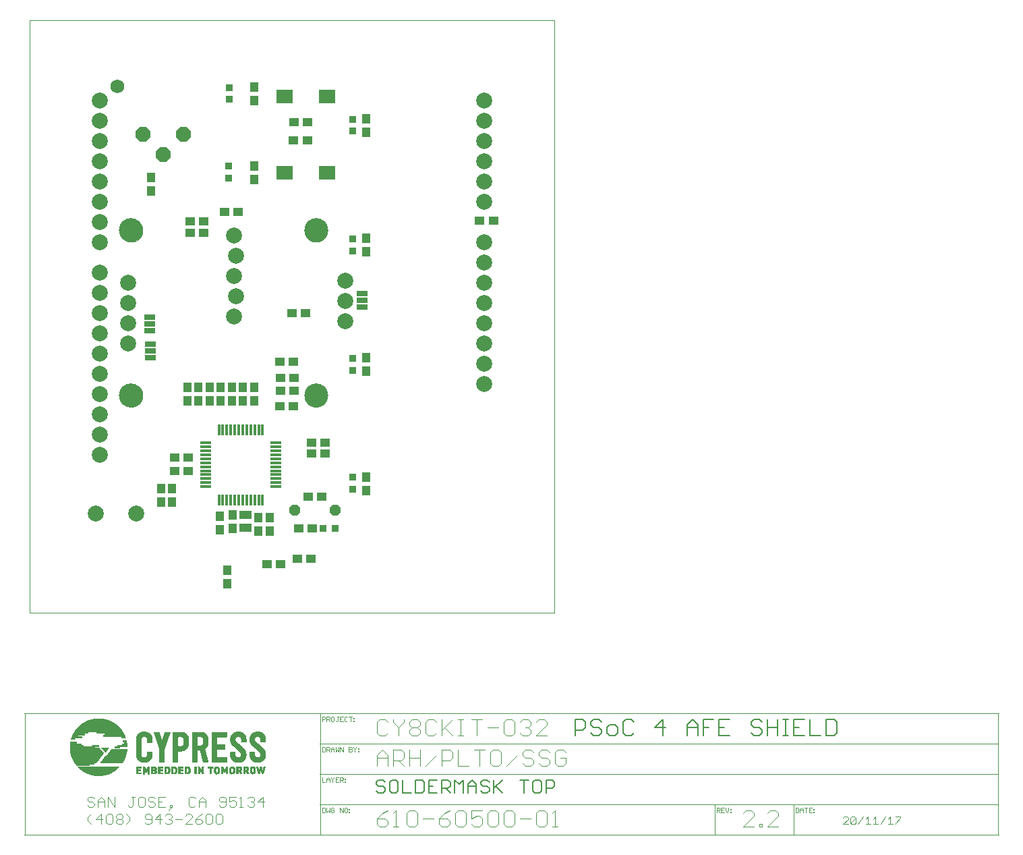
<source format=gbr>
G75*
%MOIN*%
%OFA0B0*%
%FSLAX25Y25*%
%IPPOS*%
%LPD*%
%AMOC8*
5,1,8,0,0,1.08239X$1,22.5*
%
%ADD10C,0.00000*%
%ADD11C,0.00600*%
%ADD12C,0.00098*%
%ADD13C,0.00200*%
%ADD14C,0.00300*%
%ADD15C,0.00700*%
%ADD16C,0.07900*%
%ADD17C,0.11839*%
%ADD18R,0.08374X0.06799*%
%ADD19R,0.05618X0.01327*%
%ADD20R,0.01327X0.05618*%
%ADD21R,0.04831X0.04437*%
%ADD22R,0.04437X0.04831*%
%ADD23OC8,0.07100*%
%ADD24R,0.03650X0.03650*%
%ADD25R,0.06209X0.04437*%
%ADD26OC8,0.05300*%
%ADD27R,0.05500X0.02500*%
%ADD28C,0.06800*%
D10*
X1426731Y0728034D02*
X1426731Y1020634D01*
X1685831Y1020634D01*
X1685831Y0728034D01*
X1426731Y0728034D01*
X1471134Y0835425D02*
X1471136Y0835575D01*
X1471142Y0835725D01*
X1471152Y0835875D01*
X1471166Y0836025D01*
X1471184Y0836174D01*
X1471206Y0836323D01*
X1471231Y0836471D01*
X1471261Y0836618D01*
X1471295Y0836765D01*
X1471332Y0836910D01*
X1471373Y0837055D01*
X1471418Y0837198D01*
X1471467Y0837340D01*
X1471520Y0837481D01*
X1471576Y0837620D01*
X1471636Y0837758D01*
X1471700Y0837894D01*
X1471767Y0838029D01*
X1471838Y0838161D01*
X1471912Y0838292D01*
X1471990Y0838421D01*
X1472071Y0838547D01*
X1472156Y0838671D01*
X1472243Y0838794D01*
X1472334Y0838913D01*
X1472428Y0839030D01*
X1472525Y0839145D01*
X1472625Y0839257D01*
X1472729Y0839367D01*
X1472834Y0839473D01*
X1472943Y0839577D01*
X1473055Y0839678D01*
X1473169Y0839776D01*
X1473285Y0839871D01*
X1473404Y0839962D01*
X1473526Y0840051D01*
X1473650Y0840136D01*
X1473776Y0840218D01*
X1473904Y0840296D01*
X1474034Y0840372D01*
X1474166Y0840443D01*
X1474300Y0840511D01*
X1474436Y0840576D01*
X1474573Y0840637D01*
X1474712Y0840694D01*
X1474852Y0840748D01*
X1474994Y0840798D01*
X1475137Y0840844D01*
X1475281Y0840886D01*
X1475427Y0840924D01*
X1475573Y0840959D01*
X1475720Y0840990D01*
X1475868Y0841016D01*
X1476017Y0841039D01*
X1476166Y0841058D01*
X1476315Y0841073D01*
X1476465Y0841084D01*
X1476615Y0841091D01*
X1476765Y0841094D01*
X1476916Y0841093D01*
X1477066Y0841088D01*
X1477216Y0841079D01*
X1477366Y0841066D01*
X1477515Y0841049D01*
X1477664Y0841028D01*
X1477812Y0841003D01*
X1477960Y0840975D01*
X1478106Y0840942D01*
X1478252Y0840906D01*
X1478397Y0840865D01*
X1478541Y0840821D01*
X1478683Y0840773D01*
X1478824Y0840721D01*
X1478964Y0840666D01*
X1479102Y0840607D01*
X1479238Y0840544D01*
X1479373Y0840478D01*
X1479506Y0840408D01*
X1479637Y0840334D01*
X1479767Y0840258D01*
X1479894Y0840177D01*
X1480019Y0840094D01*
X1480141Y0840007D01*
X1480262Y0839917D01*
X1480379Y0839824D01*
X1480495Y0839727D01*
X1480607Y0839628D01*
X1480718Y0839525D01*
X1480825Y0839420D01*
X1480929Y0839312D01*
X1481031Y0839202D01*
X1481130Y0839088D01*
X1481225Y0838972D01*
X1481318Y0838854D01*
X1481407Y0838733D01*
X1481493Y0838610D01*
X1481576Y0838484D01*
X1481655Y0838357D01*
X1481731Y0838227D01*
X1481804Y0838095D01*
X1481873Y0837962D01*
X1481938Y0837826D01*
X1482000Y0837690D01*
X1482058Y0837551D01*
X1482113Y0837411D01*
X1482164Y0837269D01*
X1482211Y0837127D01*
X1482254Y0836983D01*
X1482293Y0836838D01*
X1482329Y0836692D01*
X1482360Y0836545D01*
X1482388Y0836397D01*
X1482412Y0836249D01*
X1482432Y0836100D01*
X1482448Y0835950D01*
X1482460Y0835800D01*
X1482468Y0835650D01*
X1482472Y0835500D01*
X1482472Y0835350D01*
X1482468Y0835200D01*
X1482460Y0835050D01*
X1482448Y0834900D01*
X1482432Y0834750D01*
X1482412Y0834601D01*
X1482388Y0834453D01*
X1482360Y0834305D01*
X1482329Y0834158D01*
X1482293Y0834012D01*
X1482254Y0833867D01*
X1482211Y0833723D01*
X1482164Y0833581D01*
X1482113Y0833439D01*
X1482058Y0833299D01*
X1482000Y0833160D01*
X1481938Y0833024D01*
X1481873Y0832888D01*
X1481804Y0832755D01*
X1481731Y0832623D01*
X1481655Y0832493D01*
X1481576Y0832366D01*
X1481493Y0832240D01*
X1481407Y0832117D01*
X1481318Y0831996D01*
X1481225Y0831878D01*
X1481130Y0831762D01*
X1481031Y0831648D01*
X1480929Y0831538D01*
X1480825Y0831430D01*
X1480718Y0831325D01*
X1480607Y0831222D01*
X1480495Y0831123D01*
X1480379Y0831026D01*
X1480262Y0830933D01*
X1480141Y0830843D01*
X1480019Y0830756D01*
X1479894Y0830673D01*
X1479767Y0830592D01*
X1479638Y0830516D01*
X1479506Y0830442D01*
X1479373Y0830372D01*
X1479238Y0830306D01*
X1479102Y0830243D01*
X1478964Y0830184D01*
X1478824Y0830129D01*
X1478683Y0830077D01*
X1478541Y0830029D01*
X1478397Y0829985D01*
X1478252Y0829944D01*
X1478106Y0829908D01*
X1477960Y0829875D01*
X1477812Y0829847D01*
X1477664Y0829822D01*
X1477515Y0829801D01*
X1477366Y0829784D01*
X1477216Y0829771D01*
X1477066Y0829762D01*
X1476916Y0829757D01*
X1476765Y0829756D01*
X1476615Y0829759D01*
X1476465Y0829766D01*
X1476315Y0829777D01*
X1476166Y0829792D01*
X1476017Y0829811D01*
X1475868Y0829834D01*
X1475720Y0829860D01*
X1475573Y0829891D01*
X1475427Y0829926D01*
X1475281Y0829964D01*
X1475137Y0830006D01*
X1474994Y0830052D01*
X1474852Y0830102D01*
X1474712Y0830156D01*
X1474573Y0830213D01*
X1474436Y0830274D01*
X1474300Y0830339D01*
X1474166Y0830407D01*
X1474034Y0830478D01*
X1473904Y0830554D01*
X1473776Y0830632D01*
X1473650Y0830714D01*
X1473526Y0830799D01*
X1473404Y0830888D01*
X1473285Y0830979D01*
X1473169Y0831074D01*
X1473055Y0831172D01*
X1472943Y0831273D01*
X1472834Y0831377D01*
X1472729Y0831483D01*
X1472625Y0831593D01*
X1472525Y0831705D01*
X1472428Y0831820D01*
X1472334Y0831937D01*
X1472243Y0832056D01*
X1472156Y0832179D01*
X1472071Y0832303D01*
X1471990Y0832429D01*
X1471912Y0832558D01*
X1471838Y0832689D01*
X1471767Y0832821D01*
X1471700Y0832956D01*
X1471636Y0833092D01*
X1471576Y0833230D01*
X1471520Y0833369D01*
X1471467Y0833510D01*
X1471418Y0833652D01*
X1471373Y0833795D01*
X1471332Y0833940D01*
X1471295Y0834085D01*
X1471261Y0834232D01*
X1471231Y0834379D01*
X1471206Y0834527D01*
X1471184Y0834676D01*
X1471166Y0834825D01*
X1471152Y0834975D01*
X1471142Y0835125D01*
X1471136Y0835275D01*
X1471134Y0835425D01*
X1562473Y0835425D02*
X1562475Y0835575D01*
X1562481Y0835725D01*
X1562491Y0835875D01*
X1562505Y0836025D01*
X1562523Y0836174D01*
X1562545Y0836323D01*
X1562570Y0836471D01*
X1562600Y0836618D01*
X1562634Y0836765D01*
X1562671Y0836910D01*
X1562712Y0837055D01*
X1562757Y0837198D01*
X1562806Y0837340D01*
X1562859Y0837481D01*
X1562915Y0837620D01*
X1562975Y0837758D01*
X1563039Y0837894D01*
X1563106Y0838029D01*
X1563177Y0838161D01*
X1563251Y0838292D01*
X1563329Y0838421D01*
X1563410Y0838547D01*
X1563495Y0838671D01*
X1563582Y0838794D01*
X1563673Y0838913D01*
X1563767Y0839030D01*
X1563864Y0839145D01*
X1563964Y0839257D01*
X1564068Y0839367D01*
X1564173Y0839473D01*
X1564282Y0839577D01*
X1564394Y0839678D01*
X1564508Y0839776D01*
X1564624Y0839871D01*
X1564743Y0839962D01*
X1564865Y0840051D01*
X1564989Y0840136D01*
X1565115Y0840218D01*
X1565243Y0840296D01*
X1565373Y0840372D01*
X1565505Y0840443D01*
X1565639Y0840511D01*
X1565775Y0840576D01*
X1565912Y0840637D01*
X1566051Y0840694D01*
X1566191Y0840748D01*
X1566333Y0840798D01*
X1566476Y0840844D01*
X1566620Y0840886D01*
X1566766Y0840924D01*
X1566912Y0840959D01*
X1567059Y0840990D01*
X1567207Y0841016D01*
X1567356Y0841039D01*
X1567505Y0841058D01*
X1567654Y0841073D01*
X1567804Y0841084D01*
X1567954Y0841091D01*
X1568104Y0841094D01*
X1568255Y0841093D01*
X1568405Y0841088D01*
X1568555Y0841079D01*
X1568705Y0841066D01*
X1568854Y0841049D01*
X1569003Y0841028D01*
X1569151Y0841003D01*
X1569299Y0840975D01*
X1569445Y0840942D01*
X1569591Y0840906D01*
X1569736Y0840865D01*
X1569880Y0840821D01*
X1570022Y0840773D01*
X1570163Y0840721D01*
X1570303Y0840666D01*
X1570441Y0840607D01*
X1570577Y0840544D01*
X1570712Y0840478D01*
X1570845Y0840408D01*
X1570976Y0840334D01*
X1571106Y0840258D01*
X1571233Y0840177D01*
X1571358Y0840094D01*
X1571480Y0840007D01*
X1571601Y0839917D01*
X1571718Y0839824D01*
X1571834Y0839727D01*
X1571946Y0839628D01*
X1572057Y0839525D01*
X1572164Y0839420D01*
X1572268Y0839312D01*
X1572370Y0839202D01*
X1572469Y0839088D01*
X1572564Y0838972D01*
X1572657Y0838854D01*
X1572746Y0838733D01*
X1572832Y0838610D01*
X1572915Y0838484D01*
X1572994Y0838357D01*
X1573070Y0838227D01*
X1573143Y0838095D01*
X1573212Y0837962D01*
X1573277Y0837826D01*
X1573339Y0837690D01*
X1573397Y0837551D01*
X1573452Y0837411D01*
X1573503Y0837269D01*
X1573550Y0837127D01*
X1573593Y0836983D01*
X1573632Y0836838D01*
X1573668Y0836692D01*
X1573699Y0836545D01*
X1573727Y0836397D01*
X1573751Y0836249D01*
X1573771Y0836100D01*
X1573787Y0835950D01*
X1573799Y0835800D01*
X1573807Y0835650D01*
X1573811Y0835500D01*
X1573811Y0835350D01*
X1573807Y0835200D01*
X1573799Y0835050D01*
X1573787Y0834900D01*
X1573771Y0834750D01*
X1573751Y0834601D01*
X1573727Y0834453D01*
X1573699Y0834305D01*
X1573668Y0834158D01*
X1573632Y0834012D01*
X1573593Y0833867D01*
X1573550Y0833723D01*
X1573503Y0833581D01*
X1573452Y0833439D01*
X1573397Y0833299D01*
X1573339Y0833160D01*
X1573277Y0833024D01*
X1573212Y0832888D01*
X1573143Y0832755D01*
X1573070Y0832623D01*
X1572994Y0832493D01*
X1572915Y0832366D01*
X1572832Y0832240D01*
X1572746Y0832117D01*
X1572657Y0831996D01*
X1572564Y0831878D01*
X1572469Y0831762D01*
X1572370Y0831648D01*
X1572268Y0831538D01*
X1572164Y0831430D01*
X1572057Y0831325D01*
X1571946Y0831222D01*
X1571834Y0831123D01*
X1571718Y0831026D01*
X1571601Y0830933D01*
X1571480Y0830843D01*
X1571358Y0830756D01*
X1571233Y0830673D01*
X1571106Y0830592D01*
X1570977Y0830516D01*
X1570845Y0830442D01*
X1570712Y0830372D01*
X1570577Y0830306D01*
X1570441Y0830243D01*
X1570303Y0830184D01*
X1570163Y0830129D01*
X1570022Y0830077D01*
X1569880Y0830029D01*
X1569736Y0829985D01*
X1569591Y0829944D01*
X1569445Y0829908D01*
X1569299Y0829875D01*
X1569151Y0829847D01*
X1569003Y0829822D01*
X1568854Y0829801D01*
X1568705Y0829784D01*
X1568555Y0829771D01*
X1568405Y0829762D01*
X1568255Y0829757D01*
X1568104Y0829756D01*
X1567954Y0829759D01*
X1567804Y0829766D01*
X1567654Y0829777D01*
X1567505Y0829792D01*
X1567356Y0829811D01*
X1567207Y0829834D01*
X1567059Y0829860D01*
X1566912Y0829891D01*
X1566766Y0829926D01*
X1566620Y0829964D01*
X1566476Y0830006D01*
X1566333Y0830052D01*
X1566191Y0830102D01*
X1566051Y0830156D01*
X1565912Y0830213D01*
X1565775Y0830274D01*
X1565639Y0830339D01*
X1565505Y0830407D01*
X1565373Y0830478D01*
X1565243Y0830554D01*
X1565115Y0830632D01*
X1564989Y0830714D01*
X1564865Y0830799D01*
X1564743Y0830888D01*
X1564624Y0830979D01*
X1564508Y0831074D01*
X1564394Y0831172D01*
X1564282Y0831273D01*
X1564173Y0831377D01*
X1564068Y0831483D01*
X1563964Y0831593D01*
X1563864Y0831705D01*
X1563767Y0831820D01*
X1563673Y0831937D01*
X1563582Y0832056D01*
X1563495Y0832179D01*
X1563410Y0832303D01*
X1563329Y0832429D01*
X1563251Y0832558D01*
X1563177Y0832689D01*
X1563106Y0832821D01*
X1563039Y0832956D01*
X1562975Y0833092D01*
X1562915Y0833230D01*
X1562859Y0833369D01*
X1562806Y0833510D01*
X1562757Y0833652D01*
X1562712Y0833795D01*
X1562671Y0833940D01*
X1562634Y0834085D01*
X1562600Y0834232D01*
X1562570Y0834379D01*
X1562545Y0834527D01*
X1562523Y0834676D01*
X1562505Y0834825D01*
X1562491Y0834975D01*
X1562481Y0835125D01*
X1562475Y0835275D01*
X1562473Y0835425D01*
X1562473Y0916921D02*
X1562475Y0917071D01*
X1562481Y0917221D01*
X1562491Y0917371D01*
X1562505Y0917521D01*
X1562523Y0917670D01*
X1562545Y0917819D01*
X1562570Y0917967D01*
X1562600Y0918114D01*
X1562634Y0918261D01*
X1562671Y0918406D01*
X1562712Y0918551D01*
X1562757Y0918694D01*
X1562806Y0918836D01*
X1562859Y0918977D01*
X1562915Y0919116D01*
X1562975Y0919254D01*
X1563039Y0919390D01*
X1563106Y0919525D01*
X1563177Y0919657D01*
X1563251Y0919788D01*
X1563329Y0919917D01*
X1563410Y0920043D01*
X1563495Y0920167D01*
X1563582Y0920290D01*
X1563673Y0920409D01*
X1563767Y0920526D01*
X1563864Y0920641D01*
X1563964Y0920753D01*
X1564068Y0920863D01*
X1564173Y0920969D01*
X1564282Y0921073D01*
X1564394Y0921174D01*
X1564508Y0921272D01*
X1564624Y0921367D01*
X1564743Y0921458D01*
X1564865Y0921547D01*
X1564989Y0921632D01*
X1565115Y0921714D01*
X1565243Y0921792D01*
X1565373Y0921868D01*
X1565505Y0921939D01*
X1565639Y0922007D01*
X1565775Y0922072D01*
X1565912Y0922133D01*
X1566051Y0922190D01*
X1566191Y0922244D01*
X1566333Y0922294D01*
X1566476Y0922340D01*
X1566620Y0922382D01*
X1566766Y0922420D01*
X1566912Y0922455D01*
X1567059Y0922486D01*
X1567207Y0922512D01*
X1567356Y0922535D01*
X1567505Y0922554D01*
X1567654Y0922569D01*
X1567804Y0922580D01*
X1567954Y0922587D01*
X1568104Y0922590D01*
X1568255Y0922589D01*
X1568405Y0922584D01*
X1568555Y0922575D01*
X1568705Y0922562D01*
X1568854Y0922545D01*
X1569003Y0922524D01*
X1569151Y0922499D01*
X1569299Y0922471D01*
X1569445Y0922438D01*
X1569591Y0922402D01*
X1569736Y0922361D01*
X1569880Y0922317D01*
X1570022Y0922269D01*
X1570163Y0922217D01*
X1570303Y0922162D01*
X1570441Y0922103D01*
X1570577Y0922040D01*
X1570712Y0921974D01*
X1570845Y0921904D01*
X1570976Y0921830D01*
X1571106Y0921754D01*
X1571233Y0921673D01*
X1571358Y0921590D01*
X1571480Y0921503D01*
X1571601Y0921413D01*
X1571718Y0921320D01*
X1571834Y0921223D01*
X1571946Y0921124D01*
X1572057Y0921021D01*
X1572164Y0920916D01*
X1572268Y0920808D01*
X1572370Y0920698D01*
X1572469Y0920584D01*
X1572564Y0920468D01*
X1572657Y0920350D01*
X1572746Y0920229D01*
X1572832Y0920106D01*
X1572915Y0919980D01*
X1572994Y0919853D01*
X1573070Y0919723D01*
X1573143Y0919591D01*
X1573212Y0919458D01*
X1573277Y0919322D01*
X1573339Y0919186D01*
X1573397Y0919047D01*
X1573452Y0918907D01*
X1573503Y0918765D01*
X1573550Y0918623D01*
X1573593Y0918479D01*
X1573632Y0918334D01*
X1573668Y0918188D01*
X1573699Y0918041D01*
X1573727Y0917893D01*
X1573751Y0917745D01*
X1573771Y0917596D01*
X1573787Y0917446D01*
X1573799Y0917296D01*
X1573807Y0917146D01*
X1573811Y0916996D01*
X1573811Y0916846D01*
X1573807Y0916696D01*
X1573799Y0916546D01*
X1573787Y0916396D01*
X1573771Y0916246D01*
X1573751Y0916097D01*
X1573727Y0915949D01*
X1573699Y0915801D01*
X1573668Y0915654D01*
X1573632Y0915508D01*
X1573593Y0915363D01*
X1573550Y0915219D01*
X1573503Y0915077D01*
X1573452Y0914935D01*
X1573397Y0914795D01*
X1573339Y0914656D01*
X1573277Y0914520D01*
X1573212Y0914384D01*
X1573143Y0914251D01*
X1573070Y0914119D01*
X1572994Y0913989D01*
X1572915Y0913862D01*
X1572832Y0913736D01*
X1572746Y0913613D01*
X1572657Y0913492D01*
X1572564Y0913374D01*
X1572469Y0913258D01*
X1572370Y0913144D01*
X1572268Y0913034D01*
X1572164Y0912926D01*
X1572057Y0912821D01*
X1571946Y0912718D01*
X1571834Y0912619D01*
X1571718Y0912522D01*
X1571601Y0912429D01*
X1571480Y0912339D01*
X1571358Y0912252D01*
X1571233Y0912169D01*
X1571106Y0912088D01*
X1570977Y0912012D01*
X1570845Y0911938D01*
X1570712Y0911868D01*
X1570577Y0911802D01*
X1570441Y0911739D01*
X1570303Y0911680D01*
X1570163Y0911625D01*
X1570022Y0911573D01*
X1569880Y0911525D01*
X1569736Y0911481D01*
X1569591Y0911440D01*
X1569445Y0911404D01*
X1569299Y0911371D01*
X1569151Y0911343D01*
X1569003Y0911318D01*
X1568854Y0911297D01*
X1568705Y0911280D01*
X1568555Y0911267D01*
X1568405Y0911258D01*
X1568255Y0911253D01*
X1568104Y0911252D01*
X1567954Y0911255D01*
X1567804Y0911262D01*
X1567654Y0911273D01*
X1567505Y0911288D01*
X1567356Y0911307D01*
X1567207Y0911330D01*
X1567059Y0911356D01*
X1566912Y0911387D01*
X1566766Y0911422D01*
X1566620Y0911460D01*
X1566476Y0911502D01*
X1566333Y0911548D01*
X1566191Y0911598D01*
X1566051Y0911652D01*
X1565912Y0911709D01*
X1565775Y0911770D01*
X1565639Y0911835D01*
X1565505Y0911903D01*
X1565373Y0911974D01*
X1565243Y0912050D01*
X1565115Y0912128D01*
X1564989Y0912210D01*
X1564865Y0912295D01*
X1564743Y0912384D01*
X1564624Y0912475D01*
X1564508Y0912570D01*
X1564394Y0912668D01*
X1564282Y0912769D01*
X1564173Y0912873D01*
X1564068Y0912979D01*
X1563964Y0913089D01*
X1563864Y0913201D01*
X1563767Y0913316D01*
X1563673Y0913433D01*
X1563582Y0913552D01*
X1563495Y0913675D01*
X1563410Y0913799D01*
X1563329Y0913925D01*
X1563251Y0914054D01*
X1563177Y0914185D01*
X1563106Y0914317D01*
X1563039Y0914452D01*
X1562975Y0914588D01*
X1562915Y0914726D01*
X1562859Y0914865D01*
X1562806Y0915006D01*
X1562757Y0915148D01*
X1562712Y0915291D01*
X1562671Y0915436D01*
X1562634Y0915581D01*
X1562600Y0915728D01*
X1562570Y0915875D01*
X1562545Y0916023D01*
X1562523Y0916172D01*
X1562505Y0916321D01*
X1562491Y0916471D01*
X1562481Y0916621D01*
X1562475Y0916771D01*
X1562473Y0916921D01*
X1471134Y0916921D02*
X1471136Y0917071D01*
X1471142Y0917221D01*
X1471152Y0917371D01*
X1471166Y0917521D01*
X1471184Y0917670D01*
X1471206Y0917819D01*
X1471231Y0917967D01*
X1471261Y0918114D01*
X1471295Y0918261D01*
X1471332Y0918406D01*
X1471373Y0918551D01*
X1471418Y0918694D01*
X1471467Y0918836D01*
X1471520Y0918977D01*
X1471576Y0919116D01*
X1471636Y0919254D01*
X1471700Y0919390D01*
X1471767Y0919525D01*
X1471838Y0919657D01*
X1471912Y0919788D01*
X1471990Y0919917D01*
X1472071Y0920043D01*
X1472156Y0920167D01*
X1472243Y0920290D01*
X1472334Y0920409D01*
X1472428Y0920526D01*
X1472525Y0920641D01*
X1472625Y0920753D01*
X1472729Y0920863D01*
X1472834Y0920969D01*
X1472943Y0921073D01*
X1473055Y0921174D01*
X1473169Y0921272D01*
X1473285Y0921367D01*
X1473404Y0921458D01*
X1473526Y0921547D01*
X1473650Y0921632D01*
X1473776Y0921714D01*
X1473904Y0921792D01*
X1474034Y0921868D01*
X1474166Y0921939D01*
X1474300Y0922007D01*
X1474436Y0922072D01*
X1474573Y0922133D01*
X1474712Y0922190D01*
X1474852Y0922244D01*
X1474994Y0922294D01*
X1475137Y0922340D01*
X1475281Y0922382D01*
X1475427Y0922420D01*
X1475573Y0922455D01*
X1475720Y0922486D01*
X1475868Y0922512D01*
X1476017Y0922535D01*
X1476166Y0922554D01*
X1476315Y0922569D01*
X1476465Y0922580D01*
X1476615Y0922587D01*
X1476765Y0922590D01*
X1476916Y0922589D01*
X1477066Y0922584D01*
X1477216Y0922575D01*
X1477366Y0922562D01*
X1477515Y0922545D01*
X1477664Y0922524D01*
X1477812Y0922499D01*
X1477960Y0922471D01*
X1478106Y0922438D01*
X1478252Y0922402D01*
X1478397Y0922361D01*
X1478541Y0922317D01*
X1478683Y0922269D01*
X1478824Y0922217D01*
X1478964Y0922162D01*
X1479102Y0922103D01*
X1479238Y0922040D01*
X1479373Y0921974D01*
X1479506Y0921904D01*
X1479637Y0921830D01*
X1479767Y0921754D01*
X1479894Y0921673D01*
X1480019Y0921590D01*
X1480141Y0921503D01*
X1480262Y0921413D01*
X1480379Y0921320D01*
X1480495Y0921223D01*
X1480607Y0921124D01*
X1480718Y0921021D01*
X1480825Y0920916D01*
X1480929Y0920808D01*
X1481031Y0920698D01*
X1481130Y0920584D01*
X1481225Y0920468D01*
X1481318Y0920350D01*
X1481407Y0920229D01*
X1481493Y0920106D01*
X1481576Y0919980D01*
X1481655Y0919853D01*
X1481731Y0919723D01*
X1481804Y0919591D01*
X1481873Y0919458D01*
X1481938Y0919322D01*
X1482000Y0919186D01*
X1482058Y0919047D01*
X1482113Y0918907D01*
X1482164Y0918765D01*
X1482211Y0918623D01*
X1482254Y0918479D01*
X1482293Y0918334D01*
X1482329Y0918188D01*
X1482360Y0918041D01*
X1482388Y0917893D01*
X1482412Y0917745D01*
X1482432Y0917596D01*
X1482448Y0917446D01*
X1482460Y0917296D01*
X1482468Y0917146D01*
X1482472Y0916996D01*
X1482472Y0916846D01*
X1482468Y0916696D01*
X1482460Y0916546D01*
X1482448Y0916396D01*
X1482432Y0916246D01*
X1482412Y0916097D01*
X1482388Y0915949D01*
X1482360Y0915801D01*
X1482329Y0915654D01*
X1482293Y0915508D01*
X1482254Y0915363D01*
X1482211Y0915219D01*
X1482164Y0915077D01*
X1482113Y0914935D01*
X1482058Y0914795D01*
X1482000Y0914656D01*
X1481938Y0914520D01*
X1481873Y0914384D01*
X1481804Y0914251D01*
X1481731Y0914119D01*
X1481655Y0913989D01*
X1481576Y0913862D01*
X1481493Y0913736D01*
X1481407Y0913613D01*
X1481318Y0913492D01*
X1481225Y0913374D01*
X1481130Y0913258D01*
X1481031Y0913144D01*
X1480929Y0913034D01*
X1480825Y0912926D01*
X1480718Y0912821D01*
X1480607Y0912718D01*
X1480495Y0912619D01*
X1480379Y0912522D01*
X1480262Y0912429D01*
X1480141Y0912339D01*
X1480019Y0912252D01*
X1479894Y0912169D01*
X1479767Y0912088D01*
X1479638Y0912012D01*
X1479506Y0911938D01*
X1479373Y0911868D01*
X1479238Y0911802D01*
X1479102Y0911739D01*
X1478964Y0911680D01*
X1478824Y0911625D01*
X1478683Y0911573D01*
X1478541Y0911525D01*
X1478397Y0911481D01*
X1478252Y0911440D01*
X1478106Y0911404D01*
X1477960Y0911371D01*
X1477812Y0911343D01*
X1477664Y0911318D01*
X1477515Y0911297D01*
X1477366Y0911280D01*
X1477216Y0911267D01*
X1477066Y0911258D01*
X1476916Y0911253D01*
X1476765Y0911252D01*
X1476615Y0911255D01*
X1476465Y0911262D01*
X1476315Y0911273D01*
X1476166Y0911288D01*
X1476017Y0911307D01*
X1475868Y0911330D01*
X1475720Y0911356D01*
X1475573Y0911387D01*
X1475427Y0911422D01*
X1475281Y0911460D01*
X1475137Y0911502D01*
X1474994Y0911548D01*
X1474852Y0911598D01*
X1474712Y0911652D01*
X1474573Y0911709D01*
X1474436Y0911770D01*
X1474300Y0911835D01*
X1474166Y0911903D01*
X1474034Y0911974D01*
X1473904Y0912050D01*
X1473776Y0912128D01*
X1473650Y0912210D01*
X1473526Y0912295D01*
X1473404Y0912384D01*
X1473285Y0912475D01*
X1473169Y0912570D01*
X1473055Y0912668D01*
X1472943Y0912769D01*
X1472834Y0912873D01*
X1472729Y0912979D01*
X1472625Y0913089D01*
X1472525Y0913201D01*
X1472428Y0913316D01*
X1472334Y0913433D01*
X1472243Y0913552D01*
X1472156Y0913675D01*
X1472071Y0913799D01*
X1471990Y0913925D01*
X1471912Y0914054D01*
X1471838Y0914185D01*
X1471767Y0914317D01*
X1471700Y0914452D01*
X1471636Y0914588D01*
X1471576Y0914726D01*
X1471520Y0914865D01*
X1471467Y0915006D01*
X1471418Y0915148D01*
X1471373Y0915291D01*
X1471332Y0915436D01*
X1471295Y0915581D01*
X1471261Y0915728D01*
X1471231Y0915875D01*
X1471206Y0916023D01*
X1471184Y0916172D01*
X1471166Y0916321D01*
X1471152Y0916471D01*
X1471142Y0916621D01*
X1471136Y0916771D01*
X1471134Y0916921D01*
D11*
X1599108Y0645509D02*
X1598041Y0644442D01*
X1598041Y0643374D01*
X1599108Y0642306D01*
X1601244Y0642306D01*
X1602311Y0641239D01*
X1602311Y0640171D01*
X1601244Y0639104D01*
X1599108Y0639104D01*
X1598041Y0640171D01*
X1599108Y0645509D02*
X1601244Y0645509D01*
X1602311Y0644442D01*
X1604486Y0644442D02*
X1604486Y0640171D01*
X1605554Y0639104D01*
X1607689Y0639104D01*
X1608757Y0640171D01*
X1608757Y0644442D01*
X1607689Y0645509D01*
X1605554Y0645509D01*
X1604486Y0644442D01*
X1610932Y0645509D02*
X1610932Y0639104D01*
X1615202Y0639104D01*
X1617377Y0639104D02*
X1620580Y0639104D01*
X1621648Y0640171D01*
X1621648Y0644442D01*
X1620580Y0645509D01*
X1617377Y0645509D01*
X1617377Y0639104D01*
X1623823Y0639104D02*
X1628093Y0639104D01*
X1630268Y0639104D02*
X1630268Y0645509D01*
X1633471Y0645509D01*
X1634539Y0644442D01*
X1634539Y0642306D01*
X1633471Y0641239D01*
X1630268Y0641239D01*
X1632404Y0641239D02*
X1634539Y0639104D01*
X1636714Y0639104D02*
X1636714Y0645509D01*
X1638849Y0643374D01*
X1640984Y0645509D01*
X1640984Y0639104D01*
X1643159Y0639104D02*
X1643159Y0643374D01*
X1645295Y0645509D01*
X1647430Y0643374D01*
X1647430Y0639104D01*
X1649605Y0640171D02*
X1650672Y0639104D01*
X1652808Y0639104D01*
X1653875Y0640171D01*
X1653875Y0641239D01*
X1652808Y0642306D01*
X1650672Y0642306D01*
X1649605Y0643374D01*
X1649605Y0644442D01*
X1650672Y0645509D01*
X1652808Y0645509D01*
X1653875Y0644442D01*
X1656050Y0645509D02*
X1656050Y0639104D01*
X1656050Y0641239D02*
X1660321Y0645509D01*
X1657118Y0642306D02*
X1660321Y0639104D01*
X1668941Y0645509D02*
X1673212Y0645509D01*
X1671077Y0645509D02*
X1671077Y0639104D01*
X1675387Y0640171D02*
X1676454Y0639104D01*
X1678590Y0639104D01*
X1679657Y0640171D01*
X1679657Y0644442D01*
X1678590Y0645509D01*
X1676454Y0645509D01*
X1675387Y0644442D01*
X1675387Y0640171D01*
X1681832Y0639104D02*
X1681832Y0645509D01*
X1685035Y0645509D01*
X1686103Y0644442D01*
X1686103Y0642306D01*
X1685035Y0641239D01*
X1681832Y0641239D01*
X1647430Y0642306D02*
X1643159Y0642306D01*
X1628093Y0645509D02*
X1623823Y0645509D01*
X1623823Y0639104D01*
X1623823Y0642306D02*
X1625958Y0642306D01*
D12*
X1424242Y0618510D02*
X1424067Y0618510D01*
X1424242Y0618510D02*
X1424242Y0678510D01*
X1424067Y0678510D01*
X1424242Y0678510D02*
X1570242Y0678510D01*
X1570242Y0618510D01*
X1765242Y0618510D01*
X1765242Y0633510D01*
X1804242Y0633510D01*
X1804242Y0618510D01*
X1905403Y0618510D01*
X1905578Y0618510D01*
X1905403Y0618510D02*
X1905403Y0678510D01*
X1905578Y0678510D01*
X1905403Y0678510D02*
X1570242Y0678510D01*
X1571242Y0676710D02*
X1572341Y0676710D01*
X1572708Y0676343D01*
X1572708Y0675610D01*
X1572341Y0675243D01*
X1571242Y0675243D01*
X1571242Y0676710D01*
X1571242Y0675243D02*
X1571242Y0674510D01*
X1573441Y0674510D02*
X1573441Y0675243D01*
X1574174Y0675243D01*
X1574907Y0674510D01*
X1574541Y0675243D02*
X1574174Y0675243D01*
X1574541Y0675243D02*
X1574907Y0675610D01*
X1574907Y0676343D01*
X1574541Y0676710D01*
X1573441Y0676710D01*
X1573441Y0675243D01*
X1575640Y0674877D02*
X1576007Y0674510D01*
X1576740Y0674510D01*
X1577107Y0674877D01*
X1577107Y0676343D01*
X1576740Y0676710D01*
X1576007Y0676710D01*
X1575640Y0676343D01*
X1575640Y0674877D01*
X1577840Y0674877D02*
X1578206Y0674510D01*
X1578573Y0674510D01*
X1578939Y0674877D01*
X1578939Y0676710D01*
X1578573Y0676710D01*
X1578939Y0676710D02*
X1579306Y0676710D01*
X1580039Y0676710D02*
X1580039Y0675610D01*
X1580772Y0675610D01*
X1580039Y0675610D02*
X1580039Y0674510D01*
X1581505Y0674510D01*
X1582238Y0674877D02*
X1582605Y0674510D01*
X1583338Y0674510D01*
X1583704Y0674877D01*
X1582238Y0674877D02*
X1582238Y0676343D01*
X1582605Y0676710D01*
X1583338Y0676710D01*
X1583704Y0676343D01*
X1584438Y0676710D02*
X1585171Y0676710D01*
X1585171Y0674510D01*
X1586637Y0674510D02*
X1586637Y0674877D01*
X1587003Y0674877D01*
X1587003Y0674510D01*
X1586637Y0674510D01*
X1586637Y0675610D02*
X1586637Y0675977D01*
X1587003Y0675977D01*
X1587003Y0675610D01*
X1586637Y0675610D01*
X1585904Y0676710D02*
X1585171Y0676710D01*
X1581505Y0676710D02*
X1580039Y0676710D01*
X1580039Y0661710D02*
X1581505Y0659510D01*
X1581505Y0661710D01*
X1580039Y0661710D02*
X1580039Y0659510D01*
X1579306Y0659510D02*
X1579306Y0661710D01*
X1577840Y0661710D02*
X1577840Y0659510D01*
X1578573Y0660243D01*
X1579306Y0659510D01*
X1577107Y0659510D02*
X1577107Y0660610D01*
X1575640Y0660610D01*
X1575640Y0660977D01*
X1576374Y0661710D01*
X1577107Y0660977D01*
X1577107Y0660610D01*
X1575640Y0660610D02*
X1575640Y0659510D01*
X1574907Y0659510D02*
X1574174Y0660243D01*
X1573441Y0660243D01*
X1573441Y0661710D01*
X1574541Y0661710D01*
X1574907Y0661343D01*
X1574907Y0660610D01*
X1574541Y0660243D01*
X1574174Y0660243D01*
X1573441Y0660243D02*
X1573441Y0659510D01*
X1572708Y0659877D02*
X1572708Y0661343D01*
X1572341Y0661710D01*
X1571242Y0661710D01*
X1571242Y0659510D01*
X1572341Y0659510D01*
X1572708Y0659877D01*
X1570067Y0663510D02*
X1905417Y0663510D01*
X1905417Y0648510D02*
X1570067Y0648510D01*
X1571242Y0646710D02*
X1571242Y0644510D01*
X1572708Y0644510D01*
X1573441Y0644510D02*
X1573441Y0645610D01*
X1574907Y0645610D01*
X1574907Y0644510D01*
X1574907Y0645610D02*
X1574907Y0645977D01*
X1574174Y0646710D01*
X1573441Y0645977D01*
X1573441Y0645610D01*
X1575640Y0646343D02*
X1576374Y0645610D01*
X1576374Y0644510D01*
X1576374Y0645610D02*
X1577107Y0646343D01*
X1577107Y0646710D01*
X1577840Y0646710D02*
X1577840Y0645610D01*
X1578573Y0645610D01*
X1577840Y0645610D02*
X1577840Y0644510D01*
X1579306Y0644510D01*
X1580039Y0644510D02*
X1580039Y0645243D01*
X1580772Y0645243D01*
X1581505Y0644510D01*
X1582238Y0644510D02*
X1582238Y0644877D01*
X1582605Y0644877D01*
X1582605Y0644510D01*
X1582238Y0644510D01*
X1582238Y0645610D02*
X1582238Y0645977D01*
X1582605Y0645977D01*
X1582605Y0645610D01*
X1582238Y0645610D01*
X1581505Y0645610D02*
X1581139Y0645243D01*
X1580772Y0645243D01*
X1580039Y0645243D02*
X1580039Y0646710D01*
X1581139Y0646710D01*
X1581505Y0646343D01*
X1581505Y0645610D01*
X1579306Y0646710D02*
X1577840Y0646710D01*
X1575640Y0646710D02*
X1575640Y0646343D01*
X1570067Y0633510D02*
X1765242Y0633510D01*
X1766242Y0631710D02*
X1767341Y0631710D01*
X1767708Y0631343D01*
X1767708Y0630610D01*
X1767341Y0630243D01*
X1766975Y0630243D01*
X1767708Y0629510D01*
X1768441Y0629510D02*
X1769907Y0629510D01*
X1770640Y0630243D02*
X1771374Y0629510D01*
X1772107Y0630243D01*
X1772107Y0631710D01*
X1772840Y0630977D02*
X1772840Y0630610D01*
X1773206Y0630610D01*
X1773206Y0630977D01*
X1772840Y0630977D01*
X1772840Y0629877D02*
X1772840Y0629510D01*
X1773206Y0629510D01*
X1773206Y0629877D01*
X1772840Y0629877D01*
X1770640Y0630243D02*
X1770640Y0631710D01*
X1769907Y0631710D02*
X1768441Y0631710D01*
X1768441Y0630610D01*
X1769174Y0630610D01*
X1768441Y0630610D02*
X1768441Y0629510D01*
X1766975Y0630243D02*
X1766242Y0630243D01*
X1766242Y0631710D01*
X1766242Y0630243D02*
X1766242Y0629510D01*
X1765242Y0618510D02*
X1804242Y0618510D01*
X1796542Y0622392D02*
X1791210Y0622392D01*
X1796542Y0627724D01*
X1796542Y0629057D01*
X1795209Y0630390D01*
X1792543Y0630390D01*
X1791210Y0629057D01*
X1788572Y0623843D02*
X1788572Y0622510D01*
X1787239Y0622510D01*
X1787239Y0623843D01*
X1788572Y0623843D01*
X1784573Y0622510D02*
X1779242Y0622510D01*
X1784573Y0627842D01*
X1784573Y0629175D01*
X1783241Y0630508D01*
X1780575Y0630508D01*
X1779242Y0629175D01*
X1804242Y0633510D02*
X1905417Y0633510D01*
X1814406Y0630977D02*
X1814406Y0630610D01*
X1814039Y0630610D01*
X1814039Y0630977D01*
X1814406Y0630977D01*
X1814406Y0629877D02*
X1814406Y0629510D01*
X1814039Y0629510D01*
X1814039Y0629877D01*
X1814406Y0629877D01*
X1813306Y0629510D02*
X1811840Y0629510D01*
X1811840Y0630610D01*
X1812573Y0630610D01*
X1811840Y0630610D02*
X1811840Y0631710D01*
X1813306Y0631710D01*
X1811107Y0631710D02*
X1810374Y0631710D01*
X1810374Y0629510D01*
X1808907Y0629510D02*
X1808907Y0630610D01*
X1807441Y0630610D01*
X1807441Y0630977D01*
X1808174Y0631710D01*
X1808907Y0630977D01*
X1808907Y0630610D01*
X1809640Y0631710D02*
X1810374Y0631710D01*
X1807441Y0630610D02*
X1807441Y0629510D01*
X1806708Y0629877D02*
X1806708Y0631343D01*
X1806341Y0631710D01*
X1805242Y0631710D01*
X1805242Y0629510D01*
X1806341Y0629510D01*
X1806708Y0629877D01*
X1691545Y0653843D02*
X1691545Y0656509D01*
X1688879Y0656509D01*
X1686213Y0653843D02*
X1687546Y0652510D01*
X1690212Y0652510D01*
X1691545Y0653843D01*
X1686213Y0653843D02*
X1686213Y0659175D01*
X1687546Y0660508D01*
X1690212Y0660508D01*
X1691545Y0659175D01*
X1683548Y0659175D02*
X1682215Y0660508D01*
X1679549Y0660508D01*
X1678216Y0659175D01*
X1678216Y0657842D01*
X1679549Y0656509D01*
X1682215Y0656509D01*
X1683548Y0655176D01*
X1683548Y0653843D01*
X1682215Y0652510D01*
X1679549Y0652510D01*
X1678216Y0653843D01*
X1675550Y0653843D02*
X1674217Y0652510D01*
X1671551Y0652510D01*
X1670219Y0653843D01*
X1671551Y0656509D02*
X1674217Y0656509D01*
X1675550Y0655176D01*
X1675550Y0653843D01*
X1671551Y0656509D02*
X1670219Y0657842D01*
X1670219Y0659175D01*
X1671551Y0660508D01*
X1674217Y0660508D01*
X1675550Y0659175D01*
X1667553Y0657842D02*
X1662221Y0652510D01*
X1659555Y0653843D02*
X1659555Y0659175D01*
X1658222Y0660508D01*
X1655557Y0660508D01*
X1654224Y0659175D01*
X1654224Y0653843D01*
X1655557Y0652510D01*
X1658222Y0652510D01*
X1659555Y0653843D01*
X1651558Y0660508D02*
X1648892Y0660508D01*
X1648892Y0652510D01*
X1643561Y0652510D02*
X1638229Y0652510D01*
X1638229Y0660508D01*
X1635563Y0659175D02*
X1635563Y0656509D01*
X1634230Y0655176D01*
X1630231Y0655176D01*
X1630231Y0660508D01*
X1634230Y0660508D01*
X1635563Y0659175D01*
X1630231Y0655176D02*
X1630231Y0652510D01*
X1627566Y0657842D02*
X1622234Y0652510D01*
X1619568Y0652510D02*
X1619568Y0656509D01*
X1619568Y0660508D01*
X1619568Y0656509D02*
X1614237Y0656509D01*
X1614237Y0652510D01*
X1611571Y0652510D02*
X1608905Y0655176D01*
X1606239Y0655176D01*
X1606239Y0660508D01*
X1610238Y0660508D01*
X1611571Y0659175D01*
X1611571Y0656509D01*
X1610238Y0655176D01*
X1608905Y0655176D01*
X1606239Y0655176D02*
X1606239Y0652510D01*
X1603573Y0652510D02*
X1603573Y0656509D01*
X1598242Y0656509D01*
X1598242Y0657842D01*
X1600908Y0660508D01*
X1603573Y0657842D01*
X1603573Y0656509D01*
X1598242Y0656509D02*
X1598242Y0652510D01*
X1589203Y0659510D02*
X1588836Y0659510D01*
X1588836Y0659877D01*
X1589203Y0659877D01*
X1589203Y0659510D01*
X1589203Y0660610D02*
X1588836Y0660610D01*
X1588836Y0660977D01*
X1589203Y0660977D01*
X1589203Y0660610D01*
X1588103Y0661343D02*
X1588103Y0661710D01*
X1588103Y0661343D02*
X1587370Y0660610D01*
X1587370Y0659510D01*
X1587370Y0660610D02*
X1586637Y0661343D01*
X1586637Y0661710D01*
X1585904Y0661343D02*
X1585537Y0661710D01*
X1584438Y0661710D01*
X1584438Y0660610D01*
X1585537Y0660610D01*
X1585904Y0660977D01*
X1585904Y0661343D01*
X1585537Y0660610D02*
X1585904Y0660243D01*
X1585904Y0659877D01*
X1585537Y0659510D01*
X1584438Y0659510D01*
X1584438Y0660610D01*
X1598242Y0668843D02*
X1599575Y0667510D01*
X1602241Y0667510D01*
X1603573Y0668843D01*
X1598242Y0668843D02*
X1598242Y0674175D01*
X1599575Y0675508D01*
X1602241Y0675508D01*
X1603573Y0674175D01*
X1606239Y0674175D02*
X1608905Y0671509D01*
X1608905Y0667510D01*
X1608905Y0671509D02*
X1611571Y0674175D01*
X1611571Y0675508D01*
X1614237Y0674175D02*
X1614237Y0672842D01*
X1615570Y0671509D01*
X1618235Y0671509D01*
X1619568Y0670176D01*
X1619568Y0668843D01*
X1618235Y0667510D01*
X1615570Y0667510D01*
X1614237Y0668843D01*
X1614237Y0670176D01*
X1615570Y0671509D01*
X1618235Y0671509D02*
X1619568Y0672842D01*
X1619568Y0674175D01*
X1618235Y0675508D01*
X1615570Y0675508D01*
X1614237Y0674175D01*
X1622234Y0674175D02*
X1622234Y0668843D01*
X1623567Y0667510D01*
X1626233Y0667510D01*
X1627566Y0668843D01*
X1630231Y0667510D02*
X1630231Y0670176D01*
X1635563Y0675508D01*
X1631564Y0671509D01*
X1635563Y0667510D01*
X1638229Y0667510D02*
X1639562Y0667510D01*
X1640895Y0667510D01*
X1639562Y0667510D02*
X1639562Y0675508D01*
X1640895Y0675508D01*
X1639562Y0675508D02*
X1638229Y0675508D01*
X1644893Y0675508D02*
X1647559Y0675508D01*
X1647559Y0667510D01*
X1652891Y0671509D02*
X1658222Y0671509D01*
X1660888Y0668843D02*
X1660888Y0674175D01*
X1662221Y0675508D01*
X1664887Y0675508D01*
X1666220Y0674175D01*
X1666220Y0668843D01*
X1664887Y0667510D01*
X1662221Y0667510D01*
X1660888Y0668843D01*
X1668886Y0668843D02*
X1670219Y0667510D01*
X1672884Y0667510D01*
X1674217Y0668843D01*
X1674217Y0670176D01*
X1672884Y0671509D01*
X1671551Y0671509D01*
X1672884Y0671509D02*
X1674217Y0672842D01*
X1674217Y0674175D01*
X1672884Y0675508D01*
X1670219Y0675508D01*
X1668886Y0674175D01*
X1676883Y0674175D02*
X1678216Y0675508D01*
X1680882Y0675508D01*
X1682215Y0674175D01*
X1682215Y0672842D01*
X1676883Y0667510D01*
X1682215Y0667510D01*
X1650225Y0675508D02*
X1647559Y0675508D01*
X1646226Y0660508D02*
X1648892Y0660508D01*
X1630231Y0670176D02*
X1630231Y0675508D01*
X1627566Y0674175D02*
X1626233Y0675508D01*
X1623567Y0675508D01*
X1622234Y0674175D01*
X1614237Y0660508D02*
X1614237Y0656509D01*
X1606239Y0674175D02*
X1606239Y0675508D01*
X1607572Y0630508D02*
X1606239Y0629175D01*
X1607572Y0630508D02*
X1607572Y0622510D01*
X1608905Y0622510D01*
X1607572Y0622510D02*
X1606239Y0622510D01*
X1603573Y0623843D02*
X1602241Y0622510D01*
X1599575Y0622510D01*
X1598242Y0623843D01*
X1598242Y0626509D01*
X1602241Y0626509D01*
X1603573Y0625176D01*
X1603573Y0623843D01*
X1600908Y0629175D02*
X1598242Y0626509D01*
X1600908Y0629175D02*
X1603573Y0630508D01*
X1612904Y0629175D02*
X1612904Y0623843D01*
X1614237Y0622510D01*
X1616902Y0622510D01*
X1618235Y0623843D01*
X1618235Y0629175D01*
X1616902Y0630508D01*
X1614237Y0630508D01*
X1612904Y0629175D01*
X1620901Y0626509D02*
X1626233Y0626509D01*
X1628899Y0626509D02*
X1632897Y0626509D01*
X1634230Y0625176D01*
X1634230Y0623843D01*
X1632897Y0622510D01*
X1630231Y0622510D01*
X1628899Y0623843D01*
X1628899Y0626509D01*
X1631564Y0629175D01*
X1634230Y0630508D01*
X1636896Y0629175D02*
X1636896Y0623843D01*
X1638229Y0622510D01*
X1640895Y0622510D01*
X1642228Y0623843D01*
X1642228Y0629175D01*
X1640895Y0630508D01*
X1638229Y0630508D01*
X1636896Y0629175D01*
X1644893Y0630508D02*
X1644893Y0626509D01*
X1647559Y0627842D01*
X1648892Y0627842D01*
X1650225Y0626509D01*
X1650225Y0623843D01*
X1648892Y0622510D01*
X1646226Y0622510D01*
X1644893Y0623843D01*
X1644893Y0630508D02*
X1650225Y0630508D01*
X1652891Y0629175D02*
X1652891Y0623843D01*
X1654224Y0622510D01*
X1656890Y0622510D01*
X1658222Y0623843D01*
X1658222Y0629175D01*
X1656890Y0630508D01*
X1654224Y0630508D01*
X1652891Y0629175D01*
X1660888Y0629175D02*
X1660888Y0623843D01*
X1662221Y0622510D01*
X1664887Y0622510D01*
X1666220Y0623843D01*
X1666220Y0629175D01*
X1664887Y0630508D01*
X1662221Y0630508D01*
X1660888Y0629175D01*
X1668886Y0626509D02*
X1674217Y0626509D01*
X1676883Y0623843D02*
X1676883Y0629175D01*
X1678216Y0630508D01*
X1680882Y0630508D01*
X1682215Y0629175D01*
X1682215Y0623843D01*
X1680882Y0622510D01*
X1678216Y0622510D01*
X1676883Y0623843D01*
X1684880Y0622510D02*
X1686213Y0622510D01*
X1686213Y0630508D01*
X1684880Y0629175D01*
X1686213Y0622510D02*
X1687546Y0622510D01*
X1584804Y0629510D02*
X1584438Y0629510D01*
X1584438Y0629877D01*
X1584804Y0629877D01*
X1584804Y0629510D01*
X1584804Y0630610D02*
X1584438Y0630610D01*
X1584438Y0630977D01*
X1584804Y0630977D01*
X1584804Y0630610D01*
X1583704Y0631343D02*
X1583338Y0631710D01*
X1582605Y0631710D01*
X1582238Y0631343D01*
X1582238Y0629877D01*
X1582605Y0629510D01*
X1583338Y0629510D01*
X1583704Y0629877D01*
X1583704Y0631343D01*
X1581505Y0631710D02*
X1581505Y0629510D01*
X1580039Y0631710D01*
X1580039Y0629510D01*
X1577107Y0629877D02*
X1577107Y0630610D01*
X1576374Y0630610D01*
X1577107Y0629877D02*
X1576740Y0629510D01*
X1576007Y0629510D01*
X1575640Y0629877D01*
X1575640Y0631343D01*
X1576007Y0631710D01*
X1576740Y0631710D01*
X1577107Y0631343D01*
X1574907Y0631710D02*
X1574907Y0629510D01*
X1574174Y0630243D01*
X1573441Y0629510D01*
X1573441Y0631710D01*
X1572708Y0631343D02*
X1572341Y0631710D01*
X1571242Y0631710D01*
X1571242Y0629510D01*
X1572341Y0629510D01*
X1572708Y0629877D01*
X1572708Y0631343D01*
X1570242Y0618510D02*
X1424242Y0618510D01*
X1455198Y0625290D02*
X1455198Y0626956D01*
X1456864Y0628622D01*
X1459363Y0626123D02*
X1462695Y0626123D01*
X1464361Y0624457D02*
X1464361Y0627789D01*
X1465194Y0628622D01*
X1466861Y0628622D01*
X1467694Y0627789D01*
X1467694Y0624457D01*
X1466861Y0623624D01*
X1465194Y0623624D01*
X1464361Y0624457D01*
X1461862Y0623624D02*
X1461862Y0628622D01*
X1459363Y0626123D01*
X1456864Y0623624D02*
X1455198Y0625290D01*
X1456031Y0632124D02*
X1455198Y0632957D01*
X1456031Y0632124D02*
X1457697Y0632124D01*
X1458530Y0632957D01*
X1458530Y0633790D01*
X1457697Y0634623D01*
X1456031Y0634623D01*
X1455198Y0635456D01*
X1455198Y0636289D01*
X1456031Y0637122D01*
X1457697Y0637122D01*
X1458530Y0636289D01*
X1460196Y0635456D02*
X1461862Y0637122D01*
X1463528Y0635456D01*
X1463528Y0634623D01*
X1460196Y0634623D01*
X1460196Y0635456D01*
X1460196Y0634623D02*
X1460196Y0632124D01*
X1463528Y0632124D02*
X1463528Y0634623D01*
X1465194Y0637122D02*
X1468527Y0632124D01*
X1468527Y0637122D01*
X1465194Y0637122D02*
X1465194Y0632124D01*
X1469360Y0627789D02*
X1469360Y0626956D01*
X1470193Y0626123D01*
X1471859Y0626123D01*
X1472692Y0625290D01*
X1472692Y0624457D01*
X1471859Y0623624D01*
X1470193Y0623624D01*
X1469360Y0624457D01*
X1469360Y0625290D01*
X1470193Y0626123D01*
X1471859Y0626123D02*
X1472692Y0626956D01*
X1472692Y0627789D01*
X1471859Y0628622D01*
X1470193Y0628622D01*
X1469360Y0627789D01*
X1474358Y0628622D02*
X1476024Y0626956D01*
X1476024Y0625290D01*
X1474358Y0623624D01*
X1476024Y0632124D02*
X1475191Y0632957D01*
X1476024Y0632124D02*
X1476857Y0632124D01*
X1477690Y0632957D01*
X1477690Y0637122D01*
X1476857Y0637122D01*
X1477690Y0637122D02*
X1478523Y0637122D01*
X1480190Y0636289D02*
X1480190Y0632957D01*
X1481023Y0632124D01*
X1482689Y0632124D01*
X1483522Y0632957D01*
X1483522Y0636289D01*
X1482689Y0637122D01*
X1481023Y0637122D01*
X1480190Y0636289D01*
X1485188Y0636289D02*
X1485188Y0635456D01*
X1486021Y0634623D01*
X1487687Y0634623D01*
X1488520Y0633790D01*
X1488520Y0632957D01*
X1487687Y0632124D01*
X1486021Y0632124D01*
X1485188Y0632957D01*
X1485188Y0636289D02*
X1486021Y0637122D01*
X1487687Y0637122D01*
X1488520Y0636289D01*
X1490186Y0637122D02*
X1490186Y0634623D01*
X1491852Y0634623D01*
X1490186Y0634623D02*
X1490186Y0632124D01*
X1493519Y0632124D01*
X1495185Y0630458D02*
X1496018Y0631291D01*
X1496851Y0632124D01*
X1496018Y0632124D01*
X1496018Y0632957D01*
X1496851Y0632957D01*
X1496851Y0632124D01*
X1496018Y0628622D02*
X1496851Y0627789D01*
X1496851Y0626956D01*
X1496018Y0626123D01*
X1496851Y0625290D01*
X1496851Y0624457D01*
X1496018Y0623624D01*
X1494352Y0623624D01*
X1493519Y0624457D01*
X1495185Y0626123D02*
X1496018Y0626123D01*
X1498517Y0626123D02*
X1501849Y0626123D01*
X1503515Y0627789D02*
X1504348Y0628622D01*
X1506014Y0628622D01*
X1506848Y0627789D01*
X1506848Y0626956D01*
X1503515Y0623624D01*
X1506848Y0623624D01*
X1508514Y0624457D02*
X1509347Y0623624D01*
X1511013Y0623624D01*
X1511846Y0624457D01*
X1511846Y0625290D01*
X1511013Y0626123D01*
X1508514Y0626123D01*
X1508514Y0624457D01*
X1508514Y0626123D02*
X1510180Y0627789D01*
X1511846Y0628622D01*
X1513512Y0627789D02*
X1513512Y0624457D01*
X1514345Y0623624D01*
X1516011Y0623624D01*
X1516844Y0624457D01*
X1516844Y0627789D01*
X1516011Y0628622D01*
X1514345Y0628622D01*
X1513512Y0627789D01*
X1513512Y0632124D02*
X1513512Y0634623D01*
X1510180Y0634623D01*
X1510180Y0635456D01*
X1511846Y0637122D01*
X1513512Y0635456D01*
X1513512Y0634623D01*
X1510180Y0634623D02*
X1510180Y0632124D01*
X1508514Y0632957D02*
X1507681Y0632124D01*
X1506014Y0632124D01*
X1505181Y0632957D01*
X1505181Y0636289D01*
X1506014Y0637122D01*
X1507681Y0637122D01*
X1508514Y0636289D01*
X1520177Y0636289D02*
X1520177Y0635456D01*
X1521010Y0634623D01*
X1523509Y0634623D01*
X1523509Y0636289D01*
X1522676Y0637122D01*
X1521010Y0637122D01*
X1520177Y0636289D01*
X1520177Y0632957D02*
X1521010Y0632124D01*
X1522676Y0632124D01*
X1523509Y0632957D01*
X1523509Y0634623D01*
X1525175Y0634623D02*
X1526841Y0635456D01*
X1527674Y0635456D01*
X1528507Y0634623D01*
X1528507Y0632957D01*
X1527674Y0632124D01*
X1526008Y0632124D01*
X1525175Y0632957D01*
X1525175Y0634623D02*
X1525175Y0637122D01*
X1528507Y0637122D01*
X1530173Y0636289D02*
X1531006Y0637122D01*
X1531006Y0632124D01*
X1531839Y0632124D01*
X1531006Y0632124D02*
X1530173Y0632124D01*
X1534339Y0632957D02*
X1535172Y0632124D01*
X1536838Y0632124D01*
X1537671Y0632957D01*
X1537671Y0633790D01*
X1536838Y0634623D01*
X1536005Y0634623D01*
X1536838Y0634623D02*
X1537671Y0635456D01*
X1537671Y0636289D01*
X1536838Y0637122D01*
X1535172Y0637122D01*
X1534339Y0636289D01*
X1539337Y0634623D02*
X1542669Y0634623D01*
X1541836Y0632124D02*
X1541836Y0637122D01*
X1539337Y0634623D01*
X1539514Y0648606D02*
X1539527Y0648606D01*
X1540111Y0648606D01*
X1540123Y0648606D01*
X1540111Y0648606D02*
X1540739Y0650714D01*
X1540751Y0650714D01*
X1540739Y0650714D02*
X1540726Y0650714D01*
X1540739Y0650714D02*
X1541387Y0648606D01*
X1541374Y0648606D01*
X1541387Y0648606D02*
X1541955Y0648606D01*
X1541967Y0648606D01*
X1541955Y0648606D02*
X1542899Y0652086D01*
X1542911Y0652086D01*
X1542899Y0652086D02*
X1542191Y0652086D01*
X1542178Y0652086D01*
X1542191Y0652086D02*
X1541639Y0649882D01*
X1541651Y0649882D01*
X1541639Y0649882D02*
X1541626Y0649882D01*
X1541639Y0649882D02*
X1541007Y0652086D01*
X1541019Y0652086D01*
X1541007Y0652086D02*
X1540487Y0652086D01*
X1540474Y0652086D01*
X1540487Y0652086D02*
X1539859Y0649882D01*
X1539871Y0649882D01*
X1539859Y0649882D02*
X1539846Y0649882D01*
X1539859Y0649882D02*
X1539307Y0652086D01*
X1539319Y0652086D01*
X1539307Y0652086D02*
X1538599Y0652086D01*
X1538586Y0652086D01*
X1538599Y0652086D02*
X1539527Y0648606D01*
X1537999Y0649330D02*
X1537987Y0649330D01*
X1537974Y0649330D01*
X1537987Y0649330D02*
X1537999Y0649394D01*
X1538011Y0649394D01*
X1537999Y0649394D02*
X1537986Y0649394D01*
X1537999Y0649394D02*
X1538015Y0649438D01*
X1538027Y0649438D01*
X1538015Y0649438D02*
X1538002Y0649438D01*
X1538015Y0649438D02*
X1538031Y0649502D01*
X1538043Y0649502D01*
X1538031Y0649502D02*
X1538018Y0649502D01*
X1538031Y0649502D02*
X1538047Y0649550D01*
X1538059Y0649550D01*
X1538047Y0649550D02*
X1538034Y0649550D01*
X1538047Y0649550D02*
X1538047Y0649614D01*
X1538059Y0649614D01*
X1538047Y0649614D02*
X1538034Y0649614D01*
X1538047Y0649614D02*
X1538063Y0649678D01*
X1538075Y0649678D01*
X1538063Y0649678D02*
X1538050Y0649678D01*
X1538063Y0649678D02*
X1538063Y0649786D01*
X1538075Y0649786D01*
X1538063Y0649786D02*
X1538050Y0649786D01*
X1538063Y0649786D02*
X1538079Y0649850D01*
X1538091Y0649850D01*
X1538079Y0649850D02*
X1538066Y0649850D01*
X1538079Y0649850D02*
X1538079Y0650826D01*
X1538091Y0650826D01*
X1538079Y0650826D02*
X1538066Y0650826D01*
X1538079Y0650826D02*
X1538063Y0650890D01*
X1538075Y0650890D01*
X1538063Y0650890D02*
X1538050Y0650890D01*
X1538063Y0650890D02*
X1538063Y0651014D01*
X1538075Y0651014D01*
X1538063Y0651014D02*
X1538050Y0651014D01*
X1538063Y0651014D02*
X1538047Y0651078D01*
X1538059Y0651078D01*
X1538047Y0651078D02*
X1538034Y0651078D01*
X1538047Y0651078D02*
X1538047Y0651142D01*
X1538059Y0651142D01*
X1538047Y0651142D02*
X1538034Y0651142D01*
X1538047Y0651142D02*
X1538031Y0651190D01*
X1538043Y0651190D01*
X1538031Y0651190D02*
X1538018Y0651190D01*
X1538031Y0651190D02*
X1538015Y0651250D01*
X1538027Y0651250D01*
X1538015Y0651250D02*
X1538002Y0651250D01*
X1538015Y0651250D02*
X1537999Y0651298D01*
X1538011Y0651298D01*
X1537999Y0651298D02*
X1537986Y0651298D01*
X1537999Y0651298D02*
X1537987Y0651362D01*
X1537999Y0651362D01*
X1537987Y0651362D02*
X1537974Y0651362D01*
X1537987Y0651362D02*
X1537955Y0651410D01*
X1537967Y0651410D01*
X1537955Y0651410D02*
X1537942Y0651410D01*
X1537955Y0651410D02*
X1537939Y0651454D01*
X1537951Y0651454D01*
X1537939Y0651454D02*
X1537926Y0651454D01*
X1537939Y0651454D02*
X1537779Y0651690D01*
X1537791Y0651690D01*
X1537779Y0651690D02*
X1537766Y0651690D01*
X1537779Y0651690D02*
X1537671Y0651802D01*
X1537683Y0651802D01*
X1537671Y0651802D02*
X1537658Y0651802D01*
X1537671Y0651802D02*
X1537639Y0651818D01*
X1537651Y0651818D01*
X1537639Y0651818D02*
X1537626Y0651818D01*
X1537639Y0651818D02*
X1537575Y0651882D01*
X1537587Y0651882D01*
X1537575Y0651882D02*
X1537562Y0651882D01*
X1537575Y0651882D02*
X1537543Y0651898D01*
X1537555Y0651898D01*
X1537543Y0651898D02*
X1537530Y0651898D01*
X1537543Y0651898D02*
X1537495Y0651930D01*
X1537507Y0651930D01*
X1537495Y0651930D02*
X1537482Y0651930D01*
X1537495Y0651930D02*
X1537435Y0651958D01*
X1537447Y0651958D01*
X1537435Y0651958D02*
X1537422Y0651958D01*
X1537435Y0651958D02*
X1537403Y0651990D01*
X1537415Y0651990D01*
X1537403Y0651990D02*
X1537390Y0651990D01*
X1537403Y0651990D02*
X1537355Y0652006D01*
X1537367Y0652006D01*
X1537355Y0652006D02*
X1537342Y0652006D01*
X1537355Y0652006D02*
X1537323Y0652022D01*
X1537335Y0652022D01*
X1537323Y0652022D02*
X1537310Y0652022D01*
X1537323Y0652022D02*
X1537275Y0652038D01*
X1537287Y0652038D01*
X1537275Y0652038D02*
X1537262Y0652038D01*
X1537275Y0652038D02*
X1537243Y0652054D01*
X1537255Y0652054D01*
X1537243Y0652054D02*
X1537230Y0652054D01*
X1537243Y0652054D02*
X1537199Y0652070D01*
X1537211Y0652070D01*
X1537199Y0652070D02*
X1537167Y0652070D01*
X1537154Y0652070D01*
X1537167Y0652070D02*
X1537071Y0652102D01*
X1537083Y0652102D01*
X1537071Y0652102D02*
X1537023Y0652102D01*
X1537010Y0652102D01*
X1537023Y0652102D02*
X1536979Y0652118D01*
X1536991Y0652118D01*
X1536979Y0652118D02*
X1536599Y0652118D01*
X1536586Y0652118D01*
X1536599Y0652118D02*
X1536551Y0652102D01*
X1536563Y0652102D01*
X1536551Y0652102D02*
X1536503Y0652102D01*
X1536490Y0652102D01*
X1536503Y0652102D02*
X1536475Y0652086D01*
X1536487Y0652086D01*
X1536475Y0652086D02*
X1536462Y0652086D01*
X1536475Y0652086D02*
X1536427Y0652070D01*
X1536439Y0652070D01*
X1536427Y0652070D02*
X1536379Y0652070D01*
X1536366Y0652070D01*
X1536379Y0652070D02*
X1536347Y0652054D01*
X1536359Y0652054D01*
X1536347Y0652054D02*
X1536334Y0652054D01*
X1536347Y0652054D02*
X1536299Y0652038D01*
X1536311Y0652038D01*
X1536299Y0652038D02*
X1536286Y0652038D01*
X1536299Y0652038D02*
X1536267Y0652022D01*
X1536279Y0652022D01*
X1536267Y0652022D02*
X1536223Y0652006D01*
X1536235Y0652006D01*
X1536223Y0652006D02*
X1536210Y0652006D01*
X1536223Y0652006D02*
X1536191Y0651990D01*
X1536203Y0651990D01*
X1536191Y0651990D02*
X1536178Y0651990D01*
X1536191Y0651990D02*
X1536143Y0651958D01*
X1536155Y0651958D01*
X1536143Y0651958D02*
X1536130Y0651958D01*
X1536143Y0651958D02*
X1536079Y0651930D01*
X1536091Y0651930D01*
X1536079Y0651930D02*
X1536066Y0651930D01*
X1536079Y0651930D02*
X1536047Y0651898D01*
X1536059Y0651898D01*
X1536047Y0651898D02*
X1536034Y0651898D01*
X1536047Y0651898D02*
X1535999Y0651882D01*
X1536011Y0651882D01*
X1535999Y0651882D02*
X1535986Y0651882D01*
X1535999Y0651882D02*
X1535939Y0651818D01*
X1535951Y0651818D01*
X1535939Y0651818D02*
X1535926Y0651818D01*
X1535939Y0651818D02*
X1535907Y0651802D01*
X1535919Y0651802D01*
X1535907Y0651802D02*
X1535894Y0651802D01*
X1535907Y0651802D02*
X1535795Y0651690D01*
X1535807Y0651690D01*
X1535795Y0651690D02*
X1535782Y0651690D01*
X1535795Y0651690D02*
X1535639Y0651454D01*
X1535651Y0651454D01*
X1535639Y0651454D02*
X1535626Y0651454D01*
X1535639Y0651454D02*
X1535623Y0651410D01*
X1535635Y0651410D01*
X1535623Y0651410D02*
X1535610Y0651410D01*
X1535623Y0651410D02*
X1535591Y0651362D01*
X1535603Y0651362D01*
X1535591Y0651362D02*
X1535578Y0651362D01*
X1535591Y0651362D02*
X1535575Y0651298D01*
X1535587Y0651298D01*
X1535575Y0651298D02*
X1535562Y0651298D01*
X1535575Y0651298D02*
X1535559Y0651250D01*
X1535571Y0651250D01*
X1535559Y0651250D02*
X1535546Y0651250D01*
X1535559Y0651250D02*
X1535559Y0651190D01*
X1535571Y0651190D01*
X1535559Y0651190D02*
X1535546Y0651190D01*
X1535559Y0651190D02*
X1535543Y0651142D01*
X1535555Y0651142D01*
X1535543Y0651142D02*
X1535530Y0651142D01*
X1535543Y0651142D02*
X1535527Y0651078D01*
X1535539Y0651078D01*
X1535527Y0651078D02*
X1535514Y0651078D01*
X1535527Y0651078D02*
X1535527Y0651014D01*
X1535539Y0651014D01*
X1535527Y0651014D02*
X1535514Y0651014D01*
X1535527Y0651014D02*
X1535511Y0650950D01*
X1535523Y0650950D01*
X1535511Y0650950D02*
X1535498Y0650950D01*
X1535511Y0650950D02*
X1535511Y0650762D01*
X1535523Y0650762D01*
X1535511Y0650762D02*
X1535498Y0650762D01*
X1535511Y0650762D02*
X1535495Y0650698D01*
X1535507Y0650698D01*
X1535495Y0650698D02*
X1535482Y0650698D01*
X1535495Y0650698D02*
X1535495Y0649990D01*
X1535507Y0649990D01*
X1535495Y0649990D02*
X1535482Y0649990D01*
X1535495Y0649990D02*
X1535511Y0649930D01*
X1535523Y0649930D01*
X1535511Y0649930D02*
X1535498Y0649930D01*
X1535511Y0649930D02*
X1535511Y0649738D01*
X1535523Y0649738D01*
X1535511Y0649738D02*
X1535498Y0649738D01*
X1535511Y0649738D02*
X1535527Y0649678D01*
X1535539Y0649678D01*
X1535527Y0649678D02*
X1535514Y0649678D01*
X1535527Y0649678D02*
X1535527Y0649614D01*
X1535539Y0649614D01*
X1535527Y0649614D02*
X1535514Y0649614D01*
X1535527Y0649614D02*
X1535543Y0649550D01*
X1535555Y0649550D01*
X1535543Y0649550D02*
X1535530Y0649550D01*
X1535543Y0649550D02*
X1535559Y0649502D01*
X1535571Y0649502D01*
X1535559Y0649502D02*
X1535546Y0649502D01*
X1535559Y0649502D02*
X1535559Y0649438D01*
X1535571Y0649438D01*
X1535559Y0649438D02*
X1535546Y0649438D01*
X1535559Y0649438D02*
X1535575Y0649394D01*
X1535587Y0649394D01*
X1535575Y0649394D02*
X1535562Y0649394D01*
X1535575Y0649394D02*
X1535591Y0649330D01*
X1535603Y0649330D01*
X1535591Y0649330D02*
X1535578Y0649330D01*
X1535591Y0649330D02*
X1535623Y0649282D01*
X1535635Y0649282D01*
X1535623Y0649282D02*
X1535610Y0649282D01*
X1535623Y0649282D02*
X1535639Y0649234D01*
X1535651Y0649234D01*
X1535639Y0649234D02*
X1535626Y0649234D01*
X1535639Y0649234D02*
X1535795Y0648998D01*
X1535807Y0648998D01*
X1535795Y0648998D02*
X1535782Y0648998D01*
X1535795Y0648998D02*
X1535939Y0648858D01*
X1535951Y0648858D01*
X1535939Y0648858D02*
X1535926Y0648858D01*
X1535939Y0648858D02*
X1535971Y0648842D01*
X1535983Y0648842D01*
X1535971Y0648842D02*
X1535958Y0648842D01*
X1535971Y0648842D02*
X1535999Y0648810D01*
X1536011Y0648810D01*
X1535999Y0648810D02*
X1535986Y0648810D01*
X1535999Y0648810D02*
X1536047Y0648794D01*
X1536059Y0648794D01*
X1536047Y0648794D02*
X1536034Y0648794D01*
X1536047Y0648794D02*
X1536079Y0648762D01*
X1536091Y0648762D01*
X1536079Y0648762D02*
X1536066Y0648762D01*
X1536079Y0648762D02*
X1536111Y0648746D01*
X1536123Y0648746D01*
X1536111Y0648746D02*
X1536098Y0648746D01*
X1536111Y0648746D02*
X1536143Y0648714D01*
X1536155Y0648714D01*
X1536143Y0648714D02*
X1536130Y0648714D01*
X1536143Y0648714D02*
X1536191Y0648698D01*
X1536203Y0648698D01*
X1536191Y0648698D02*
X1536178Y0648698D01*
X1536191Y0648698D02*
X1536223Y0648686D01*
X1536235Y0648686D01*
X1536223Y0648686D02*
X1536210Y0648686D01*
X1536223Y0648686D02*
X1536267Y0648670D01*
X1536279Y0648670D01*
X1536267Y0648670D02*
X1536299Y0648654D01*
X1536311Y0648654D01*
X1536299Y0648654D02*
X1536286Y0648654D01*
X1536299Y0648654D02*
X1536347Y0648638D01*
X1536359Y0648638D01*
X1536347Y0648638D02*
X1536334Y0648638D01*
X1536347Y0648638D02*
X1536379Y0648622D01*
X1536391Y0648622D01*
X1536379Y0648622D02*
X1536366Y0648622D01*
X1536379Y0648622D02*
X1536427Y0648606D01*
X1536414Y0648606D01*
X1536427Y0648606D02*
X1536475Y0648606D01*
X1536487Y0648606D01*
X1536475Y0648606D02*
X1536503Y0648590D01*
X1536490Y0648590D01*
X1536503Y0648590D02*
X1536551Y0648590D01*
X1536563Y0648590D01*
X1536551Y0648590D02*
X1536599Y0648574D01*
X1536586Y0648574D01*
X1536599Y0648574D02*
X1536979Y0648574D01*
X1536991Y0648574D01*
X1536979Y0648574D02*
X1537023Y0648590D01*
X1537010Y0648590D01*
X1537023Y0648590D02*
X1537071Y0648590D01*
X1537083Y0648590D01*
X1537071Y0648590D02*
X1537119Y0648606D01*
X1537106Y0648606D01*
X1537119Y0648606D02*
X1537167Y0648606D01*
X1537179Y0648606D01*
X1537167Y0648606D02*
X1537199Y0648622D01*
X1537211Y0648622D01*
X1537199Y0648622D02*
X1537186Y0648622D01*
X1537199Y0648622D02*
X1537243Y0648638D01*
X1537255Y0648638D01*
X1537243Y0648638D02*
X1537230Y0648638D01*
X1537243Y0648638D02*
X1537275Y0648654D01*
X1537287Y0648654D01*
X1537275Y0648654D02*
X1537262Y0648654D01*
X1537275Y0648654D02*
X1537323Y0648670D01*
X1537335Y0648670D01*
X1537323Y0648670D02*
X1537310Y0648670D01*
X1537323Y0648670D02*
X1537355Y0648686D01*
X1537367Y0648686D01*
X1537355Y0648686D02*
X1537342Y0648686D01*
X1537355Y0648686D02*
X1537403Y0648698D01*
X1537415Y0648698D01*
X1537403Y0648698D02*
X1537390Y0648698D01*
X1537403Y0648698D02*
X1537435Y0648714D01*
X1537447Y0648714D01*
X1537435Y0648714D02*
X1537422Y0648714D01*
X1537435Y0648714D02*
X1537467Y0648746D01*
X1537479Y0648746D01*
X1537467Y0648746D02*
X1537454Y0648746D01*
X1537467Y0648746D02*
X1537495Y0648762D01*
X1537507Y0648762D01*
X1537495Y0648762D02*
X1537482Y0648762D01*
X1537495Y0648762D02*
X1537543Y0648794D01*
X1537555Y0648794D01*
X1537543Y0648794D02*
X1537530Y0648794D01*
X1537543Y0648794D02*
X1537575Y0648810D01*
X1537587Y0648810D01*
X1537575Y0648810D02*
X1537562Y0648810D01*
X1537575Y0648810D02*
X1537607Y0648842D01*
X1537619Y0648842D01*
X1537607Y0648842D02*
X1537594Y0648842D01*
X1537607Y0648842D02*
X1537639Y0648858D01*
X1537651Y0648858D01*
X1537639Y0648858D02*
X1537626Y0648858D01*
X1537639Y0648858D02*
X1537735Y0648950D01*
X1537747Y0648950D01*
X1537735Y0648950D02*
X1537722Y0648950D01*
X1537735Y0648950D02*
X1537779Y0648998D01*
X1537791Y0648998D01*
X1537779Y0648998D02*
X1537766Y0648998D01*
X1537779Y0648998D02*
X1537939Y0649234D01*
X1537951Y0649234D01*
X1537939Y0649234D02*
X1537926Y0649234D01*
X1537939Y0649234D02*
X1537955Y0649282D01*
X1537967Y0649282D01*
X1537955Y0649282D02*
X1537942Y0649282D01*
X1537955Y0649282D02*
X1537987Y0649330D01*
X1537351Y0649534D02*
X1537339Y0649534D01*
X1537326Y0649534D01*
X1537339Y0649534D02*
X1537323Y0649502D01*
X1537335Y0649502D01*
X1537323Y0649502D02*
X1537310Y0649502D01*
X1537323Y0649502D02*
X1537307Y0649486D01*
X1537319Y0649486D01*
X1537307Y0649486D02*
X1537294Y0649486D01*
X1537307Y0649486D02*
X1537291Y0649454D01*
X1537303Y0649454D01*
X1537291Y0649454D02*
X1537278Y0649454D01*
X1537291Y0649454D02*
X1537291Y0649438D01*
X1537303Y0649438D01*
X1537291Y0649438D02*
X1537278Y0649438D01*
X1537291Y0649438D02*
X1537259Y0649410D01*
X1537271Y0649410D01*
X1537259Y0649410D02*
X1537246Y0649410D01*
X1537259Y0649410D02*
X1537243Y0649378D01*
X1537255Y0649378D01*
X1537243Y0649378D02*
X1537230Y0649378D01*
X1537243Y0649378D02*
X1537199Y0649330D01*
X1537183Y0649330D01*
X1537170Y0649330D01*
X1537183Y0649330D02*
X1537183Y0649314D01*
X1537195Y0649314D01*
X1537183Y0649314D02*
X1537170Y0649314D01*
X1537183Y0649314D02*
X1537151Y0649282D01*
X1537135Y0649282D01*
X1537122Y0649282D01*
X1537135Y0649282D02*
X1537103Y0649250D01*
X1537115Y0649250D01*
X1537103Y0649250D02*
X1537071Y0649250D01*
X1537058Y0649250D01*
X1537071Y0649250D02*
X1537055Y0649234D01*
X1537039Y0649234D01*
X1537026Y0649234D01*
X1537039Y0649234D02*
X1537023Y0649218D01*
X1537007Y0649218D01*
X1536994Y0649218D01*
X1537007Y0649218D02*
X1536991Y0649202D01*
X1537003Y0649202D01*
X1536991Y0649202D02*
X1536963Y0649202D01*
X1536950Y0649202D01*
X1536947Y0649190D02*
X1536959Y0649190D01*
X1536947Y0649190D02*
X1536867Y0649190D01*
X1536854Y0649190D01*
X1536867Y0649190D02*
X1536835Y0649174D01*
X1536847Y0649174D01*
X1536835Y0649174D02*
X1536739Y0649174D01*
X1536726Y0649174D01*
X1536739Y0649174D02*
X1536727Y0649190D01*
X1536739Y0649190D01*
X1536727Y0649190D02*
X1536631Y0649190D01*
X1536618Y0649190D01*
X1536615Y0649202D02*
X1536599Y0649202D01*
X1536586Y0649202D01*
X1536599Y0649202D02*
X1536583Y0649218D01*
X1536595Y0649218D01*
X1536583Y0649218D02*
X1536551Y0649218D01*
X1536538Y0649218D01*
X1536551Y0649218D02*
X1536535Y0649234D01*
X1536519Y0649234D01*
X1536506Y0649234D01*
X1536519Y0649234D02*
X1536503Y0649250D01*
X1536487Y0649250D01*
X1536474Y0649250D01*
X1536487Y0649250D02*
X1536459Y0649282D01*
X1536443Y0649282D01*
X1536430Y0649282D01*
X1536443Y0649282D02*
X1536395Y0649330D01*
X1536379Y0649330D01*
X1536366Y0649330D01*
X1536379Y0649330D02*
X1536331Y0649378D01*
X1536343Y0649378D01*
X1536331Y0649378D02*
X1536318Y0649378D01*
X1536331Y0649378D02*
X1536315Y0649410D01*
X1536327Y0649410D01*
X1536315Y0649410D02*
X1536302Y0649410D01*
X1536315Y0649410D02*
X1536283Y0649438D01*
X1536295Y0649438D01*
X1536283Y0649438D02*
X1536270Y0649438D01*
X1536283Y0649438D02*
X1536283Y0649454D01*
X1536295Y0649454D01*
X1536283Y0649454D02*
X1536270Y0649454D01*
X1536283Y0649454D02*
X1536267Y0649486D01*
X1536279Y0649486D01*
X1536267Y0649486D02*
X1536251Y0649502D01*
X1536263Y0649502D01*
X1536251Y0649502D02*
X1536238Y0649502D01*
X1536251Y0649502D02*
X1536251Y0649534D01*
X1536263Y0649534D01*
X1536251Y0649534D02*
X1536238Y0649534D01*
X1536251Y0649534D02*
X1536239Y0649566D01*
X1536251Y0649566D01*
X1536239Y0649566D02*
X1536226Y0649566D01*
X1536239Y0649566D02*
X1536239Y0649598D01*
X1536251Y0649598D01*
X1536239Y0649598D02*
X1536226Y0649598D01*
X1536239Y0649598D02*
X1536223Y0649630D01*
X1536235Y0649630D01*
X1536223Y0649630D02*
X1536210Y0649630D01*
X1536223Y0649630D02*
X1536223Y0649662D01*
X1536235Y0649662D01*
X1536223Y0649662D02*
X1536210Y0649662D01*
X1536223Y0649662D02*
X1536207Y0649690D01*
X1536219Y0649690D01*
X1536207Y0649690D02*
X1536194Y0649690D01*
X1536207Y0649690D02*
X1536207Y0649770D01*
X1536219Y0649770D01*
X1536207Y0649770D02*
X1536194Y0649770D01*
X1536207Y0649770D02*
X1536191Y0649818D01*
X1536203Y0649818D01*
X1536191Y0649818D02*
X1536178Y0649818D01*
X1536191Y0649818D02*
X1536191Y0650858D01*
X1536203Y0650858D01*
X1536191Y0650858D02*
X1536178Y0650858D01*
X1536191Y0650858D02*
X1536207Y0650906D01*
X1536219Y0650906D01*
X1536207Y0650906D02*
X1536194Y0650906D01*
X1536207Y0650906D02*
X1536207Y0650998D01*
X1536219Y0650998D01*
X1536207Y0650998D02*
X1536194Y0650998D01*
X1536207Y0650998D02*
X1536223Y0651030D01*
X1536235Y0651030D01*
X1536223Y0651030D02*
X1536210Y0651030D01*
X1536223Y0651030D02*
X1536223Y0651062D01*
X1536235Y0651062D01*
X1536223Y0651062D02*
X1536210Y0651062D01*
X1536223Y0651062D02*
X1536239Y0651094D01*
X1536251Y0651094D01*
X1536239Y0651094D02*
X1536226Y0651094D01*
X1536239Y0651094D02*
X1536239Y0651126D01*
X1536251Y0651126D01*
X1536239Y0651126D02*
X1536226Y0651126D01*
X1536239Y0651126D02*
X1536251Y0651158D01*
X1536263Y0651158D01*
X1536251Y0651158D02*
X1536238Y0651158D01*
X1536251Y0651158D02*
X1536251Y0651190D01*
X1536263Y0651190D01*
X1536251Y0651190D02*
X1536238Y0651190D01*
X1536251Y0651190D02*
X1536267Y0651202D01*
X1536279Y0651202D01*
X1536267Y0651202D02*
X1536283Y0651234D01*
X1536295Y0651234D01*
X1536283Y0651234D02*
X1536270Y0651234D01*
X1536283Y0651234D02*
X1536283Y0651250D01*
X1536295Y0651250D01*
X1536283Y0651250D02*
X1536270Y0651250D01*
X1536283Y0651250D02*
X1536315Y0651282D01*
X1536327Y0651282D01*
X1536315Y0651282D02*
X1536302Y0651282D01*
X1536315Y0651282D02*
X1536331Y0651314D01*
X1536343Y0651314D01*
X1536331Y0651314D02*
X1536318Y0651314D01*
X1536331Y0651314D02*
X1536363Y0651346D01*
X1536379Y0651346D01*
X1536391Y0651346D01*
X1536379Y0651346D02*
X1536443Y0651410D01*
X1536459Y0651410D01*
X1536471Y0651410D01*
X1536459Y0651410D02*
X1536487Y0651438D01*
X1536503Y0651438D01*
X1536515Y0651438D01*
X1536503Y0651438D02*
X1536519Y0651454D01*
X1536535Y0651454D01*
X1536547Y0651454D01*
X1536535Y0651454D02*
X1536551Y0651470D01*
X1536583Y0651470D01*
X1536595Y0651470D01*
X1536583Y0651470D02*
X1536599Y0651486D01*
X1536631Y0651486D01*
X1536643Y0651486D01*
X1536631Y0651486D02*
X1536663Y0651502D01*
X1536650Y0651502D01*
X1536663Y0651502D02*
X1536739Y0651502D01*
X1536751Y0651502D01*
X1536739Y0651502D02*
X1536771Y0651518D01*
X1536758Y0651518D01*
X1536819Y0651518D02*
X1536831Y0651518D01*
X1536819Y0651518D02*
X1536835Y0651502D01*
X1536822Y0651502D01*
X1536835Y0651502D02*
X1536931Y0651502D01*
X1536943Y0651502D01*
X1536931Y0651502D02*
X1536947Y0651486D01*
X1536934Y0651486D01*
X1536947Y0651486D02*
X1536991Y0651486D01*
X1537003Y0651486D01*
X1536991Y0651486D02*
X1537007Y0651470D01*
X1537023Y0651470D01*
X1537035Y0651470D01*
X1537023Y0651470D02*
X1537039Y0651454D01*
X1537055Y0651454D01*
X1537067Y0651454D01*
X1537055Y0651454D02*
X1537071Y0651438D01*
X1537103Y0651438D01*
X1537115Y0651438D01*
X1537103Y0651438D02*
X1537135Y0651410D01*
X1537151Y0651410D01*
X1537163Y0651410D01*
X1537151Y0651410D02*
X1537183Y0651378D01*
X1537195Y0651378D01*
X1537183Y0651378D02*
X1537170Y0651378D01*
X1537183Y0651378D02*
X1537183Y0651362D01*
X1537195Y0651362D01*
X1537183Y0651362D02*
X1537170Y0651362D01*
X1537183Y0651362D02*
X1537199Y0651346D01*
X1537215Y0651346D01*
X1537227Y0651346D01*
X1537215Y0651346D02*
X1537243Y0651314D01*
X1537255Y0651314D01*
X1537243Y0651314D02*
X1537230Y0651314D01*
X1537243Y0651314D02*
X1537259Y0651282D01*
X1537271Y0651282D01*
X1537259Y0651282D02*
X1537246Y0651282D01*
X1537259Y0651282D02*
X1537291Y0651250D01*
X1537303Y0651250D01*
X1537291Y0651250D02*
X1537278Y0651250D01*
X1537291Y0651250D02*
X1537291Y0651234D01*
X1537303Y0651234D01*
X1537291Y0651234D02*
X1537278Y0651234D01*
X1537291Y0651234D02*
X1537307Y0651202D01*
X1537319Y0651202D01*
X1537307Y0651202D02*
X1537294Y0651202D01*
X1537307Y0651202D02*
X1537323Y0651190D01*
X1537335Y0651190D01*
X1537323Y0651190D02*
X1537310Y0651190D01*
X1537323Y0651190D02*
X1537339Y0651158D01*
X1537351Y0651158D01*
X1537339Y0651158D02*
X1537326Y0651158D01*
X1537339Y0651158D02*
X1537339Y0651126D01*
X1537351Y0651126D01*
X1537339Y0651126D02*
X1537326Y0651126D01*
X1537339Y0651126D02*
X1537355Y0651094D01*
X1537367Y0651094D01*
X1537355Y0651094D02*
X1537342Y0651094D01*
X1537355Y0651094D02*
X1537355Y0651062D01*
X1537367Y0651062D01*
X1537355Y0651062D02*
X1537342Y0651062D01*
X1537355Y0651062D02*
X1537371Y0651030D01*
X1537383Y0651030D01*
X1537371Y0651030D02*
X1537358Y0651030D01*
X1537371Y0651030D02*
X1537371Y0650950D01*
X1537383Y0650950D01*
X1537371Y0650950D02*
X1537358Y0650950D01*
X1537371Y0650950D02*
X1537387Y0650906D01*
X1537399Y0650906D01*
X1537387Y0650906D02*
X1537374Y0650906D01*
X1537387Y0650906D02*
X1537387Y0650762D01*
X1537399Y0650762D01*
X1537387Y0650762D02*
X1537374Y0650762D01*
X1537387Y0650762D02*
X1537403Y0650698D01*
X1537415Y0650698D01*
X1537403Y0650698D02*
X1537390Y0650698D01*
X1537403Y0650698D02*
X1537403Y0649990D01*
X1537415Y0649990D01*
X1537403Y0649990D02*
X1537390Y0649990D01*
X1537403Y0649990D02*
X1537387Y0649930D01*
X1537399Y0649930D01*
X1537387Y0649930D02*
X1537374Y0649930D01*
X1537387Y0649930D02*
X1537387Y0649770D01*
X1537399Y0649770D01*
X1537387Y0649770D02*
X1537374Y0649770D01*
X1537387Y0649770D02*
X1537371Y0649738D01*
X1537383Y0649738D01*
X1537371Y0649738D02*
X1537358Y0649738D01*
X1537371Y0649738D02*
X1537371Y0649662D01*
X1537383Y0649662D01*
X1537371Y0649662D02*
X1537358Y0649662D01*
X1537371Y0649662D02*
X1537355Y0649630D01*
X1537367Y0649630D01*
X1537355Y0649630D02*
X1537342Y0649630D01*
X1537355Y0649630D02*
X1537355Y0649598D01*
X1537367Y0649598D01*
X1537355Y0649598D02*
X1537342Y0649598D01*
X1537355Y0649598D02*
X1537339Y0649566D01*
X1537351Y0649566D01*
X1537339Y0649566D02*
X1537326Y0649566D01*
X1537339Y0649566D02*
X1537339Y0649534D01*
X1537211Y0649330D02*
X1537199Y0649330D01*
X1537163Y0649282D02*
X1537151Y0649282D01*
X1537067Y0649234D02*
X1537055Y0649234D01*
X1537035Y0649218D02*
X1537023Y0649218D01*
X1536963Y0649202D02*
X1536947Y0649190D01*
X1536631Y0649190D02*
X1536615Y0649202D01*
X1536627Y0649202D01*
X1536547Y0649234D02*
X1536535Y0649234D01*
X1536515Y0649250D02*
X1536503Y0649250D01*
X1536471Y0649282D02*
X1536459Y0649282D01*
X1536407Y0649330D02*
X1536395Y0649330D01*
X1536267Y0649486D02*
X1536254Y0649486D01*
X1536267Y0648670D02*
X1536254Y0648670D01*
X1534863Y0648622D02*
X1534851Y0648622D01*
X1534838Y0648622D01*
X1534851Y0648622D02*
X1534835Y0648638D01*
X1534847Y0648638D01*
X1534835Y0648638D02*
X1534822Y0648638D01*
X1534835Y0648638D02*
X1534835Y0648654D01*
X1534847Y0648654D01*
X1534835Y0648654D02*
X1534822Y0648654D01*
X1534835Y0648654D02*
X1534819Y0648670D01*
X1534831Y0648670D01*
X1534819Y0648670D02*
X1534806Y0648670D01*
X1534819Y0648670D02*
X1534819Y0648686D01*
X1534831Y0648686D01*
X1534819Y0648686D02*
X1534806Y0648686D01*
X1534803Y0648698D02*
X1534815Y0648698D01*
X1534803Y0648698D02*
X1534790Y0648698D01*
X1534803Y0648698D02*
X1534803Y0648714D01*
X1534815Y0648714D01*
X1534803Y0648714D02*
X1534790Y0648714D01*
X1534803Y0648714D02*
X1534787Y0648730D01*
X1534799Y0648730D01*
X1534787Y0648730D02*
X1534774Y0648730D01*
X1534787Y0648730D02*
X1534787Y0648746D01*
X1534771Y0648746D01*
X1534758Y0648746D01*
X1534771Y0648746D02*
X1534771Y0648762D01*
X1534783Y0648762D01*
X1534771Y0648762D02*
X1534758Y0648762D01*
X1534771Y0648762D02*
X1534755Y0648778D01*
X1534767Y0648778D01*
X1534755Y0648778D02*
X1534742Y0648778D01*
X1534755Y0648778D02*
X1534755Y0648794D01*
X1534767Y0648794D01*
X1534755Y0648794D02*
X1534742Y0648794D01*
X1534755Y0648794D02*
X1534739Y0648810D01*
X1534751Y0648810D01*
X1534739Y0648810D02*
X1534726Y0648810D01*
X1534739Y0648810D02*
X1534739Y0648826D01*
X1534751Y0648826D01*
X1534739Y0648826D02*
X1534726Y0648826D01*
X1534739Y0648826D02*
X1534727Y0648858D01*
X1534739Y0648858D01*
X1534727Y0648858D02*
X1534714Y0648858D01*
X1534727Y0648858D02*
X1534727Y0648874D01*
X1534739Y0648874D01*
X1534727Y0648874D02*
X1534714Y0648874D01*
X1534727Y0648874D02*
X1534695Y0648906D01*
X1534707Y0648906D01*
X1534695Y0648906D02*
X1534682Y0648906D01*
X1534695Y0648906D02*
X1534695Y0648922D01*
X1534707Y0648922D01*
X1534695Y0648922D02*
X1534682Y0648922D01*
X1534695Y0648922D02*
X1534679Y0648938D01*
X1534691Y0648938D01*
X1534679Y0648938D02*
X1534666Y0648938D01*
X1534679Y0648938D02*
X1534679Y0648966D01*
X1534691Y0648966D01*
X1534679Y0648966D02*
X1534666Y0648966D01*
X1534679Y0648966D02*
X1534647Y0648998D01*
X1534659Y0648998D01*
X1534647Y0648998D02*
X1534634Y0648998D01*
X1534647Y0648998D02*
X1534647Y0649014D01*
X1534659Y0649014D01*
X1534647Y0649014D02*
X1534634Y0649014D01*
X1534647Y0649014D02*
X1534631Y0649046D01*
X1534643Y0649046D01*
X1534631Y0649046D02*
X1534618Y0649046D01*
X1534631Y0649046D02*
X1534615Y0649062D01*
X1534627Y0649062D01*
X1534615Y0649062D02*
X1534602Y0649062D01*
X1534615Y0649062D02*
X1534615Y0649078D01*
X1534627Y0649078D01*
X1534615Y0649078D02*
X1534602Y0649078D01*
X1534615Y0649078D02*
X1534599Y0649110D01*
X1534611Y0649110D01*
X1534599Y0649110D02*
X1534586Y0649110D01*
X1534599Y0649110D02*
X1534583Y0649126D01*
X1534595Y0649126D01*
X1534583Y0649126D02*
X1534570Y0649126D01*
X1534583Y0649126D02*
X1534567Y0649158D01*
X1534579Y0649158D01*
X1534567Y0649158D02*
X1534554Y0649158D01*
X1534567Y0649158D02*
X1534567Y0649174D01*
X1534579Y0649174D01*
X1534567Y0649174D02*
X1534554Y0649174D01*
X1534567Y0649174D02*
X1534551Y0649190D01*
X1534563Y0649190D01*
X1534551Y0649190D02*
X1534538Y0649190D01*
X1534551Y0649190D02*
X1534535Y0649218D01*
X1534547Y0649218D01*
X1534535Y0649218D02*
X1534522Y0649218D01*
X1534535Y0649218D02*
X1534519Y0649234D01*
X1534531Y0649234D01*
X1534519Y0649234D02*
X1534506Y0649234D01*
X1534519Y0649234D02*
X1534519Y0649266D01*
X1534531Y0649266D01*
X1534519Y0649266D02*
X1534506Y0649266D01*
X1534519Y0649266D02*
X1534487Y0649298D01*
X1534499Y0649298D01*
X1534487Y0649298D02*
X1534474Y0649298D01*
X1534487Y0649298D02*
X1534487Y0649330D01*
X1534499Y0649330D01*
X1534487Y0649330D02*
X1534474Y0649330D01*
X1534487Y0649330D02*
X1534475Y0649346D01*
X1534487Y0649346D01*
X1534475Y0649346D02*
X1534462Y0649346D01*
X1534475Y0649346D02*
X1534459Y0649378D01*
X1534471Y0649378D01*
X1534459Y0649378D02*
X1534446Y0649378D01*
X1534459Y0649378D02*
X1534443Y0649394D01*
X1534455Y0649394D01*
X1534443Y0649394D02*
X1534430Y0649394D01*
X1534443Y0649394D02*
X1534443Y0649426D01*
X1534455Y0649426D01*
X1534443Y0649426D02*
X1534430Y0649426D01*
X1534427Y0649438D02*
X1534439Y0649438D01*
X1534427Y0649438D02*
X1534414Y0649438D01*
X1534427Y0649438D02*
X1534411Y0649470D01*
X1534423Y0649470D01*
X1534411Y0649470D02*
X1534398Y0649470D01*
X1534411Y0649470D02*
X1534395Y0649486D01*
X1534407Y0649486D01*
X1534395Y0649486D02*
X1534382Y0649486D01*
X1534395Y0649486D02*
X1534395Y0649502D01*
X1534407Y0649502D01*
X1534395Y0649502D02*
X1534382Y0649502D01*
X1534395Y0649502D02*
X1534379Y0649534D01*
X1534391Y0649534D01*
X1534379Y0649534D02*
X1534366Y0649534D01*
X1534379Y0649534D02*
X1534363Y0649550D01*
X1534375Y0649550D01*
X1534363Y0649550D02*
X1534350Y0649550D01*
X1534363Y0649550D02*
X1534347Y0649582D01*
X1534359Y0649582D01*
X1534347Y0649582D02*
X1534334Y0649582D01*
X1534347Y0649582D02*
X1534347Y0649598D01*
X1534359Y0649598D01*
X1534347Y0649598D02*
X1534334Y0649598D01*
X1534347Y0649598D02*
X1534331Y0649614D01*
X1534343Y0649614D01*
X1534331Y0649614D02*
X1534318Y0649614D01*
X1534331Y0649614D02*
X1534315Y0649646D01*
X1534327Y0649646D01*
X1534315Y0649646D02*
X1534302Y0649646D01*
X1534315Y0649646D02*
X1534315Y0649662D01*
X1534327Y0649662D01*
X1534315Y0649662D02*
X1534302Y0649662D01*
X1534315Y0649662D02*
X1534299Y0649678D01*
X1534311Y0649678D01*
X1534299Y0649678D02*
X1534286Y0649678D01*
X1534299Y0649678D02*
X1534283Y0649706D01*
X1534295Y0649706D01*
X1534283Y0649706D02*
X1534270Y0649706D01*
X1534283Y0649706D02*
X1534283Y0649722D01*
X1534295Y0649722D01*
X1534283Y0649722D02*
X1534270Y0649722D01*
X1534283Y0649722D02*
X1534251Y0649754D01*
X1534263Y0649754D01*
X1534251Y0649754D02*
X1534238Y0649754D01*
X1534251Y0649754D02*
X1534251Y0649786D01*
X1534263Y0649786D01*
X1534251Y0649786D02*
X1534238Y0649786D01*
X1534251Y0649786D02*
X1534223Y0649818D01*
X1534235Y0649818D01*
X1534223Y0649818D02*
X1534210Y0649818D01*
X1534223Y0649818D02*
X1534223Y0649834D01*
X1534235Y0649834D01*
X1534223Y0649834D02*
X1534210Y0649834D01*
X1534223Y0649834D02*
X1534207Y0649850D01*
X1534219Y0649850D01*
X1534207Y0649850D02*
X1534194Y0649850D01*
X1534207Y0649850D02*
X1534207Y0649866D01*
X1534219Y0649866D01*
X1534207Y0649866D02*
X1534194Y0649866D01*
X1534207Y0649866D02*
X1534191Y0649882D01*
X1534203Y0649882D01*
X1534191Y0649882D02*
X1534178Y0649882D01*
X1534191Y0649882D02*
X1534191Y0649898D01*
X1534203Y0649898D01*
X1534191Y0649898D02*
X1534178Y0649898D01*
X1534191Y0649898D02*
X1534175Y0649914D01*
X1534187Y0649914D01*
X1534175Y0649914D02*
X1534162Y0649914D01*
X1534175Y0649914D02*
X1534175Y0649930D01*
X1534187Y0649930D01*
X1534175Y0649930D02*
X1534162Y0649930D01*
X1534159Y0649942D02*
X1534171Y0649942D01*
X1534159Y0649942D02*
X1534146Y0649942D01*
X1534159Y0649942D02*
X1534159Y0649958D01*
X1534171Y0649958D01*
X1534159Y0649958D02*
X1534146Y0649958D01*
X1534159Y0649958D02*
X1534143Y0649974D01*
X1534155Y0649974D01*
X1534143Y0649974D02*
X1534130Y0649974D01*
X1534143Y0649974D02*
X1534143Y0649990D01*
X1534155Y0649990D01*
X1534143Y0649990D02*
X1534130Y0649990D01*
X1534143Y0649990D02*
X1534127Y0650006D01*
X1534139Y0650006D01*
X1534127Y0650006D02*
X1534114Y0650006D01*
X1534127Y0650006D02*
X1534127Y0650022D01*
X1534139Y0650022D01*
X1534127Y0650022D02*
X1534114Y0650022D01*
X1534127Y0650022D02*
X1534111Y0650038D01*
X1534123Y0650038D01*
X1534111Y0650038D02*
X1534098Y0650038D01*
X1534111Y0650038D02*
X1534111Y0650054D01*
X1534095Y0650054D01*
X1534082Y0650054D01*
X1534095Y0650054D02*
X1534095Y0650086D01*
X1534079Y0650086D01*
X1534066Y0650086D01*
X1534079Y0650086D02*
X1534079Y0650102D01*
X1534095Y0650102D01*
X1534107Y0650102D01*
X1534095Y0650102D02*
X1534095Y0650118D01*
X1534127Y0650118D01*
X1534139Y0650118D01*
X1534127Y0650118D02*
X1534143Y0650134D01*
X1534159Y0650134D01*
X1534171Y0650134D01*
X1534159Y0650134D02*
X1534175Y0650150D01*
X1534207Y0650150D01*
X1534219Y0650150D01*
X1534207Y0650150D02*
X1534207Y0650166D01*
X1534223Y0650166D01*
X1534235Y0650166D01*
X1534223Y0650166D02*
X1534239Y0650182D01*
X1534251Y0650182D01*
X1534251Y0650194D01*
X1534267Y0650194D01*
X1534279Y0650194D01*
X1534267Y0650194D02*
X1534283Y0650210D01*
X1534299Y0650210D01*
X1534311Y0650210D01*
X1534299Y0650210D02*
X1534331Y0650242D01*
X1534347Y0650242D01*
X1534359Y0650242D01*
X1534347Y0650242D02*
X1534411Y0650306D01*
X1534427Y0650306D01*
X1534439Y0650306D01*
X1534427Y0650306D02*
X1534427Y0650322D01*
X1534443Y0650322D01*
X1534455Y0650322D01*
X1534443Y0650322D02*
X1534443Y0650338D01*
X1534459Y0650338D01*
X1534471Y0650338D01*
X1534459Y0650338D02*
X1534459Y0650354D01*
X1534475Y0650354D01*
X1534487Y0650354D01*
X1534475Y0650354D02*
X1534475Y0650370D01*
X1534487Y0650370D01*
X1534487Y0650386D01*
X1534503Y0650386D01*
X1534515Y0650386D01*
X1534503Y0650386D02*
X1534503Y0650402D01*
X1534515Y0650402D01*
X1534503Y0650402D02*
X1534490Y0650402D01*
X1534503Y0650402D02*
X1534519Y0650418D01*
X1534531Y0650418D01*
X1534519Y0650418D02*
X1534506Y0650418D01*
X1534519Y0650418D02*
X1534519Y0650434D01*
X1534535Y0650434D01*
X1534547Y0650434D01*
X1534535Y0650434D02*
X1534535Y0650446D01*
X1534551Y0650446D01*
X1534563Y0650446D01*
X1534551Y0650446D02*
X1534551Y0650478D01*
X1534567Y0650478D01*
X1534579Y0650478D01*
X1534567Y0650478D02*
X1534567Y0650494D01*
X1534583Y0650494D01*
X1534595Y0650494D01*
X1534583Y0650494D02*
X1534583Y0650526D01*
X1534599Y0650526D01*
X1534611Y0650526D01*
X1534599Y0650526D02*
X1534599Y0650542D01*
X1534611Y0650542D01*
X1534599Y0650542D02*
X1534586Y0650542D01*
X1534599Y0650542D02*
X1534615Y0650558D01*
X1534627Y0650558D01*
X1534615Y0650558D02*
X1534602Y0650558D01*
X1534615Y0650558D02*
X1534615Y0650574D01*
X1534627Y0650574D01*
X1534615Y0650574D02*
X1534602Y0650574D01*
X1534615Y0650574D02*
X1534631Y0650590D01*
X1534643Y0650590D01*
X1534631Y0650590D02*
X1534618Y0650590D01*
X1534631Y0650590D02*
X1534631Y0650606D01*
X1534643Y0650606D01*
X1534631Y0650606D02*
X1534618Y0650606D01*
X1534631Y0650606D02*
X1534647Y0650622D01*
X1534659Y0650622D01*
X1534647Y0650622D02*
X1534634Y0650622D01*
X1534647Y0650622D02*
X1534647Y0650654D01*
X1534659Y0650654D01*
X1534647Y0650654D02*
X1534634Y0650654D01*
X1534647Y0650654D02*
X1534663Y0650670D01*
X1534675Y0650670D01*
X1534663Y0650670D02*
X1534650Y0650670D01*
X1534663Y0650670D02*
X1534663Y0650698D01*
X1534675Y0650698D01*
X1534663Y0650698D02*
X1534650Y0650698D01*
X1534663Y0650698D02*
X1534679Y0650714D01*
X1534691Y0650714D01*
X1534679Y0650714D02*
X1534666Y0650714D01*
X1534679Y0650714D02*
X1534679Y0650746D01*
X1534691Y0650746D01*
X1534679Y0650746D02*
X1534666Y0650746D01*
X1534679Y0650746D02*
X1534695Y0650762D01*
X1534707Y0650762D01*
X1534695Y0650762D02*
X1534682Y0650762D01*
X1534695Y0650762D02*
X1534695Y0650826D01*
X1534707Y0650826D01*
X1534695Y0650826D02*
X1534682Y0650826D01*
X1534695Y0650826D02*
X1534711Y0650842D01*
X1534723Y0650842D01*
X1534711Y0650842D02*
X1534698Y0650842D01*
X1534711Y0650842D02*
X1534711Y0650982D01*
X1534723Y0650982D01*
X1534711Y0650982D02*
X1534698Y0650982D01*
X1534711Y0650982D02*
X1534727Y0650998D01*
X1534739Y0650998D01*
X1534727Y0650998D02*
X1534714Y0650998D01*
X1534727Y0650998D02*
X1534727Y0651046D01*
X1534739Y0651046D01*
X1534727Y0651046D02*
X1534714Y0651046D01*
X1534727Y0651046D02*
X1534711Y0651062D01*
X1534723Y0651062D01*
X1534711Y0651062D02*
X1534698Y0651062D01*
X1534711Y0651062D02*
X1534711Y0651202D01*
X1534723Y0651202D01*
X1534711Y0651202D02*
X1534698Y0651202D01*
X1534711Y0651202D02*
X1534695Y0651218D01*
X1534707Y0651218D01*
X1534695Y0651218D02*
X1534682Y0651218D01*
X1534695Y0651218D02*
X1534695Y0651298D01*
X1534707Y0651298D01*
X1534695Y0651298D02*
X1534682Y0651298D01*
X1534695Y0651298D02*
X1534679Y0651314D01*
X1534691Y0651314D01*
X1534679Y0651314D02*
X1534666Y0651314D01*
X1534679Y0651314D02*
X1534679Y0651346D01*
X1534691Y0651346D01*
X1534679Y0651346D02*
X1534666Y0651346D01*
X1534679Y0651346D02*
X1534663Y0651362D01*
X1534675Y0651362D01*
X1534663Y0651362D02*
X1534650Y0651362D01*
X1534663Y0651362D02*
X1534663Y0651394D01*
X1534675Y0651394D01*
X1534663Y0651394D02*
X1534650Y0651394D01*
X1534663Y0651394D02*
X1534647Y0651410D01*
X1534659Y0651410D01*
X1534647Y0651410D02*
X1534634Y0651410D01*
X1534647Y0651410D02*
X1534647Y0651438D01*
X1534659Y0651438D01*
X1534647Y0651438D02*
X1534634Y0651438D01*
X1534647Y0651438D02*
X1534631Y0651454D01*
X1534643Y0651454D01*
X1534631Y0651454D02*
X1534618Y0651454D01*
X1534631Y0651454D02*
X1534631Y0651470D01*
X1534643Y0651470D01*
X1534631Y0651470D02*
X1534618Y0651470D01*
X1534631Y0651470D02*
X1534615Y0651486D01*
X1534627Y0651486D01*
X1534615Y0651486D02*
X1534602Y0651486D01*
X1534615Y0651486D02*
X1534615Y0651502D01*
X1534627Y0651502D01*
X1534615Y0651502D02*
X1534602Y0651502D01*
X1534615Y0651502D02*
X1534599Y0651518D01*
X1534611Y0651518D01*
X1534599Y0651518D02*
X1534586Y0651518D01*
X1534599Y0651518D02*
X1534599Y0651534D01*
X1534611Y0651534D01*
X1534599Y0651534D02*
X1534586Y0651534D01*
X1534599Y0651534D02*
X1534583Y0651550D01*
X1534595Y0651550D01*
X1534583Y0651550D02*
X1534570Y0651550D01*
X1534583Y0651550D02*
X1534583Y0651566D01*
X1534595Y0651566D01*
X1534583Y0651566D02*
X1534570Y0651566D01*
X1534583Y0651566D02*
X1534567Y0651582D01*
X1534579Y0651582D01*
X1534567Y0651582D02*
X1534554Y0651582D01*
X1534567Y0651582D02*
X1534567Y0651598D01*
X1534579Y0651598D01*
X1534567Y0651598D02*
X1534554Y0651598D01*
X1534567Y0651598D02*
X1534535Y0651630D01*
X1534547Y0651630D01*
X1534535Y0651630D02*
X1534522Y0651630D01*
X1534535Y0651630D02*
X1534535Y0651646D01*
X1534519Y0651646D01*
X1534506Y0651646D01*
X1534519Y0651646D02*
X1534519Y0651662D01*
X1534531Y0651662D01*
X1534519Y0651662D02*
X1534506Y0651662D01*
X1534519Y0651662D02*
X1534487Y0651690D01*
X1534499Y0651690D01*
X1534487Y0651690D02*
X1534474Y0651690D01*
X1534487Y0651690D02*
X1534487Y0651706D01*
X1534475Y0651706D01*
X1534459Y0651722D01*
X1534471Y0651722D01*
X1534459Y0651722D02*
X1534446Y0651722D01*
X1534459Y0651722D02*
X1534459Y0651738D01*
X1534471Y0651738D01*
X1534459Y0651738D02*
X1534446Y0651738D01*
X1534459Y0651738D02*
X1534427Y0651770D01*
X1534411Y0651770D01*
X1534398Y0651770D01*
X1534411Y0651770D02*
X1534411Y0651786D01*
X1534423Y0651786D01*
X1534411Y0651786D02*
X1534398Y0651786D01*
X1534411Y0651786D02*
X1534395Y0651802D01*
X1534379Y0651802D01*
X1534366Y0651802D01*
X1534379Y0651802D02*
X1534363Y0651818D01*
X1534375Y0651818D01*
X1534363Y0651818D02*
X1534350Y0651818D01*
X1534363Y0651818D02*
X1534363Y0651834D01*
X1534375Y0651834D01*
X1534363Y0651834D02*
X1534350Y0651834D01*
X1534363Y0651834D02*
X1534347Y0651850D01*
X1534331Y0651850D01*
X1534318Y0651850D01*
X1534331Y0651850D02*
X1534299Y0651882D01*
X1534283Y0651882D01*
X1534270Y0651882D01*
X1534283Y0651882D02*
X1534283Y0651898D01*
X1534267Y0651898D01*
X1534254Y0651898D01*
X1534267Y0651898D02*
X1534239Y0651930D01*
X1534223Y0651930D01*
X1534210Y0651930D01*
X1534207Y0651942D02*
X1534191Y0651942D01*
X1534178Y0651942D01*
X1534191Y0651942D02*
X1534175Y0651958D01*
X1534159Y0651958D01*
X1534146Y0651958D01*
X1534159Y0651958D02*
X1534143Y0651974D01*
X1534127Y0651974D01*
X1534114Y0651974D01*
X1534127Y0651974D02*
X1534111Y0651990D01*
X1534095Y0651990D01*
X1534082Y0651990D01*
X1534095Y0651990D02*
X1534079Y0652006D01*
X1534091Y0652006D01*
X1534079Y0652006D02*
X1534047Y0652006D01*
X1534034Y0652006D01*
X1534047Y0652006D02*
X1534031Y0652022D01*
X1534015Y0652022D01*
X1534002Y0652022D01*
X1534015Y0652022D02*
X1533999Y0652038D01*
X1534011Y0652038D01*
X1533999Y0652038D02*
X1533955Y0652038D01*
X1533942Y0652038D01*
X1533955Y0652038D02*
X1533939Y0652054D01*
X1533951Y0652054D01*
X1533939Y0652054D02*
X1533891Y0652054D01*
X1533878Y0652054D01*
X1533891Y0652054D02*
X1533859Y0652070D01*
X1533871Y0652070D01*
X1533859Y0652070D02*
X1533795Y0652070D01*
X1533782Y0652070D01*
X1533795Y0652070D02*
X1533763Y0652086D01*
X1533775Y0652086D01*
X1533763Y0652086D02*
X1532223Y0652086D01*
X1532210Y0652086D01*
X1532223Y0652086D02*
X1532223Y0648606D01*
X1532210Y0648606D01*
X1532223Y0648606D02*
X1532899Y0648606D01*
X1532911Y0648606D01*
X1532899Y0648606D02*
X1532899Y0649990D01*
X1532886Y0649990D01*
X1532899Y0649990D02*
X1533387Y0649990D01*
X1533399Y0649990D01*
X1533387Y0649990D02*
X1533387Y0649974D01*
X1533403Y0649974D01*
X1533415Y0649974D01*
X1533403Y0649974D02*
X1533403Y0649958D01*
X1533415Y0649958D01*
X1533403Y0649958D02*
X1533390Y0649958D01*
X1533403Y0649958D02*
X1533419Y0649942D01*
X1533431Y0649942D01*
X1533419Y0649942D02*
X1533406Y0649942D01*
X1533419Y0649942D02*
X1533419Y0649914D01*
X1533435Y0649914D01*
X1533447Y0649914D01*
X1533435Y0649914D02*
X1533435Y0649882D01*
X1533447Y0649882D01*
X1533435Y0649882D02*
X1533422Y0649882D01*
X1533435Y0649882D02*
X1533467Y0649850D01*
X1533479Y0649850D01*
X1533467Y0649850D02*
X1533454Y0649850D01*
X1533467Y0649850D02*
X1533467Y0649818D01*
X1533479Y0649818D01*
X1533467Y0649818D02*
X1533454Y0649818D01*
X1533467Y0649818D02*
X1533483Y0649802D01*
X1533495Y0649802D01*
X1533483Y0649802D02*
X1533470Y0649802D01*
X1533483Y0649802D02*
X1533483Y0649786D01*
X1533495Y0649786D01*
X1533483Y0649786D02*
X1533470Y0649786D01*
X1533483Y0649786D02*
X1533495Y0649770D01*
X1533507Y0649770D01*
X1533495Y0649770D02*
X1533482Y0649770D01*
X1533495Y0649770D02*
X1533495Y0649754D01*
X1533507Y0649754D01*
X1533495Y0649754D02*
X1533482Y0649754D01*
X1533495Y0649754D02*
X1533511Y0649738D01*
X1533523Y0649738D01*
X1533511Y0649738D02*
X1533498Y0649738D01*
X1533511Y0649738D02*
X1533511Y0649722D01*
X1533523Y0649722D01*
X1533511Y0649722D02*
X1533498Y0649722D01*
X1533511Y0649722D02*
X1533527Y0649706D01*
X1533539Y0649706D01*
X1533527Y0649706D02*
X1533514Y0649706D01*
X1533527Y0649706D02*
X1533527Y0649690D01*
X1533539Y0649690D01*
X1533527Y0649690D02*
X1533514Y0649690D01*
X1533527Y0649690D02*
X1533559Y0649662D01*
X1533571Y0649662D01*
X1533559Y0649662D02*
X1533546Y0649662D01*
X1533559Y0649662D02*
X1533559Y0649630D01*
X1533571Y0649630D01*
X1533559Y0649630D02*
X1533546Y0649630D01*
X1533559Y0649630D02*
X1533575Y0649614D01*
X1533587Y0649614D01*
X1533575Y0649614D02*
X1533562Y0649614D01*
X1533575Y0649614D02*
X1533575Y0649598D01*
X1533587Y0649598D01*
X1533575Y0649598D02*
X1533562Y0649598D01*
X1533575Y0649598D02*
X1533591Y0649582D01*
X1533603Y0649582D01*
X1533591Y0649582D02*
X1533578Y0649582D01*
X1533591Y0649582D02*
X1533591Y0649566D01*
X1533603Y0649566D01*
X1533591Y0649566D02*
X1533578Y0649566D01*
X1533591Y0649566D02*
X1533607Y0649534D01*
X1533619Y0649534D01*
X1533607Y0649534D02*
X1533594Y0649534D01*
X1533607Y0649534D02*
X1533623Y0649518D01*
X1533635Y0649518D01*
X1533623Y0649518D02*
X1533610Y0649518D01*
X1533623Y0649518D02*
X1533623Y0649502D01*
X1533635Y0649502D01*
X1533623Y0649502D02*
X1533610Y0649502D01*
X1533623Y0649502D02*
X1533639Y0649486D01*
X1533651Y0649486D01*
X1533639Y0649486D02*
X1533626Y0649486D01*
X1533639Y0649486D02*
X1533655Y0649454D01*
X1533667Y0649454D01*
X1533655Y0649454D02*
X1533642Y0649454D01*
X1533655Y0649454D02*
X1533655Y0649438D01*
X1533667Y0649438D01*
X1533655Y0649438D02*
X1533642Y0649438D01*
X1533655Y0649438D02*
X1533671Y0649426D01*
X1533683Y0649426D01*
X1533671Y0649426D02*
X1533658Y0649426D01*
X1533671Y0649426D02*
X1533687Y0649394D01*
X1533699Y0649394D01*
X1533687Y0649394D02*
X1533674Y0649394D01*
X1533687Y0649394D02*
X1533687Y0649378D01*
X1533699Y0649378D01*
X1533687Y0649378D02*
X1533674Y0649378D01*
X1533687Y0649378D02*
X1533703Y0649362D01*
X1533715Y0649362D01*
X1533703Y0649362D02*
X1533690Y0649362D01*
X1533703Y0649362D02*
X1533703Y0649330D01*
X1533715Y0649330D01*
X1533703Y0649330D02*
X1533690Y0649330D01*
X1533703Y0649330D02*
X1533735Y0649298D01*
X1533747Y0649298D01*
X1533735Y0649298D02*
X1533722Y0649298D01*
X1533735Y0649298D02*
X1533735Y0649266D01*
X1533747Y0649266D01*
X1533735Y0649266D02*
X1533722Y0649266D01*
X1533735Y0649266D02*
X1533763Y0649234D01*
X1533775Y0649234D01*
X1533763Y0649234D02*
X1533750Y0649234D01*
X1533763Y0649234D02*
X1533763Y0649202D01*
X1533775Y0649202D01*
X1533763Y0649202D02*
X1533750Y0649202D01*
X1533763Y0649202D02*
X1533795Y0649174D01*
X1533807Y0649174D01*
X1533795Y0649174D02*
X1533782Y0649174D01*
X1533795Y0649174D02*
X1533795Y0649158D01*
X1533807Y0649158D01*
X1533795Y0649158D02*
X1533782Y0649158D01*
X1533795Y0649158D02*
X1533811Y0649126D01*
X1533823Y0649126D01*
X1533811Y0649126D02*
X1533798Y0649126D01*
X1533811Y0649126D02*
X1533827Y0649110D01*
X1533839Y0649110D01*
X1533827Y0649110D02*
X1533814Y0649110D01*
X1533827Y0649110D02*
X1533827Y0649094D01*
X1533839Y0649094D01*
X1533827Y0649094D02*
X1533814Y0649094D01*
X1533827Y0649094D02*
X1533843Y0649062D01*
X1533855Y0649062D01*
X1533843Y0649062D02*
X1533830Y0649062D01*
X1533843Y0649062D02*
X1533843Y0649046D01*
X1533855Y0649046D01*
X1533843Y0649046D02*
X1533830Y0649046D01*
X1533843Y0649046D02*
X1533875Y0649014D01*
X1533887Y0649014D01*
X1533875Y0649014D02*
X1533862Y0649014D01*
X1533875Y0649014D02*
X1533875Y0648982D01*
X1533887Y0648982D01*
X1533875Y0648982D02*
X1533862Y0648982D01*
X1533875Y0648982D02*
X1533891Y0648966D01*
X1533903Y0648966D01*
X1533891Y0648966D02*
X1533878Y0648966D01*
X1533891Y0648966D02*
X1533891Y0648950D01*
X1533903Y0648950D01*
X1533891Y0648950D02*
X1533878Y0648950D01*
X1533891Y0648950D02*
X1533907Y0648938D01*
X1533919Y0648938D01*
X1533907Y0648938D02*
X1533894Y0648938D01*
X1533907Y0648938D02*
X1533907Y0648922D01*
X1533919Y0648922D01*
X1533907Y0648922D02*
X1533894Y0648922D01*
X1533907Y0648922D02*
X1533939Y0648890D01*
X1533951Y0648890D01*
X1533939Y0648890D02*
X1533926Y0648890D01*
X1533939Y0648890D02*
X1533939Y0648858D01*
X1533951Y0648858D01*
X1533939Y0648858D02*
X1533926Y0648858D01*
X1533939Y0648858D02*
X1533955Y0648842D01*
X1533967Y0648842D01*
X1533955Y0648842D02*
X1533942Y0648842D01*
X1533955Y0648842D02*
X1533955Y0648826D01*
X1533967Y0648826D01*
X1533955Y0648826D02*
X1533942Y0648826D01*
X1533955Y0648826D02*
X1533971Y0648810D01*
X1533983Y0648810D01*
X1533971Y0648810D02*
X1533958Y0648810D01*
X1533971Y0648810D02*
X1533971Y0648794D01*
X1533983Y0648794D01*
X1533971Y0648794D02*
X1533958Y0648794D01*
X1533971Y0648794D02*
X1533987Y0648778D01*
X1533999Y0648778D01*
X1533987Y0648778D02*
X1533974Y0648778D01*
X1533987Y0648778D02*
X1533987Y0648762D01*
X1533999Y0648762D01*
X1533987Y0648762D02*
X1533974Y0648762D01*
X1533987Y0648762D02*
X1533999Y0648746D01*
X1534011Y0648746D01*
X1533999Y0648746D02*
X1533986Y0648746D01*
X1533999Y0648746D02*
X1533999Y0648730D01*
X1534011Y0648730D01*
X1533999Y0648730D02*
X1533986Y0648730D01*
X1533999Y0648730D02*
X1534015Y0648714D01*
X1534027Y0648714D01*
X1534015Y0648714D02*
X1534002Y0648714D01*
X1534015Y0648714D02*
X1534015Y0648698D01*
X1534027Y0648698D01*
X1534015Y0648698D02*
X1534002Y0648698D01*
X1534015Y0648698D02*
X1534031Y0648686D01*
X1534043Y0648686D01*
X1534031Y0648686D02*
X1534018Y0648686D01*
X1534031Y0648686D02*
X1534031Y0648670D01*
X1534043Y0648670D01*
X1534031Y0648670D02*
X1534018Y0648670D01*
X1534031Y0648670D02*
X1534047Y0648654D01*
X1534059Y0648654D01*
X1534047Y0648654D02*
X1534034Y0648654D01*
X1534047Y0648654D02*
X1534047Y0648638D01*
X1534059Y0648638D01*
X1534047Y0648638D02*
X1534034Y0648638D01*
X1534047Y0648638D02*
X1534063Y0648622D01*
X1534075Y0648622D01*
X1534063Y0648622D02*
X1534050Y0648622D01*
X1534063Y0648622D02*
X1534063Y0648606D01*
X1534050Y0648606D01*
X1534063Y0648606D02*
X1534851Y0648606D01*
X1534863Y0648606D01*
X1534851Y0648606D02*
X1534851Y0648622D01*
X1534819Y0648686D02*
X1534803Y0648698D01*
X1534799Y0648746D02*
X1534787Y0648746D01*
X1534443Y0649426D02*
X1534427Y0649438D01*
X1534175Y0649930D02*
X1534159Y0649942D01*
X1534123Y0650054D02*
X1534111Y0650054D01*
X1534107Y0650086D02*
X1534095Y0650086D01*
X1534079Y0650102D02*
X1534066Y0650102D01*
X1534082Y0650118D02*
X1534095Y0650118D01*
X1534130Y0650134D02*
X1534143Y0650134D01*
X1534162Y0650150D02*
X1534175Y0650150D01*
X1534194Y0650166D02*
X1534207Y0650166D01*
X1534226Y0650182D02*
X1534239Y0650182D01*
X1534251Y0650182D02*
X1534263Y0650182D01*
X1534251Y0650194D02*
X1534238Y0650194D01*
X1534270Y0650210D02*
X1534283Y0650210D01*
X1534318Y0650242D02*
X1534331Y0650242D01*
X1534398Y0650306D02*
X1534411Y0650306D01*
X1534414Y0650322D02*
X1534427Y0650322D01*
X1534430Y0650338D02*
X1534443Y0650338D01*
X1534446Y0650354D02*
X1534459Y0650354D01*
X1534462Y0650370D02*
X1534475Y0650370D01*
X1534487Y0650370D02*
X1534499Y0650370D01*
X1534487Y0650386D02*
X1534474Y0650386D01*
X1534506Y0650434D02*
X1534519Y0650434D01*
X1534522Y0650446D02*
X1534535Y0650446D01*
X1534538Y0650478D02*
X1534551Y0650478D01*
X1534554Y0650494D02*
X1534567Y0650494D01*
X1534570Y0650526D02*
X1534583Y0650526D01*
X1533999Y0650794D02*
X1533987Y0650794D01*
X1533974Y0650794D01*
X1533987Y0650794D02*
X1533971Y0650778D01*
X1533983Y0650778D01*
X1533971Y0650778D02*
X1533958Y0650778D01*
X1533971Y0650778D02*
X1533971Y0650762D01*
X1533955Y0650762D01*
X1533942Y0650762D01*
X1533955Y0650762D02*
X1533955Y0650746D01*
X1533967Y0650746D01*
X1533955Y0650746D02*
X1533942Y0650746D01*
X1533955Y0650746D02*
X1533923Y0650714D01*
X1533935Y0650714D01*
X1533923Y0650714D02*
X1533910Y0650714D01*
X1533923Y0650714D02*
X1533923Y0650698D01*
X1533907Y0650698D01*
X1533894Y0650698D01*
X1533891Y0650686D02*
X1533907Y0650686D01*
X1533919Y0650686D01*
X1533907Y0650686D02*
X1533907Y0650698D01*
X1533923Y0650698D02*
X1533935Y0650698D01*
X1533903Y0650670D02*
X1533891Y0650670D01*
X1533875Y0650670D01*
X1533862Y0650670D01*
X1533875Y0650670D02*
X1533859Y0650654D01*
X1533843Y0650654D01*
X1533830Y0650654D01*
X1533843Y0650654D02*
X1533843Y0650638D01*
X1533855Y0650638D01*
X1533843Y0650638D02*
X1533811Y0650638D01*
X1533798Y0650638D01*
X1533811Y0650638D02*
X1533811Y0650622D01*
X1533795Y0650622D01*
X1533782Y0650622D01*
X1533795Y0650622D02*
X1533779Y0650606D01*
X1533763Y0650606D01*
X1533750Y0650606D01*
X1533763Y0650606D02*
X1533747Y0650590D01*
X1533759Y0650590D01*
X1533747Y0650590D02*
X1533703Y0650590D01*
X1533690Y0650590D01*
X1533703Y0650590D02*
X1533703Y0650574D01*
X1533715Y0650574D01*
X1533703Y0650574D02*
X1533623Y0650574D01*
X1533610Y0650574D01*
X1533623Y0650574D02*
X1533623Y0650558D01*
X1533635Y0650558D01*
X1533623Y0650558D02*
X1532899Y0650558D01*
X1532886Y0650558D01*
X1532899Y0650558D02*
X1532899Y0651486D01*
X1532886Y0651486D01*
X1533594Y0651470D02*
X1533607Y0651470D01*
X1533687Y0651470D01*
X1533699Y0651470D01*
X1533687Y0651470D02*
X1533703Y0651454D01*
X1533690Y0651454D01*
X1533703Y0651454D02*
X1533747Y0651454D01*
X1533759Y0651454D01*
X1533747Y0651454D02*
X1533747Y0651438D01*
X1533779Y0651438D01*
X1533791Y0651438D01*
X1533779Y0651438D02*
X1533779Y0651426D01*
X1533811Y0651426D01*
X1533823Y0651426D01*
X1533811Y0651426D02*
X1533811Y0651410D01*
X1533843Y0651410D01*
X1533855Y0651410D01*
X1533843Y0651410D02*
X1533843Y0651394D01*
X1533859Y0651394D01*
X1533871Y0651394D01*
X1533859Y0651394D02*
X1533891Y0651362D01*
X1533907Y0651362D01*
X1533919Y0651362D01*
X1533907Y0651362D02*
X1533907Y0651346D01*
X1533923Y0651346D01*
X1533935Y0651346D01*
X1533923Y0651346D02*
X1533923Y0651330D01*
X1533935Y0651330D01*
X1533923Y0651330D02*
X1533910Y0651330D01*
X1533923Y0651330D02*
X1533955Y0651298D01*
X1533967Y0651298D01*
X1533955Y0651298D02*
X1533942Y0651298D01*
X1533955Y0651298D02*
X1533955Y0651282D01*
X1533971Y0651282D01*
X1533983Y0651282D01*
X1533971Y0651282D02*
X1533971Y0651266D01*
X1533983Y0651266D01*
X1533971Y0651266D02*
X1533958Y0651266D01*
X1533971Y0651266D02*
X1533987Y0651250D01*
X1533999Y0651250D01*
X1533987Y0651250D02*
X1533974Y0651250D01*
X1533987Y0651250D02*
X1533987Y0651234D01*
X1533999Y0651234D01*
X1533987Y0651234D02*
X1533974Y0651234D01*
X1533987Y0651234D02*
X1533999Y0651218D01*
X1534011Y0651218D01*
X1533999Y0651218D02*
X1533986Y0651218D01*
X1533999Y0651218D02*
X1533999Y0651190D01*
X1534015Y0651190D01*
X1534027Y0651190D01*
X1534015Y0651190D02*
X1534015Y0651142D01*
X1534027Y0651142D01*
X1534015Y0651142D02*
X1534002Y0651142D01*
X1534015Y0651142D02*
X1534031Y0651126D01*
X1534043Y0651126D01*
X1534031Y0651126D02*
X1534018Y0651126D01*
X1534031Y0651126D02*
X1534031Y0650922D01*
X1534043Y0650922D01*
X1534031Y0650922D02*
X1534018Y0650922D01*
X1534031Y0650922D02*
X1534015Y0650906D01*
X1534027Y0650906D01*
X1534015Y0650906D02*
X1534002Y0650906D01*
X1534015Y0650906D02*
X1534015Y0650858D01*
X1533999Y0650858D01*
X1533986Y0650858D01*
X1533999Y0650858D02*
X1533999Y0650826D01*
X1534011Y0650826D01*
X1533999Y0650826D02*
X1533986Y0650826D01*
X1533999Y0650826D02*
X1533987Y0650810D01*
X1533999Y0650810D01*
X1533987Y0650810D02*
X1533974Y0650810D01*
X1533987Y0650810D02*
X1533987Y0650794D01*
X1533983Y0650762D02*
X1533971Y0650762D01*
X1534015Y0650858D02*
X1534027Y0650858D01*
X1533891Y0650686D02*
X1533878Y0650686D01*
X1533891Y0650686D02*
X1533891Y0650670D01*
X1533871Y0650654D02*
X1533859Y0650654D01*
X1533823Y0650622D02*
X1533811Y0650622D01*
X1533791Y0650606D02*
X1533779Y0650606D01*
X1533986Y0651190D02*
X1533999Y0651190D01*
X1533955Y0651282D02*
X1533942Y0651282D01*
X1533907Y0651346D02*
X1533894Y0651346D01*
X1533891Y0651362D02*
X1533878Y0651362D01*
X1533843Y0651394D02*
X1533830Y0651394D01*
X1533811Y0651410D02*
X1533798Y0651410D01*
X1533779Y0651426D02*
X1533766Y0651426D01*
X1533747Y0651438D02*
X1533734Y0651438D01*
X1533619Y0651486D02*
X1533607Y0651486D01*
X1533607Y0651470D01*
X1534031Y0652022D02*
X1534043Y0652022D01*
X1534111Y0651990D02*
X1534123Y0651990D01*
X1534143Y0651974D02*
X1534155Y0651974D01*
X1534175Y0651958D02*
X1534187Y0651958D01*
X1534207Y0651942D02*
X1534219Y0651942D01*
X1534207Y0651942D02*
X1534223Y0651930D01*
X1534239Y0651930D02*
X1534251Y0651930D01*
X1534283Y0651898D02*
X1534295Y0651898D01*
X1534299Y0651882D02*
X1534311Y0651882D01*
X1534347Y0651850D02*
X1534359Y0651850D01*
X1534395Y0651802D02*
X1534407Y0651802D01*
X1534427Y0651770D02*
X1534439Y0651770D01*
X1534462Y0651706D02*
X1534475Y0651706D01*
X1534487Y0651706D02*
X1534499Y0651706D01*
X1534535Y0651646D02*
X1534547Y0651646D01*
X1536254Y0652022D02*
X1536267Y0652022D01*
X1536538Y0651470D02*
X1536551Y0651470D01*
X1536519Y0651454D02*
X1536506Y0651454D01*
X1536487Y0651438D02*
X1536474Y0651438D01*
X1536443Y0651410D02*
X1536430Y0651410D01*
X1536363Y0651346D02*
X1536350Y0651346D01*
X1536267Y0651202D02*
X1536254Y0651202D01*
X1536586Y0651486D02*
X1536599Y0651486D01*
X1536994Y0651470D02*
X1537007Y0651470D01*
X1537026Y0651454D02*
X1537039Y0651454D01*
X1537058Y0651438D02*
X1537071Y0651438D01*
X1537122Y0651410D02*
X1537135Y0651410D01*
X1537186Y0651346D02*
X1537199Y0651346D01*
X1538050Y0654402D02*
X1538063Y0654402D01*
X1538075Y0654402D01*
X1538063Y0654402D02*
X1538191Y0654370D01*
X1538203Y0654370D01*
X1538191Y0654370D02*
X1538178Y0654370D01*
X1538191Y0654370D02*
X1538299Y0654338D01*
X1538311Y0654338D01*
X1538299Y0654338D02*
X1538286Y0654338D01*
X1538299Y0654338D02*
X1538427Y0654322D01*
X1538439Y0654322D01*
X1538427Y0654322D02*
X1538414Y0654322D01*
X1538427Y0654322D02*
X1538535Y0654306D01*
X1538547Y0654306D01*
X1538535Y0654306D02*
X1538522Y0654306D01*
X1538535Y0654306D02*
X1538663Y0654290D01*
X1538650Y0654290D01*
X1538663Y0654290D02*
X1538787Y0654290D01*
X1538799Y0654290D01*
X1538787Y0654290D02*
X1538915Y0654274D01*
X1538902Y0654274D01*
X1538915Y0654274D02*
X1539495Y0654274D01*
X1539507Y0654274D01*
X1539495Y0654274D02*
X1539623Y0654290D01*
X1539610Y0654290D01*
X1539623Y0654290D02*
X1539747Y0654290D01*
X1539759Y0654290D01*
X1539747Y0654290D02*
X1539859Y0654306D01*
X1539871Y0654306D01*
X1539859Y0654306D02*
X1539846Y0654306D01*
X1539859Y0654306D02*
X1540111Y0654338D01*
X1540123Y0654338D01*
X1540111Y0654338D02*
X1540098Y0654338D01*
X1540111Y0654338D02*
X1540331Y0654402D01*
X1540343Y0654402D01*
X1540331Y0654402D02*
X1540318Y0654402D01*
X1540331Y0654402D02*
X1540459Y0654434D01*
X1540471Y0654434D01*
X1540459Y0654434D02*
X1540446Y0654434D01*
X1540459Y0654434D02*
X1540567Y0654462D01*
X1540579Y0654462D01*
X1540567Y0654462D02*
X1540554Y0654462D01*
X1540567Y0654462D02*
X1540679Y0654510D01*
X1540691Y0654510D01*
X1540679Y0654510D02*
X1540666Y0654510D01*
X1540679Y0654510D02*
X1540787Y0654542D01*
X1540799Y0654542D01*
X1540787Y0654542D02*
X1540774Y0654542D01*
X1540787Y0654542D02*
X1540899Y0654590D01*
X1540911Y0654590D01*
X1540899Y0654590D02*
X1540886Y0654590D01*
X1540899Y0654590D02*
X1541007Y0654654D01*
X1541019Y0654654D01*
X1541007Y0654654D02*
X1540994Y0654654D01*
X1541007Y0654654D02*
X1541103Y0654698D01*
X1541115Y0654698D01*
X1541103Y0654698D02*
X1541090Y0654698D01*
X1541103Y0654698D02*
X1541215Y0654762D01*
X1541227Y0654762D01*
X1541215Y0654762D02*
X1541202Y0654762D01*
X1541215Y0654762D02*
X1541307Y0654826D01*
X1541319Y0654826D01*
X1541307Y0654826D02*
X1541294Y0654826D01*
X1541307Y0654826D02*
X1541419Y0654890D01*
X1541431Y0654890D01*
X1541419Y0654890D02*
X1541406Y0654890D01*
X1541419Y0654890D02*
X1541511Y0654950D01*
X1541523Y0654950D01*
X1541511Y0654950D02*
X1541498Y0654950D01*
X1541511Y0654950D02*
X1541891Y0655266D01*
X1541903Y0655266D01*
X1541891Y0655266D02*
X1541878Y0655266D01*
X1541891Y0655266D02*
X1542159Y0655534D01*
X1542171Y0655534D01*
X1542159Y0655534D02*
X1542146Y0655534D01*
X1542159Y0655534D02*
X1542315Y0655722D01*
X1542327Y0655722D01*
X1542315Y0655722D02*
X1542302Y0655722D01*
X1542315Y0655722D02*
X1542395Y0655834D01*
X1542407Y0655834D01*
X1542395Y0655834D02*
X1542382Y0655834D01*
X1542395Y0655834D02*
X1542519Y0656022D01*
X1542531Y0656022D01*
X1542519Y0656022D02*
X1542506Y0656022D01*
X1542519Y0656022D02*
X1542583Y0656134D01*
X1542595Y0656134D01*
X1542583Y0656134D02*
X1542570Y0656134D01*
X1542583Y0656134D02*
X1542647Y0656226D01*
X1542659Y0656226D01*
X1542647Y0656226D02*
X1542634Y0656226D01*
X1542647Y0656226D02*
X1542883Y0656778D01*
X1542895Y0656778D01*
X1542883Y0656778D02*
X1542870Y0656778D01*
X1542883Y0656778D02*
X1542947Y0656998D01*
X1542959Y0656998D01*
X1542947Y0656998D02*
X1542934Y0656998D01*
X1542947Y0656998D02*
X1542979Y0657126D01*
X1542991Y0657126D01*
X1542979Y0657126D02*
X1542966Y0657126D01*
X1542979Y0657126D02*
X1542991Y0657234D01*
X1543003Y0657234D01*
X1542991Y0657234D02*
X1542978Y0657234D01*
X1542991Y0657234D02*
X1543023Y0657362D01*
X1543035Y0657362D01*
X1543023Y0657362D02*
X1543010Y0657362D01*
X1543023Y0657362D02*
X1543039Y0657470D01*
X1543051Y0657470D01*
X1543039Y0657470D02*
X1543026Y0657470D01*
X1543039Y0657470D02*
X1543039Y0657598D01*
X1543051Y0657598D01*
X1543039Y0657598D02*
X1543026Y0657598D01*
X1543039Y0657598D02*
X1543055Y0657722D01*
X1543067Y0657722D01*
X1543055Y0657722D02*
X1543042Y0657722D01*
X1543055Y0657722D02*
X1543055Y0657850D01*
X1543067Y0657850D01*
X1543055Y0657850D02*
X1543042Y0657850D01*
X1543055Y0657850D02*
X1543071Y0657974D01*
X1543083Y0657974D01*
X1543071Y0657974D02*
X1543058Y0657974D01*
X1543071Y0657974D02*
X1543055Y0658150D01*
X1543067Y0658150D01*
X1543055Y0658150D02*
X1543042Y0658150D01*
X1543055Y0658150D02*
X1543055Y0658306D01*
X1543067Y0658306D01*
X1543055Y0658306D02*
X1543042Y0658306D01*
X1543055Y0658306D02*
X1543039Y0658478D01*
X1543051Y0658478D01*
X1543039Y0658478D02*
X1543026Y0658478D01*
X1543039Y0658478D02*
X1543007Y0658794D01*
X1543019Y0658794D01*
X1543007Y0658794D02*
X1542994Y0658794D01*
X1543007Y0658794D02*
X1542979Y0658938D01*
X1542991Y0658938D01*
X1542979Y0658938D02*
X1542966Y0658938D01*
X1542979Y0658938D02*
X1542947Y0659094D01*
X1542959Y0659094D01*
X1542947Y0659094D02*
X1542934Y0659094D01*
X1542947Y0659094D02*
X1542915Y0659234D01*
X1542927Y0659234D01*
X1542915Y0659234D02*
X1542902Y0659234D01*
X1542915Y0659234D02*
X1542867Y0659378D01*
X1542879Y0659378D01*
X1542867Y0659378D02*
X1542854Y0659378D01*
X1542867Y0659378D02*
X1542819Y0659534D01*
X1542831Y0659534D01*
X1542819Y0659534D02*
X1542806Y0659534D01*
X1542819Y0659534D02*
X1542771Y0659662D01*
X1542783Y0659662D01*
X1542771Y0659662D02*
X1542758Y0659662D01*
X1542771Y0659662D02*
X1542647Y0659942D01*
X1542659Y0659942D01*
X1542647Y0659942D02*
X1542634Y0659942D01*
X1542647Y0659942D02*
X1542583Y0660070D01*
X1542595Y0660070D01*
X1542583Y0660070D02*
X1542570Y0660070D01*
X1542583Y0660070D02*
X1542267Y0660574D01*
X1542279Y0660574D01*
X1542267Y0660574D02*
X1542254Y0660574D01*
X1542267Y0660574D02*
X1542175Y0660686D01*
X1542187Y0660686D01*
X1542175Y0660686D02*
X1542162Y0660686D01*
X1542175Y0660686D02*
X1542079Y0660810D01*
X1542091Y0660810D01*
X1542079Y0660810D02*
X1542066Y0660810D01*
X1542079Y0660810D02*
X1541971Y0660922D01*
X1541983Y0660922D01*
X1541971Y0660922D02*
X1541958Y0660922D01*
X1541971Y0660922D02*
X1541875Y0661030D01*
X1541887Y0661030D01*
X1541875Y0661030D02*
X1541862Y0661030D01*
X1541875Y0661030D02*
X1541763Y0661142D01*
X1541775Y0661142D01*
X1541763Y0661142D02*
X1541750Y0661142D01*
X1541763Y0661142D02*
X1541639Y0661234D01*
X1541651Y0661234D01*
X1541639Y0661234D02*
X1541626Y0661234D01*
X1541639Y0661234D02*
X1541575Y0661298D01*
X1541587Y0661298D01*
X1541575Y0661298D02*
X1541562Y0661298D01*
X1541575Y0661298D02*
X1541495Y0661362D01*
X1541507Y0661362D01*
X1541495Y0661362D02*
X1541482Y0661362D01*
X1541495Y0661362D02*
X1541403Y0661454D01*
X1541415Y0661454D01*
X1541403Y0661454D02*
X1541390Y0661454D01*
X1541403Y0661454D02*
X1541259Y0661566D01*
X1541271Y0661566D01*
X1541259Y0661566D02*
X1541246Y0661566D01*
X1541259Y0661566D02*
X1541119Y0661690D01*
X1541131Y0661690D01*
X1541119Y0661690D02*
X1541106Y0661690D01*
X1541119Y0661690D02*
X1540947Y0661834D01*
X1540959Y0661834D01*
X1540947Y0661834D02*
X1540934Y0661834D01*
X1540947Y0661834D02*
X1540771Y0661990D01*
X1540783Y0661990D01*
X1540771Y0661990D02*
X1540758Y0661990D01*
X1540771Y0661990D02*
X1540583Y0662166D01*
X1540595Y0662166D01*
X1540583Y0662166D02*
X1540570Y0662166D01*
X1540583Y0662166D02*
X1540175Y0662510D01*
X1540187Y0662510D01*
X1540175Y0662510D02*
X1540162Y0662510D01*
X1540175Y0662510D02*
X1539971Y0662698D01*
X1539983Y0662698D01*
X1539971Y0662698D02*
X1539958Y0662698D01*
X1539971Y0662698D02*
X1539747Y0662890D01*
X1539759Y0662890D01*
X1539747Y0662890D02*
X1539734Y0662890D01*
X1539747Y0662890D02*
X1539339Y0663234D01*
X1539351Y0663234D01*
X1539339Y0663234D02*
X1539326Y0663234D01*
X1539339Y0663234D02*
X1539151Y0663410D01*
X1539163Y0663410D01*
X1539151Y0663410D02*
X1539138Y0663410D01*
X1539151Y0663410D02*
X1538979Y0663566D01*
X1538991Y0663566D01*
X1538979Y0663566D02*
X1538966Y0663566D01*
X1538979Y0663566D02*
X1538803Y0663706D01*
X1538815Y0663706D01*
X1538803Y0663706D02*
X1538790Y0663706D01*
X1538803Y0663706D02*
X1538663Y0663834D01*
X1538675Y0663834D01*
X1538663Y0663834D02*
X1538650Y0663834D01*
X1538663Y0663834D02*
X1538535Y0663942D01*
X1538547Y0663942D01*
X1538535Y0663942D02*
X1538522Y0663942D01*
X1538535Y0663942D02*
X1538427Y0664038D01*
X1538439Y0664038D01*
X1538427Y0664038D02*
X1538414Y0664038D01*
X1538427Y0664038D02*
X1538347Y0664102D01*
X1538359Y0664102D01*
X1538347Y0664102D02*
X1538334Y0664102D01*
X1538347Y0664102D02*
X1538047Y0664402D01*
X1538059Y0664402D01*
X1538047Y0664402D02*
X1538034Y0664402D01*
X1538047Y0664402D02*
X1538015Y0664462D01*
X1538027Y0664462D01*
X1538015Y0664462D02*
X1538002Y0664462D01*
X1538015Y0664462D02*
X1537971Y0664510D01*
X1537983Y0664510D01*
X1537971Y0664510D02*
X1537958Y0664510D01*
X1537971Y0664510D02*
X1537939Y0664558D01*
X1537951Y0664558D01*
X1537939Y0664558D02*
X1537926Y0664558D01*
X1537939Y0664558D02*
X1537843Y0664746D01*
X1537855Y0664746D01*
X1537843Y0664746D02*
X1537830Y0664746D01*
X1537843Y0664746D02*
X1537811Y0664794D01*
X1537823Y0664794D01*
X1537811Y0664794D02*
X1537798Y0664794D01*
X1537811Y0664794D02*
X1537795Y0664858D01*
X1537807Y0664858D01*
X1537795Y0664858D02*
X1537782Y0664858D01*
X1537795Y0664858D02*
X1537763Y0664922D01*
X1537775Y0664922D01*
X1537763Y0664922D02*
X1537750Y0664922D01*
X1537763Y0664922D02*
X1537747Y0664998D01*
X1537759Y0664998D01*
X1537747Y0664998D02*
X1537734Y0664998D01*
X1537747Y0664998D02*
X1537719Y0665126D01*
X1537731Y0665126D01*
X1537719Y0665126D02*
X1537706Y0665126D01*
X1537719Y0665126D02*
X1537703Y0665202D01*
X1537715Y0665202D01*
X1537703Y0665202D02*
X1537690Y0665202D01*
X1537703Y0665202D02*
X1537687Y0665266D01*
X1537699Y0665266D01*
X1537687Y0665266D02*
X1537674Y0665266D01*
X1537687Y0665266D02*
X1537687Y0665346D01*
X1537699Y0665346D01*
X1537687Y0665346D02*
X1537674Y0665346D01*
X1537687Y0665346D02*
X1537671Y0665410D01*
X1537683Y0665410D01*
X1537671Y0665410D02*
X1537658Y0665410D01*
X1537671Y0665410D02*
X1537671Y0665834D01*
X1537683Y0665834D01*
X1537671Y0665834D02*
X1537658Y0665834D01*
X1537671Y0665834D02*
X1537687Y0665882D01*
X1537699Y0665882D01*
X1537687Y0665882D02*
X1537674Y0665882D01*
X1537687Y0665882D02*
X1537687Y0665914D01*
X1537699Y0665914D01*
X1537687Y0665914D02*
X1537674Y0665914D01*
X1537687Y0665914D02*
X1537703Y0665958D01*
X1537715Y0665958D01*
X1537703Y0665958D02*
X1537690Y0665958D01*
X1537703Y0665958D02*
X1537703Y0666006D01*
X1537715Y0666006D01*
X1537703Y0666006D02*
X1537690Y0666006D01*
X1537703Y0666006D02*
X1537735Y0666102D01*
X1537747Y0666102D01*
X1537735Y0666102D02*
X1537722Y0666102D01*
X1537735Y0666102D02*
X1537747Y0666134D01*
X1537759Y0666134D01*
X1537747Y0666134D02*
X1537734Y0666134D01*
X1537747Y0666134D02*
X1537763Y0666182D01*
X1537775Y0666182D01*
X1537763Y0666182D02*
X1537750Y0666182D01*
X1537763Y0666182D02*
X1537779Y0666210D01*
X1537791Y0666210D01*
X1537779Y0666210D02*
X1537766Y0666210D01*
X1537779Y0666210D02*
X1537795Y0666258D01*
X1537807Y0666258D01*
X1537795Y0666258D02*
X1537782Y0666258D01*
X1537795Y0666258D02*
X1537811Y0666290D01*
X1537823Y0666290D01*
X1537811Y0666290D02*
X1537798Y0666290D01*
X1537811Y0666290D02*
X1537843Y0666338D01*
X1537855Y0666338D01*
X1537843Y0666338D02*
X1537830Y0666338D01*
X1537843Y0666338D02*
X1537859Y0666370D01*
X1537871Y0666370D01*
X1537859Y0666370D02*
X1537846Y0666370D01*
X1537859Y0666370D02*
X1537891Y0666418D01*
X1537903Y0666418D01*
X1537891Y0666418D02*
X1537878Y0666418D01*
X1537891Y0666418D02*
X1537907Y0666446D01*
X1537919Y0666446D01*
X1537907Y0666446D02*
X1537894Y0666446D01*
X1537907Y0666446D02*
X1537939Y0666478D01*
X1537951Y0666478D01*
X1537939Y0666478D02*
X1537926Y0666478D01*
X1537939Y0666478D02*
X1537971Y0666526D01*
X1537983Y0666526D01*
X1537971Y0666526D02*
X1537958Y0666526D01*
X1537971Y0666526D02*
X1538159Y0666714D01*
X1538171Y0666714D01*
X1538159Y0666714D02*
X1538146Y0666714D01*
X1538159Y0666714D02*
X1538207Y0666746D01*
X1538219Y0666746D01*
X1538207Y0666746D02*
X1538194Y0666746D01*
X1538207Y0666746D02*
X1538239Y0666778D01*
X1538251Y0666778D01*
X1538239Y0666778D02*
X1538226Y0666778D01*
X1538239Y0666778D02*
X1538267Y0666794D01*
X1538279Y0666794D01*
X1538267Y0666794D02*
X1538254Y0666794D01*
X1538267Y0666794D02*
X1538315Y0666826D01*
X1538327Y0666826D01*
X1538315Y0666826D02*
X1538302Y0666826D01*
X1538315Y0666826D02*
X1538347Y0666842D01*
X1538359Y0666842D01*
X1538347Y0666842D02*
X1538334Y0666842D01*
X1538347Y0666842D02*
X1538395Y0666874D01*
X1538407Y0666874D01*
X1538395Y0666874D02*
X1538382Y0666874D01*
X1538395Y0666874D02*
X1538427Y0666890D01*
X1538439Y0666890D01*
X1538427Y0666890D02*
X1538414Y0666890D01*
X1538427Y0666890D02*
X1538475Y0666906D01*
X1538487Y0666906D01*
X1538475Y0666906D02*
X1538462Y0666906D01*
X1538475Y0666906D02*
X1538503Y0666922D01*
X1538515Y0666922D01*
X1538503Y0666922D02*
X1538490Y0666922D01*
X1538503Y0666922D02*
X1538551Y0666938D01*
X1538563Y0666938D01*
X1538551Y0666938D02*
X1538538Y0666938D01*
X1538551Y0666938D02*
X1538583Y0666950D01*
X1538595Y0666950D01*
X1538583Y0666950D02*
X1538570Y0666950D01*
X1538583Y0666950D02*
X1538679Y0666982D01*
X1538666Y0666982D01*
X1538679Y0666982D02*
X1538727Y0666982D01*
X1538739Y0666982D01*
X1538727Y0666982D02*
X1538755Y0666998D01*
X1538742Y0666998D01*
X1538755Y0666998D02*
X1538803Y0666998D01*
X1538815Y0666998D01*
X1538803Y0666998D02*
X1538851Y0667014D01*
X1538838Y0667014D01*
X1538851Y0667014D02*
X1539543Y0667014D01*
X1539555Y0667014D01*
X1539543Y0667014D02*
X1539591Y0666998D01*
X1539578Y0666998D01*
X1539591Y0666998D02*
X1539639Y0666998D01*
X1539651Y0666998D01*
X1539639Y0666998D02*
X1539687Y0666982D01*
X1539674Y0666982D01*
X1539687Y0666982D02*
X1539735Y0666982D01*
X1539747Y0666982D01*
X1539735Y0666982D02*
X1539779Y0666966D01*
X1539791Y0666966D01*
X1539779Y0666966D02*
X1539766Y0666966D01*
X1539779Y0666966D02*
X1539811Y0666950D01*
X1539823Y0666950D01*
X1539811Y0666950D02*
X1539798Y0666950D01*
X1539811Y0666950D02*
X1539907Y0666922D01*
X1539919Y0666922D01*
X1539907Y0666922D02*
X1539894Y0666922D01*
X1539907Y0666922D02*
X1539939Y0666906D01*
X1539951Y0666906D01*
X1539939Y0666906D02*
X1539926Y0666906D01*
X1539939Y0666906D02*
X1539987Y0666890D01*
X1539999Y0666890D01*
X1539987Y0666890D02*
X1539974Y0666890D01*
X1539987Y0666890D02*
X1540015Y0666874D01*
X1540027Y0666874D01*
X1540015Y0666874D02*
X1540002Y0666874D01*
X1540015Y0666874D02*
X1540063Y0666842D01*
X1540075Y0666842D01*
X1540063Y0666842D02*
X1540050Y0666842D01*
X1540063Y0666842D02*
X1540095Y0666826D01*
X1540107Y0666826D01*
X1540095Y0666826D02*
X1540082Y0666826D01*
X1540095Y0666826D02*
X1540127Y0666794D01*
X1540139Y0666794D01*
X1540127Y0666794D02*
X1540114Y0666794D01*
X1540127Y0666794D02*
X1540175Y0666778D01*
X1540187Y0666778D01*
X1540175Y0666778D02*
X1540162Y0666778D01*
X1540175Y0666778D02*
X1540267Y0666686D01*
X1540279Y0666686D01*
X1540267Y0666686D02*
X1540254Y0666686D01*
X1540267Y0666686D02*
X1540315Y0666654D01*
X1540327Y0666654D01*
X1540315Y0666654D02*
X1540302Y0666654D01*
X1540315Y0666654D02*
X1540443Y0666526D01*
X1540455Y0666526D01*
X1540443Y0666526D02*
X1540430Y0666526D01*
X1540443Y0666526D02*
X1540475Y0666478D01*
X1540487Y0666478D01*
X1540475Y0666478D02*
X1540462Y0666478D01*
X1540475Y0666478D02*
X1540487Y0666446D01*
X1540499Y0666446D01*
X1540487Y0666446D02*
X1540474Y0666446D01*
X1540487Y0666446D02*
X1540519Y0666418D01*
X1540531Y0666418D01*
X1540519Y0666418D02*
X1540506Y0666418D01*
X1540519Y0666418D02*
X1540535Y0666370D01*
X1540547Y0666370D01*
X1540535Y0666370D02*
X1540522Y0666370D01*
X1540535Y0666370D02*
X1540567Y0666338D01*
X1540579Y0666338D01*
X1540567Y0666338D02*
X1540554Y0666338D01*
X1540567Y0666338D02*
X1540583Y0666290D01*
X1540595Y0666290D01*
X1540583Y0666290D02*
X1540570Y0666290D01*
X1540583Y0666290D02*
X1540615Y0666258D01*
X1540627Y0666258D01*
X1540615Y0666258D02*
X1540602Y0666258D01*
X1540615Y0666258D02*
X1540631Y0666210D01*
X1540643Y0666210D01*
X1540631Y0666210D02*
X1540618Y0666210D01*
X1540631Y0666210D02*
X1540647Y0666182D01*
X1540659Y0666182D01*
X1540647Y0666182D02*
X1540634Y0666182D01*
X1540647Y0666182D02*
X1540663Y0666134D01*
X1540675Y0666134D01*
X1540663Y0666134D02*
X1540650Y0666134D01*
X1540663Y0666134D02*
X1540679Y0666102D01*
X1540691Y0666102D01*
X1540679Y0666102D02*
X1540666Y0666102D01*
X1540679Y0666102D02*
X1540695Y0666054D01*
X1540707Y0666054D01*
X1540695Y0666054D02*
X1540682Y0666054D01*
X1540695Y0666054D02*
X1540695Y0666006D01*
X1540707Y0666006D01*
X1540695Y0666006D02*
X1540682Y0666006D01*
X1540695Y0666006D02*
X1540727Y0665914D01*
X1540739Y0665914D01*
X1540727Y0665914D02*
X1540714Y0665914D01*
X1540727Y0665914D02*
X1540727Y0665834D01*
X1540739Y0665834D01*
X1540727Y0665834D02*
X1540714Y0665834D01*
X1540727Y0665834D02*
X1540739Y0665786D01*
X1540751Y0665786D01*
X1540739Y0665786D02*
X1540726Y0665786D01*
X1540739Y0665786D02*
X1540739Y0664526D01*
X1540751Y0664526D01*
X1540739Y0664526D02*
X1540726Y0664526D01*
X1540739Y0664526D02*
X1540755Y0664494D01*
X1540767Y0664494D01*
X1540755Y0664494D02*
X1540742Y0664494D01*
X1540755Y0664494D02*
X1540755Y0664446D01*
X1540767Y0664446D01*
X1540755Y0664446D02*
X1540742Y0664446D01*
X1540755Y0664446D02*
X1540771Y0664434D01*
X1540783Y0664434D01*
X1540771Y0664434D02*
X1540758Y0664434D01*
X1540771Y0664434D02*
X1540771Y0664418D01*
X1540787Y0664418D01*
X1540799Y0664418D01*
X1540787Y0664418D02*
X1540787Y0664402D01*
X1540799Y0664402D01*
X1540787Y0664402D02*
X1540774Y0664402D01*
X1540787Y0664402D02*
X1540835Y0664354D01*
X1540851Y0664354D01*
X1540863Y0664354D01*
X1540851Y0664354D02*
X1540867Y0664338D01*
X1540899Y0664338D01*
X1540911Y0664338D01*
X1540899Y0664338D02*
X1540915Y0664322D01*
X1540902Y0664322D01*
X1540915Y0664322D02*
X1542899Y0664322D01*
X1542911Y0664322D01*
X1542899Y0664322D02*
X1542915Y0664338D01*
X1542947Y0664338D01*
X1542959Y0664338D01*
X1542947Y0664338D02*
X1542963Y0664354D01*
X1542979Y0664354D01*
X1542991Y0664354D01*
X1542979Y0664354D02*
X1542979Y0664370D01*
X1542991Y0664370D01*
X1543007Y0664386D01*
X1543019Y0664386D01*
X1543007Y0664386D02*
X1542994Y0664386D01*
X1543007Y0664386D02*
X1543007Y0664402D01*
X1543019Y0664402D01*
X1543007Y0664402D02*
X1542994Y0664402D01*
X1543007Y0664402D02*
X1543039Y0664434D01*
X1543051Y0664434D01*
X1543039Y0664434D02*
X1543026Y0664434D01*
X1543026Y0664446D02*
X1543039Y0664446D01*
X1543051Y0664446D01*
X1543039Y0664446D02*
X1543055Y0664462D01*
X1543067Y0664462D01*
X1543055Y0664462D02*
X1543042Y0664462D01*
X1543055Y0664462D02*
X1543055Y0664542D01*
X1543067Y0664542D01*
X1543055Y0664542D02*
X1543042Y0664542D01*
X1543055Y0664542D02*
X1543071Y0664558D01*
X1543083Y0664558D01*
X1543071Y0664558D02*
X1543058Y0664558D01*
X1543071Y0664558D02*
X1543071Y0665646D01*
X1543083Y0665646D01*
X1543071Y0665646D02*
X1543058Y0665646D01*
X1543071Y0665646D02*
X1543055Y0665770D01*
X1543067Y0665770D01*
X1543055Y0665770D02*
X1543042Y0665770D01*
X1543055Y0665770D02*
X1543055Y0665898D01*
X1543067Y0665898D01*
X1543055Y0665898D02*
X1543042Y0665898D01*
X1543055Y0665898D02*
X1543039Y0666022D01*
X1543051Y0666022D01*
X1543039Y0666022D02*
X1543026Y0666022D01*
X1543039Y0666022D02*
X1543039Y0666150D01*
X1543051Y0666150D01*
X1543039Y0666150D02*
X1543026Y0666150D01*
X1543039Y0666150D02*
X1543023Y0666274D01*
X1543035Y0666274D01*
X1543023Y0666274D02*
X1543010Y0666274D01*
X1543023Y0666274D02*
X1542991Y0666386D01*
X1543003Y0666386D01*
X1542991Y0666386D02*
X1542978Y0666386D01*
X1542991Y0666386D02*
X1542979Y0666510D01*
X1542991Y0666510D01*
X1542979Y0666510D02*
X1542966Y0666510D01*
X1542979Y0666510D02*
X1542947Y0666622D01*
X1542959Y0666622D01*
X1542947Y0666622D02*
X1542934Y0666622D01*
X1542947Y0666622D02*
X1542915Y0666746D01*
X1542927Y0666746D01*
X1542915Y0666746D02*
X1542902Y0666746D01*
X1542915Y0666746D02*
X1542883Y0666858D01*
X1542895Y0666858D01*
X1542883Y0666858D02*
X1542870Y0666858D01*
X1542883Y0666858D02*
X1542835Y0666966D01*
X1542847Y0666966D01*
X1542835Y0666966D02*
X1542822Y0666966D01*
X1542835Y0666966D02*
X1542803Y0667078D01*
X1542815Y0667078D01*
X1542803Y0667078D02*
X1542790Y0667078D01*
X1542803Y0667078D02*
X1542755Y0667190D01*
X1542767Y0667190D01*
X1542755Y0667190D02*
X1542742Y0667190D01*
X1542755Y0667190D02*
X1542695Y0667298D01*
X1542707Y0667298D01*
X1542695Y0667298D02*
X1542682Y0667298D01*
X1542695Y0667298D02*
X1542647Y0667394D01*
X1542659Y0667394D01*
X1542647Y0667394D02*
X1542634Y0667394D01*
X1542647Y0667394D02*
X1542519Y0667614D01*
X1542531Y0667614D01*
X1542519Y0667614D02*
X1542506Y0667614D01*
X1542519Y0667614D02*
X1542395Y0667802D01*
X1542407Y0667802D01*
X1542395Y0667802D02*
X1542382Y0667802D01*
X1542395Y0667802D02*
X1542315Y0667898D01*
X1542327Y0667898D01*
X1542315Y0667898D02*
X1542302Y0667898D01*
X1542315Y0667898D02*
X1542251Y0667990D01*
X1542263Y0667990D01*
X1542251Y0667990D02*
X1542238Y0667990D01*
X1542251Y0667990D02*
X1542159Y0668086D01*
X1542171Y0668086D01*
X1542159Y0668086D02*
X1542146Y0668086D01*
X1542159Y0668086D02*
X1541999Y0668274D01*
X1542011Y0668274D01*
X1541999Y0668274D02*
X1541986Y0668274D01*
X1541999Y0668274D02*
X1541907Y0668354D01*
X1541919Y0668354D01*
X1541907Y0668354D02*
X1541894Y0668354D01*
X1541907Y0668354D02*
X1541811Y0668446D01*
X1541823Y0668446D01*
X1541811Y0668446D02*
X1541798Y0668446D01*
X1541811Y0668446D02*
X1541623Y0668606D01*
X1541635Y0668606D01*
X1541623Y0668606D02*
X1541610Y0668606D01*
X1541623Y0668606D02*
X1541527Y0668670D01*
X1541539Y0668670D01*
X1541527Y0668670D02*
X1541514Y0668670D01*
X1541527Y0668670D02*
X1541435Y0668746D01*
X1541447Y0668746D01*
X1541435Y0668746D02*
X1541422Y0668746D01*
X1541435Y0668746D02*
X1541323Y0668810D01*
X1541335Y0668810D01*
X1541323Y0668810D02*
X1541310Y0668810D01*
X1541323Y0668810D02*
X1541231Y0668874D01*
X1541243Y0668874D01*
X1541231Y0668874D02*
X1541218Y0668874D01*
X1541231Y0668874D02*
X1541119Y0668922D01*
X1541131Y0668922D01*
X1541119Y0668922D02*
X1541106Y0668922D01*
X1541119Y0668922D02*
X1541023Y0668982D01*
X1541035Y0668982D01*
X1541023Y0668982D02*
X1541010Y0668982D01*
X1541023Y0668982D02*
X1540695Y0669126D01*
X1540707Y0669126D01*
X1540695Y0669126D02*
X1540682Y0669126D01*
X1540695Y0669126D02*
X1540583Y0669158D01*
X1540595Y0669158D01*
X1540583Y0669158D02*
X1540570Y0669158D01*
X1540583Y0669158D02*
X1540459Y0669190D01*
X1540471Y0669190D01*
X1540459Y0669190D02*
X1540446Y0669190D01*
X1540459Y0669190D02*
X1540239Y0669250D01*
X1540251Y0669250D01*
X1540239Y0669250D02*
X1540226Y0669250D01*
X1540239Y0669250D02*
X1540111Y0669282D01*
X1540123Y0669282D01*
X1540111Y0669282D02*
X1540098Y0669282D01*
X1540111Y0669282D02*
X1539987Y0669298D01*
X1539999Y0669298D01*
X1539987Y0669298D02*
X1539974Y0669298D01*
X1539987Y0669298D02*
X1539875Y0669314D01*
X1539887Y0669314D01*
X1539875Y0669314D02*
X1539862Y0669314D01*
X1539875Y0669314D02*
X1539747Y0669330D01*
X1539759Y0669330D01*
X1539747Y0669330D02*
X1539623Y0669330D01*
X1539610Y0669330D01*
X1539623Y0669330D02*
X1539495Y0669346D01*
X1539507Y0669346D01*
X1539495Y0669346D02*
X1538915Y0669346D01*
X1538902Y0669346D01*
X1538915Y0669346D02*
X1538787Y0669330D01*
X1538799Y0669330D01*
X1538787Y0669330D02*
X1538663Y0669330D01*
X1538650Y0669330D01*
X1538663Y0669330D02*
X1538535Y0669314D01*
X1538547Y0669314D01*
X1538535Y0669314D02*
X1538522Y0669314D01*
X1538535Y0669314D02*
X1538427Y0669298D01*
X1538439Y0669298D01*
X1538427Y0669298D02*
X1538414Y0669298D01*
X1538427Y0669298D02*
X1538299Y0669282D01*
X1538311Y0669282D01*
X1538299Y0669282D02*
X1538286Y0669282D01*
X1538299Y0669282D02*
X1538191Y0669250D01*
X1538203Y0669250D01*
X1538191Y0669250D02*
X1538178Y0669250D01*
X1538191Y0669250D02*
X1538063Y0669218D01*
X1538075Y0669218D01*
X1538063Y0669218D02*
X1538050Y0669218D01*
X1538063Y0669218D02*
X1537843Y0669158D01*
X1537855Y0669158D01*
X1537843Y0669158D02*
X1537830Y0669158D01*
X1537843Y0669158D02*
X1537735Y0669110D01*
X1537747Y0669110D01*
X1537735Y0669110D02*
X1537722Y0669110D01*
X1537735Y0669110D02*
X1537623Y0669078D01*
X1537635Y0669078D01*
X1537623Y0669078D02*
X1537610Y0669078D01*
X1537623Y0669078D02*
X1537403Y0668982D01*
X1537415Y0668982D01*
X1537403Y0668982D02*
X1537390Y0668982D01*
X1537403Y0668982D02*
X1537291Y0668922D01*
X1537303Y0668922D01*
X1537291Y0668922D02*
X1537278Y0668922D01*
X1537291Y0668922D02*
X1537199Y0668858D01*
X1537211Y0668858D01*
X1537199Y0668858D02*
X1537186Y0668858D01*
X1537199Y0668858D02*
X1537087Y0668794D01*
X1537099Y0668794D01*
X1537087Y0668794D02*
X1537074Y0668794D01*
X1537087Y0668794D02*
X1536899Y0668670D01*
X1536911Y0668670D01*
X1536899Y0668670D02*
X1536886Y0668670D01*
X1536899Y0668670D02*
X1536787Y0668590D01*
X1536799Y0668590D01*
X1536787Y0668590D02*
X1536774Y0668590D01*
X1536787Y0668590D02*
X1536599Y0668434D01*
X1536611Y0668434D01*
X1536599Y0668434D02*
X1536586Y0668434D01*
X1536599Y0668434D02*
X1536427Y0668258D01*
X1536439Y0668258D01*
X1536427Y0668258D02*
X1536414Y0668258D01*
X1536427Y0668258D02*
X1536331Y0668182D01*
X1536343Y0668182D01*
X1536331Y0668182D02*
X1536318Y0668182D01*
X1536331Y0668182D02*
X1536015Y0667802D01*
X1536027Y0667802D01*
X1536015Y0667802D02*
X1536002Y0667802D01*
X1536015Y0667802D02*
X1535955Y0667690D01*
X1535967Y0667690D01*
X1535955Y0667690D02*
X1535942Y0667690D01*
X1535955Y0667690D02*
X1535891Y0667598D01*
X1535903Y0667598D01*
X1535891Y0667598D02*
X1535878Y0667598D01*
X1535891Y0667598D02*
X1535827Y0667486D01*
X1535839Y0667486D01*
X1535827Y0667486D02*
X1535814Y0667486D01*
X1535827Y0667486D02*
X1535763Y0667394D01*
X1535775Y0667394D01*
X1535763Y0667394D02*
X1535750Y0667394D01*
X1535763Y0667394D02*
X1535703Y0667282D01*
X1535715Y0667282D01*
X1535703Y0667282D02*
X1535690Y0667282D01*
X1535703Y0667282D02*
X1535655Y0667174D01*
X1535667Y0667174D01*
X1535655Y0667174D02*
X1535642Y0667174D01*
X1535655Y0667174D02*
X1535607Y0667078D01*
X1535619Y0667078D01*
X1535607Y0667078D02*
X1535594Y0667078D01*
X1535607Y0667078D02*
X1535575Y0666966D01*
X1535587Y0666966D01*
X1535575Y0666966D02*
X1535562Y0666966D01*
X1535575Y0666966D02*
X1535527Y0666858D01*
X1535539Y0666858D01*
X1535527Y0666858D02*
X1535514Y0666858D01*
X1535527Y0666858D02*
X1535495Y0666730D01*
X1535507Y0666730D01*
X1535495Y0666730D02*
X1535482Y0666730D01*
X1535495Y0666730D02*
X1535435Y0666510D01*
X1535447Y0666510D01*
X1535435Y0666510D02*
X1535422Y0666510D01*
X1535435Y0666510D02*
X1535403Y0666386D01*
X1535415Y0666386D01*
X1535403Y0666386D02*
X1535390Y0666386D01*
X1535403Y0666386D02*
X1535387Y0666274D01*
X1535399Y0666274D01*
X1535387Y0666274D02*
X1535374Y0666274D01*
X1535387Y0666274D02*
X1535355Y0666022D01*
X1535367Y0666022D01*
X1535355Y0666022D02*
X1535342Y0666022D01*
X1535355Y0666022D02*
X1535355Y0665898D01*
X1535367Y0665898D01*
X1535355Y0665898D02*
X1535342Y0665898D01*
X1535355Y0665898D02*
X1535339Y0665770D01*
X1535351Y0665770D01*
X1535339Y0665770D02*
X1535326Y0665770D01*
X1535339Y0665770D02*
X1535339Y0665486D01*
X1535351Y0665486D01*
X1535339Y0665486D02*
X1535326Y0665486D01*
X1535339Y0665486D02*
X1535355Y0665330D01*
X1535367Y0665330D01*
X1535355Y0665330D02*
X1535342Y0665330D01*
X1535355Y0665330D02*
X1535371Y0665158D01*
X1535383Y0665158D01*
X1535371Y0665158D02*
X1535358Y0665158D01*
X1535371Y0665158D02*
X1535387Y0664998D01*
X1535399Y0664998D01*
X1535387Y0664998D02*
X1535374Y0664998D01*
X1535387Y0664998D02*
X1535403Y0664858D01*
X1535415Y0664858D01*
X1535403Y0664858D02*
X1535390Y0664858D01*
X1535403Y0664858D02*
X1535467Y0664542D01*
X1535479Y0664542D01*
X1535467Y0664542D02*
X1535454Y0664542D01*
X1535467Y0664542D02*
X1535495Y0664402D01*
X1535507Y0664402D01*
X1535495Y0664402D02*
X1535482Y0664402D01*
X1535495Y0664402D02*
X1535639Y0663974D01*
X1535651Y0663974D01*
X1535639Y0663974D02*
X1535626Y0663974D01*
X1535639Y0663974D02*
X1535703Y0663850D01*
X1535715Y0663850D01*
X1535703Y0663850D02*
X1535690Y0663850D01*
X1535703Y0663850D02*
X1535747Y0663706D01*
X1535759Y0663706D01*
X1535747Y0663706D02*
X1535734Y0663706D01*
X1535747Y0663706D02*
X1535827Y0663582D01*
X1535839Y0663582D01*
X1535827Y0663582D02*
X1535814Y0663582D01*
X1535827Y0663582D02*
X1535891Y0663454D01*
X1535903Y0663454D01*
X1535891Y0663454D02*
X1535878Y0663454D01*
X1535891Y0663454D02*
X1536047Y0663202D01*
X1536059Y0663202D01*
X1536047Y0663202D02*
X1536034Y0663202D01*
X1536047Y0663202D02*
X1536143Y0663078D01*
X1536155Y0663078D01*
X1536143Y0663078D02*
X1536130Y0663078D01*
X1536143Y0663078D02*
X1536223Y0662966D01*
X1536235Y0662966D01*
X1536223Y0662966D02*
X1536210Y0662966D01*
X1536223Y0662966D02*
X1536315Y0662842D01*
X1536327Y0662842D01*
X1536315Y0662842D02*
X1536302Y0662842D01*
X1536315Y0662842D02*
X1536647Y0662510D01*
X1536659Y0662510D01*
X1536647Y0662510D02*
X1536634Y0662510D01*
X1536647Y0662510D02*
X1536755Y0662418D01*
X1536767Y0662418D01*
X1536755Y0662418D02*
X1536742Y0662418D01*
X1536755Y0662418D02*
X1536963Y0662242D01*
X1536975Y0662242D01*
X1536963Y0662242D02*
X1536950Y0662242D01*
X1536963Y0662242D02*
X1537151Y0662070D01*
X1537163Y0662070D01*
X1537151Y0662070D02*
X1537138Y0662070D01*
X1537151Y0662070D02*
X1537339Y0661914D01*
X1537351Y0661914D01*
X1537339Y0661914D02*
X1537326Y0661914D01*
X1537339Y0661914D02*
X1537527Y0661738D01*
X1537539Y0661738D01*
X1537527Y0661738D02*
X1537514Y0661738D01*
X1537527Y0661738D02*
X1537703Y0661582D01*
X1537715Y0661582D01*
X1537703Y0661582D02*
X1537690Y0661582D01*
X1537703Y0661582D02*
X1537891Y0661438D01*
X1537903Y0661438D01*
X1537891Y0661438D02*
X1537878Y0661438D01*
X1537891Y0661438D02*
X1538047Y0661298D01*
X1538059Y0661298D01*
X1538047Y0661298D02*
X1538034Y0661298D01*
X1538047Y0661298D02*
X1538223Y0661158D01*
X1538235Y0661158D01*
X1538223Y0661158D02*
X1538210Y0661158D01*
X1538223Y0661158D02*
X1538535Y0660874D01*
X1538547Y0660874D01*
X1538535Y0660874D02*
X1538522Y0660874D01*
X1538535Y0660874D02*
X1538819Y0660622D01*
X1538831Y0660622D01*
X1538819Y0660622D02*
X1538806Y0660622D01*
X1538819Y0660622D02*
X1538963Y0660510D01*
X1538975Y0660510D01*
X1538963Y0660510D02*
X1538950Y0660510D01*
X1538963Y0660510D02*
X1539087Y0660402D01*
X1539099Y0660402D01*
X1539087Y0660402D02*
X1539074Y0660402D01*
X1539087Y0660402D02*
X1539231Y0660290D01*
X1539243Y0660290D01*
X1539231Y0660290D02*
X1539218Y0660290D01*
X1539231Y0660290D02*
X1539339Y0660182D01*
X1539351Y0660182D01*
X1539339Y0660182D02*
X1539326Y0660182D01*
X1539339Y0660182D02*
X1539467Y0660070D01*
X1539479Y0660070D01*
X1539467Y0660070D02*
X1539454Y0660070D01*
X1539467Y0660070D02*
X1539575Y0659974D01*
X1539587Y0659974D01*
X1539575Y0659974D02*
X1539562Y0659974D01*
X1539575Y0659974D02*
X1539687Y0659898D01*
X1539699Y0659898D01*
X1539687Y0659898D02*
X1539674Y0659898D01*
X1539687Y0659898D02*
X1539779Y0659802D01*
X1539791Y0659802D01*
X1539779Y0659802D02*
X1539766Y0659802D01*
X1539779Y0659802D02*
X1540063Y0659566D01*
X1540075Y0659566D01*
X1540063Y0659566D02*
X1540050Y0659566D01*
X1540063Y0659566D02*
X1540143Y0659502D01*
X1540155Y0659502D01*
X1540143Y0659502D02*
X1540130Y0659502D01*
X1540143Y0659502D02*
X1540331Y0659314D01*
X1540343Y0659314D01*
X1540331Y0659314D02*
X1540318Y0659314D01*
X1540331Y0659314D02*
X1540363Y0659266D01*
X1540375Y0659266D01*
X1540363Y0659266D02*
X1540350Y0659266D01*
X1540363Y0659266D02*
X1540411Y0659202D01*
X1540423Y0659202D01*
X1540411Y0659202D02*
X1540398Y0659202D01*
X1540411Y0659202D02*
X1540443Y0659158D01*
X1540455Y0659158D01*
X1540443Y0659158D02*
X1540430Y0659158D01*
X1540443Y0659158D02*
X1540475Y0659094D01*
X1540487Y0659094D01*
X1540475Y0659094D02*
X1540462Y0659094D01*
X1540475Y0659094D02*
X1540503Y0659046D01*
X1540515Y0659046D01*
X1540503Y0659046D02*
X1540490Y0659046D01*
X1540503Y0659046D02*
X1540599Y0658858D01*
X1540611Y0658858D01*
X1540599Y0658858D02*
X1540586Y0658858D01*
X1540599Y0658858D02*
X1540615Y0658794D01*
X1540627Y0658794D01*
X1540615Y0658794D02*
X1540602Y0658794D01*
X1540615Y0658794D02*
X1540647Y0658730D01*
X1540659Y0658730D01*
X1540647Y0658730D02*
X1540634Y0658730D01*
X1540647Y0658730D02*
X1540663Y0658670D01*
X1540675Y0658670D01*
X1540663Y0658670D02*
X1540650Y0658670D01*
X1540663Y0658670D02*
X1540679Y0658590D01*
X1540691Y0658590D01*
X1540679Y0658590D02*
X1540666Y0658590D01*
X1540679Y0658590D02*
X1540695Y0658526D01*
X1540707Y0658526D01*
X1540695Y0658526D02*
X1540682Y0658526D01*
X1540695Y0658526D02*
X1540711Y0658446D01*
X1540723Y0658446D01*
X1540711Y0658446D02*
X1540698Y0658446D01*
X1540711Y0658446D02*
X1540727Y0658386D01*
X1540739Y0658386D01*
X1540727Y0658386D02*
X1540714Y0658386D01*
X1540727Y0658386D02*
X1540727Y0658306D01*
X1540739Y0658306D01*
X1540727Y0658306D02*
X1540714Y0658306D01*
X1540727Y0658306D02*
X1540739Y0658226D01*
X1540751Y0658226D01*
X1540739Y0658226D02*
X1540726Y0658226D01*
X1540739Y0658226D02*
X1540739Y0657850D01*
X1540751Y0657850D01*
X1540739Y0657850D02*
X1540726Y0657850D01*
X1540739Y0657850D02*
X1540727Y0657802D01*
X1540739Y0657802D01*
X1540727Y0657802D02*
X1540714Y0657802D01*
X1540727Y0657802D02*
X1540727Y0657706D01*
X1540739Y0657706D01*
X1540727Y0657706D02*
X1540714Y0657706D01*
X1540727Y0657706D02*
X1540695Y0657614D01*
X1540707Y0657614D01*
X1540695Y0657614D02*
X1540682Y0657614D01*
X1540695Y0657614D02*
X1540695Y0657582D01*
X1540707Y0657582D01*
X1540695Y0657582D02*
X1540682Y0657582D01*
X1540695Y0657582D02*
X1540663Y0657486D01*
X1540675Y0657486D01*
X1540663Y0657486D02*
X1540650Y0657486D01*
X1540663Y0657486D02*
X1540647Y0657454D01*
X1540659Y0657454D01*
X1540647Y0657454D02*
X1540634Y0657454D01*
X1540647Y0657454D02*
X1540615Y0657362D01*
X1540627Y0657362D01*
X1540615Y0657362D02*
X1540602Y0657362D01*
X1540615Y0657362D02*
X1540583Y0657330D01*
X1540595Y0657330D01*
X1540583Y0657330D02*
X1540570Y0657330D01*
X1540583Y0657330D02*
X1540567Y0657282D01*
X1540579Y0657282D01*
X1540567Y0657282D02*
X1540554Y0657282D01*
X1540567Y0657282D02*
X1540535Y0657250D01*
X1540547Y0657250D01*
X1540535Y0657250D02*
X1540522Y0657250D01*
X1540535Y0657250D02*
X1540519Y0657218D01*
X1540531Y0657218D01*
X1540519Y0657218D02*
X1540506Y0657218D01*
X1540519Y0657218D02*
X1540487Y0657174D01*
X1540499Y0657174D01*
X1540487Y0657174D02*
X1540474Y0657174D01*
X1540487Y0657174D02*
X1540475Y0657142D01*
X1540487Y0657142D01*
X1540475Y0657142D02*
X1540462Y0657142D01*
X1540475Y0657142D02*
X1540443Y0657110D01*
X1540455Y0657110D01*
X1540443Y0657110D02*
X1540430Y0657110D01*
X1540443Y0657110D02*
X1540411Y0657062D01*
X1540423Y0657062D01*
X1540411Y0657062D02*
X1540398Y0657062D01*
X1540411Y0657062D02*
X1540315Y0656966D01*
X1540327Y0656966D01*
X1540315Y0656966D02*
X1540302Y0656966D01*
X1540315Y0656966D02*
X1540267Y0656938D01*
X1540279Y0656938D01*
X1540267Y0656938D02*
X1540254Y0656938D01*
X1540267Y0656938D02*
X1540207Y0656874D01*
X1540219Y0656874D01*
X1540207Y0656874D02*
X1540194Y0656874D01*
X1540207Y0656874D02*
X1540175Y0656858D01*
X1540187Y0656858D01*
X1540175Y0656858D02*
X1540162Y0656858D01*
X1540175Y0656858D02*
X1540127Y0656826D01*
X1540139Y0656826D01*
X1540127Y0656826D02*
X1540114Y0656826D01*
X1540127Y0656826D02*
X1540095Y0656794D01*
X1540107Y0656794D01*
X1540095Y0656794D02*
X1540082Y0656794D01*
X1540095Y0656794D02*
X1540063Y0656778D01*
X1540075Y0656778D01*
X1540063Y0656778D02*
X1540050Y0656778D01*
X1540063Y0656778D02*
X1540015Y0656762D01*
X1540027Y0656762D01*
X1540015Y0656762D02*
X1540002Y0656762D01*
X1540015Y0656762D02*
X1539987Y0656730D01*
X1539999Y0656730D01*
X1539987Y0656730D02*
X1539974Y0656730D01*
X1539987Y0656730D02*
X1539939Y0656714D01*
X1539951Y0656714D01*
X1539939Y0656714D02*
X1539926Y0656714D01*
X1539939Y0656714D02*
X1539907Y0656698D01*
X1539919Y0656698D01*
X1539907Y0656698D02*
X1539894Y0656698D01*
X1539907Y0656698D02*
X1539811Y0656670D01*
X1539823Y0656670D01*
X1539811Y0656670D02*
X1539798Y0656670D01*
X1539811Y0656670D02*
X1539779Y0656654D01*
X1539791Y0656654D01*
X1539779Y0656654D02*
X1539766Y0656654D01*
X1539779Y0656654D02*
X1539735Y0656638D01*
X1539747Y0656638D01*
X1539735Y0656638D02*
X1539687Y0656638D01*
X1539674Y0656638D01*
X1539687Y0656638D02*
X1539639Y0656622D01*
X1539651Y0656622D01*
X1539639Y0656622D02*
X1539591Y0656622D01*
X1539578Y0656622D01*
X1539591Y0656622D02*
X1539543Y0656606D01*
X1539555Y0656606D01*
X1539543Y0656606D02*
X1538867Y0656606D01*
X1538854Y0656606D01*
X1538867Y0656606D02*
X1538819Y0656622D01*
X1538831Y0656622D01*
X1538819Y0656622D02*
X1538771Y0656622D01*
X1538758Y0656622D01*
X1538771Y0656622D02*
X1538727Y0656638D01*
X1538739Y0656638D01*
X1538727Y0656638D02*
X1538695Y0656638D01*
X1538682Y0656638D01*
X1538695Y0656638D02*
X1538599Y0656670D01*
X1538611Y0656670D01*
X1538599Y0656670D02*
X1538586Y0656670D01*
X1538599Y0656670D02*
X1538567Y0656686D01*
X1538579Y0656686D01*
X1538567Y0656686D02*
X1538554Y0656686D01*
X1538567Y0656686D02*
X1538475Y0656714D01*
X1538487Y0656714D01*
X1538475Y0656714D02*
X1538462Y0656714D01*
X1538475Y0656714D02*
X1538443Y0656730D01*
X1538455Y0656730D01*
X1538443Y0656730D02*
X1538430Y0656730D01*
X1538443Y0656730D02*
X1538395Y0656762D01*
X1538407Y0656762D01*
X1538395Y0656762D02*
X1538382Y0656762D01*
X1538395Y0656762D02*
X1538363Y0656778D01*
X1538375Y0656778D01*
X1538363Y0656778D02*
X1538350Y0656778D01*
X1538363Y0656778D02*
X1538331Y0656810D01*
X1538343Y0656810D01*
X1538331Y0656810D02*
X1538318Y0656810D01*
X1538331Y0656810D02*
X1538283Y0656826D01*
X1538295Y0656826D01*
X1538283Y0656826D02*
X1538270Y0656826D01*
X1538283Y0656826D02*
X1538223Y0656890D01*
X1538235Y0656890D01*
X1538223Y0656890D02*
X1538210Y0656890D01*
X1538223Y0656890D02*
X1538175Y0656906D01*
X1538187Y0656906D01*
X1538175Y0656906D02*
X1538162Y0656906D01*
X1538175Y0656906D02*
X1538111Y0656966D01*
X1538123Y0656966D01*
X1538111Y0656966D02*
X1538098Y0656966D01*
X1538111Y0656966D02*
X1538079Y0657014D01*
X1538091Y0657014D01*
X1538079Y0657014D02*
X1538066Y0657014D01*
X1538079Y0657014D02*
X1538031Y0657046D01*
X1538043Y0657046D01*
X1538031Y0657046D02*
X1538018Y0657046D01*
X1538031Y0657046D02*
X1537971Y0657110D01*
X1537983Y0657110D01*
X1537971Y0657110D02*
X1537958Y0657110D01*
X1537971Y0657110D02*
X1537955Y0657158D01*
X1537967Y0657158D01*
X1537955Y0657158D02*
X1537942Y0657158D01*
X1537955Y0657158D02*
X1537891Y0657218D01*
X1537903Y0657218D01*
X1537891Y0657218D02*
X1537878Y0657218D01*
X1537891Y0657218D02*
X1537875Y0657266D01*
X1537887Y0657266D01*
X1537875Y0657266D02*
X1537862Y0657266D01*
X1537875Y0657266D02*
X1537843Y0657298D01*
X1537855Y0657298D01*
X1537843Y0657298D02*
X1537830Y0657298D01*
X1537843Y0657298D02*
X1537827Y0657330D01*
X1537839Y0657330D01*
X1537827Y0657330D02*
X1537814Y0657330D01*
X1537827Y0657330D02*
X1537795Y0657378D01*
X1537807Y0657378D01*
X1537795Y0657378D02*
X1537782Y0657378D01*
X1537795Y0657378D02*
X1537779Y0657410D01*
X1537791Y0657410D01*
X1537779Y0657410D02*
X1537766Y0657410D01*
X1537779Y0657410D02*
X1537747Y0657502D01*
X1537759Y0657502D01*
X1537747Y0657502D02*
X1537734Y0657502D01*
X1537747Y0657502D02*
X1537735Y0657534D01*
X1537747Y0657534D01*
X1537735Y0657534D02*
X1537722Y0657534D01*
X1537735Y0657534D02*
X1537703Y0657630D01*
X1537715Y0657630D01*
X1537703Y0657630D02*
X1537690Y0657630D01*
X1537703Y0657630D02*
X1537703Y0657662D01*
X1537715Y0657662D01*
X1537703Y0657662D02*
X1537690Y0657662D01*
X1537703Y0657662D02*
X1537687Y0657706D01*
X1537699Y0657706D01*
X1537687Y0657706D02*
X1537674Y0657706D01*
X1537687Y0657706D02*
X1537687Y0657754D01*
X1537699Y0657754D01*
X1537687Y0657754D02*
X1537674Y0657754D01*
X1537687Y0657754D02*
X1537671Y0657802D01*
X1537683Y0657802D01*
X1537671Y0657802D02*
X1537658Y0657802D01*
X1537671Y0657802D02*
X1537671Y0659014D01*
X1537683Y0659014D01*
X1537671Y0659014D02*
X1537658Y0659014D01*
X1537671Y0659014D02*
X1537655Y0659046D01*
X1537667Y0659046D01*
X1537655Y0659046D02*
X1537642Y0659046D01*
X1537655Y0659046D02*
X1537655Y0659110D01*
X1537667Y0659110D01*
X1537655Y0659110D02*
X1537642Y0659110D01*
X1537655Y0659110D02*
X1537639Y0659126D01*
X1537651Y0659126D01*
X1537639Y0659126D02*
X1537626Y0659126D01*
X1537639Y0659126D02*
X1537639Y0659142D01*
X1537651Y0659142D01*
X1537639Y0659142D02*
X1537626Y0659142D01*
X1537639Y0659142D02*
X1537623Y0659158D01*
X1537635Y0659158D01*
X1537623Y0659158D02*
X1537610Y0659158D01*
X1537623Y0659158D02*
X1537623Y0659174D01*
X1537635Y0659174D01*
X1537623Y0659174D02*
X1537610Y0659174D01*
X1537623Y0659174D02*
X1537559Y0659234D01*
X1537543Y0659234D01*
X1537530Y0659234D01*
X1537543Y0659234D02*
X1537527Y0659250D01*
X1537539Y0659250D01*
X1537527Y0659250D02*
X1537467Y0659250D01*
X1537454Y0659250D01*
X1537467Y0659250D02*
X1537451Y0659266D01*
X1537463Y0659266D01*
X1537451Y0659266D02*
X1535559Y0659266D01*
X1535546Y0659266D01*
X1535559Y0659266D02*
X1535543Y0659250D01*
X1535555Y0659250D01*
X1535543Y0659250D02*
X1535483Y0659250D01*
X1535470Y0659250D01*
X1535483Y0659250D02*
X1535467Y0659234D01*
X1535451Y0659234D01*
X1535438Y0659234D01*
X1535451Y0659234D02*
X1535435Y0659218D01*
X1535419Y0659218D01*
X1535406Y0659218D01*
X1535419Y0659218D02*
X1535419Y0659202D01*
X1535431Y0659202D01*
X1535419Y0659202D02*
X1535406Y0659202D01*
X1535403Y0659190D02*
X1535387Y0659190D01*
X1535374Y0659190D01*
X1535387Y0659190D02*
X1535387Y0659174D01*
X1535399Y0659174D01*
X1535387Y0659174D02*
X1535374Y0659174D01*
X1535387Y0659174D02*
X1535371Y0659158D01*
X1535383Y0659158D01*
X1535371Y0659158D02*
X1535358Y0659158D01*
X1535371Y0659158D02*
X1535371Y0659142D01*
X1535383Y0659142D01*
X1535371Y0659142D02*
X1535358Y0659142D01*
X1535371Y0659142D02*
X1535355Y0659126D01*
X1535367Y0659126D01*
X1535355Y0659126D02*
X1535342Y0659126D01*
X1535355Y0659126D02*
X1535355Y0659078D01*
X1535367Y0659078D01*
X1535355Y0659078D02*
X1535342Y0659078D01*
X1535355Y0659078D02*
X1535339Y0659062D01*
X1535351Y0659062D01*
X1535339Y0659062D02*
X1535326Y0659062D01*
X1535339Y0659062D02*
X1535339Y0657850D01*
X1535351Y0657850D01*
X1535339Y0657850D02*
X1535326Y0657850D01*
X1535339Y0657850D02*
X1535355Y0657722D01*
X1535367Y0657722D01*
X1535355Y0657722D02*
X1535342Y0657722D01*
X1535355Y0657722D02*
X1535355Y0657598D01*
X1535367Y0657598D01*
X1535355Y0657598D02*
X1535342Y0657598D01*
X1535355Y0657598D02*
X1535371Y0657470D01*
X1535383Y0657470D01*
X1535371Y0657470D02*
X1535358Y0657470D01*
X1535371Y0657470D02*
X1535387Y0657362D01*
X1535399Y0657362D01*
X1535387Y0657362D02*
X1535374Y0657362D01*
X1535387Y0657362D02*
X1535403Y0657234D01*
X1535415Y0657234D01*
X1535403Y0657234D02*
X1535390Y0657234D01*
X1535403Y0657234D02*
X1535435Y0657126D01*
X1535447Y0657126D01*
X1535435Y0657126D02*
X1535422Y0657126D01*
X1535435Y0657126D02*
X1535467Y0656998D01*
X1535479Y0656998D01*
X1535467Y0656998D02*
X1535454Y0656998D01*
X1535467Y0656998D02*
X1535527Y0656778D01*
X1535539Y0656778D01*
X1535527Y0656778D02*
X1535514Y0656778D01*
X1535527Y0656778D02*
X1535575Y0656670D01*
X1535587Y0656670D01*
X1535575Y0656670D02*
X1535562Y0656670D01*
X1535575Y0656670D02*
X1535607Y0656558D01*
X1535619Y0656558D01*
X1535607Y0656558D02*
X1535594Y0656558D01*
X1535607Y0656558D02*
X1535703Y0656338D01*
X1535715Y0656338D01*
X1535703Y0656338D02*
X1535690Y0656338D01*
X1535703Y0656338D02*
X1535763Y0656226D01*
X1535775Y0656226D01*
X1535763Y0656226D02*
X1535750Y0656226D01*
X1535763Y0656226D02*
X1535827Y0656134D01*
X1535839Y0656134D01*
X1535827Y0656134D02*
X1535814Y0656134D01*
X1535827Y0656134D02*
X1535891Y0656022D01*
X1535903Y0656022D01*
X1535891Y0656022D02*
X1535878Y0656022D01*
X1535891Y0656022D02*
X1536015Y0655834D01*
X1536027Y0655834D01*
X1536015Y0655834D02*
X1536002Y0655834D01*
X1536015Y0655834D02*
X1536095Y0655722D01*
X1536107Y0655722D01*
X1536095Y0655722D02*
X1536082Y0655722D01*
X1536095Y0655722D02*
X1536251Y0655534D01*
X1536263Y0655534D01*
X1536251Y0655534D02*
X1536238Y0655534D01*
X1536251Y0655534D02*
X1536599Y0655190D01*
X1536611Y0655190D01*
X1536599Y0655190D02*
X1536586Y0655190D01*
X1536599Y0655190D02*
X1536787Y0655030D01*
X1536799Y0655030D01*
X1536787Y0655030D02*
X1536774Y0655030D01*
X1536787Y0655030D02*
X1536899Y0654950D01*
X1536911Y0654950D01*
X1536899Y0654950D02*
X1536886Y0654950D01*
X1536899Y0654950D02*
X1537087Y0654826D01*
X1537099Y0654826D01*
X1537087Y0654826D02*
X1537074Y0654826D01*
X1537087Y0654826D02*
X1537199Y0654762D01*
X1537211Y0654762D01*
X1537199Y0654762D02*
X1537186Y0654762D01*
X1537199Y0654762D02*
X1537291Y0654698D01*
X1537303Y0654698D01*
X1537291Y0654698D02*
X1537278Y0654698D01*
X1537291Y0654698D02*
X1537403Y0654654D01*
X1537415Y0654654D01*
X1537403Y0654654D02*
X1537390Y0654654D01*
X1537403Y0654654D02*
X1537511Y0654590D01*
X1537523Y0654590D01*
X1537511Y0654590D02*
X1537498Y0654590D01*
X1537511Y0654590D02*
X1537623Y0654542D01*
X1537635Y0654542D01*
X1537623Y0654542D02*
X1537610Y0654542D01*
X1537623Y0654542D02*
X1537735Y0654510D01*
X1537747Y0654510D01*
X1537735Y0654510D02*
X1537722Y0654510D01*
X1537735Y0654510D02*
X1537843Y0654462D01*
X1537855Y0654462D01*
X1537843Y0654462D02*
X1537830Y0654462D01*
X1537843Y0654462D02*
X1538063Y0654402D01*
X1537571Y0659234D02*
X1537559Y0659234D01*
X1535479Y0659234D02*
X1535467Y0659234D01*
X1535447Y0659218D02*
X1535435Y0659218D01*
X1535419Y0659202D02*
X1535403Y0659190D01*
X1535415Y0659190D01*
X1533431Y0658794D02*
X1533419Y0658794D01*
X1533406Y0658794D01*
X1533419Y0658794D02*
X1533387Y0658938D01*
X1533399Y0658938D01*
X1533387Y0658938D02*
X1533374Y0658938D01*
X1533387Y0658938D02*
X1533355Y0659094D01*
X1533367Y0659094D01*
X1533355Y0659094D02*
X1533342Y0659094D01*
X1533355Y0659094D02*
X1533307Y0659234D01*
X1533319Y0659234D01*
X1533307Y0659234D02*
X1533294Y0659234D01*
X1533307Y0659234D02*
X1533275Y0659378D01*
X1533287Y0659378D01*
X1533275Y0659378D02*
X1533262Y0659378D01*
X1533275Y0659378D02*
X1533231Y0659534D01*
X1533243Y0659534D01*
X1533231Y0659534D02*
X1533218Y0659534D01*
X1533231Y0659534D02*
X1533183Y0659662D01*
X1533195Y0659662D01*
X1533183Y0659662D02*
X1533170Y0659662D01*
X1533183Y0659662D02*
X1533055Y0659942D01*
X1533067Y0659942D01*
X1533055Y0659942D02*
X1533042Y0659942D01*
X1533055Y0659942D02*
X1532991Y0660070D01*
X1533003Y0660070D01*
X1532991Y0660070D02*
X1532978Y0660070D01*
X1532991Y0660070D02*
X1532679Y0660574D01*
X1532691Y0660574D01*
X1532679Y0660574D02*
X1532666Y0660574D01*
X1532679Y0660574D02*
X1532583Y0660686D01*
X1532595Y0660686D01*
X1532583Y0660686D02*
X1532570Y0660686D01*
X1532583Y0660686D02*
X1532487Y0660810D01*
X1532499Y0660810D01*
X1532487Y0660810D02*
X1532474Y0660810D01*
X1532487Y0660810D02*
X1532379Y0660922D01*
X1532391Y0660922D01*
X1532379Y0660922D02*
X1532366Y0660922D01*
X1532379Y0660922D02*
X1532283Y0661030D01*
X1532295Y0661030D01*
X1532283Y0661030D02*
X1532270Y0661030D01*
X1532283Y0661030D02*
X1532175Y0661142D01*
X1532187Y0661142D01*
X1532175Y0661142D02*
X1532162Y0661142D01*
X1532175Y0661142D02*
X1532047Y0661234D01*
X1532059Y0661234D01*
X1532047Y0661234D02*
X1532034Y0661234D01*
X1532047Y0661234D02*
X1531987Y0661298D01*
X1531999Y0661298D01*
X1531987Y0661298D02*
X1531974Y0661298D01*
X1531987Y0661298D02*
X1531907Y0661362D01*
X1531919Y0661362D01*
X1531907Y0661362D02*
X1531894Y0661362D01*
X1531907Y0661362D02*
X1531795Y0661454D01*
X1531807Y0661454D01*
X1531795Y0661454D02*
X1531782Y0661454D01*
X1531795Y0661454D02*
X1531671Y0661566D01*
X1531683Y0661566D01*
X1531671Y0661566D02*
X1531658Y0661566D01*
X1531671Y0661566D02*
X1531527Y0661690D01*
X1531539Y0661690D01*
X1531527Y0661690D02*
X1531514Y0661690D01*
X1531527Y0661690D02*
X1531355Y0661834D01*
X1531367Y0661834D01*
X1531355Y0661834D02*
X1531342Y0661834D01*
X1531355Y0661834D02*
X1531183Y0661990D01*
X1531195Y0661990D01*
X1531183Y0661990D02*
X1531170Y0661990D01*
X1531183Y0661990D02*
X1530991Y0662166D01*
X1531003Y0662166D01*
X1530991Y0662166D02*
X1530978Y0662166D01*
X1530991Y0662166D02*
X1530583Y0662510D01*
X1530595Y0662510D01*
X1530583Y0662510D02*
X1530570Y0662510D01*
X1530583Y0662510D02*
X1530379Y0662698D01*
X1530391Y0662698D01*
X1530379Y0662698D02*
X1530366Y0662698D01*
X1530379Y0662698D02*
X1530159Y0662890D01*
X1530171Y0662890D01*
X1530159Y0662890D02*
X1530146Y0662890D01*
X1530159Y0662890D02*
X1529747Y0663234D01*
X1529759Y0663234D01*
X1529747Y0663234D02*
X1529734Y0663234D01*
X1529747Y0663234D02*
X1529559Y0663410D01*
X1529571Y0663410D01*
X1529559Y0663410D02*
X1529546Y0663410D01*
X1529559Y0663410D02*
X1529387Y0663566D01*
X1529399Y0663566D01*
X1529387Y0663566D02*
X1529374Y0663566D01*
X1529387Y0663566D02*
X1529215Y0663706D01*
X1529227Y0663706D01*
X1529215Y0663706D02*
X1529202Y0663706D01*
X1529215Y0663706D02*
X1529071Y0663834D01*
X1529083Y0663834D01*
X1529071Y0663834D02*
X1529058Y0663834D01*
X1529071Y0663834D02*
X1528947Y0663942D01*
X1528959Y0663942D01*
X1528947Y0663942D02*
X1528934Y0663942D01*
X1528947Y0663942D02*
X1528835Y0664038D01*
X1528847Y0664038D01*
X1528835Y0664038D02*
X1528822Y0664038D01*
X1528835Y0664038D02*
X1528755Y0664102D01*
X1528767Y0664102D01*
X1528755Y0664102D02*
X1528742Y0664102D01*
X1528755Y0664102D02*
X1528459Y0664402D01*
X1528471Y0664402D01*
X1528459Y0664402D02*
X1528446Y0664402D01*
X1528459Y0664402D02*
X1528427Y0664462D01*
X1528439Y0664462D01*
X1528427Y0664462D02*
X1528414Y0664462D01*
X1528427Y0664462D02*
X1528379Y0664510D01*
X1528391Y0664510D01*
X1528379Y0664510D02*
X1528366Y0664510D01*
X1528379Y0664510D02*
X1528347Y0664558D01*
X1528359Y0664558D01*
X1528347Y0664558D02*
X1528334Y0664558D01*
X1528347Y0664558D02*
X1528251Y0664746D01*
X1528263Y0664746D01*
X1528251Y0664746D02*
X1528238Y0664746D01*
X1528251Y0664746D02*
X1528223Y0664794D01*
X1528235Y0664794D01*
X1528223Y0664794D02*
X1528210Y0664794D01*
X1528223Y0664794D02*
X1528207Y0664858D01*
X1528219Y0664858D01*
X1528207Y0664858D02*
X1528194Y0664858D01*
X1528207Y0664858D02*
X1528175Y0664922D01*
X1528187Y0664922D01*
X1528175Y0664922D02*
X1528162Y0664922D01*
X1528175Y0664922D02*
X1528159Y0664998D01*
X1528171Y0664998D01*
X1528159Y0664998D02*
X1528146Y0664998D01*
X1528159Y0664998D02*
X1528127Y0665126D01*
X1528139Y0665126D01*
X1528127Y0665126D02*
X1528114Y0665126D01*
X1528127Y0665126D02*
X1528111Y0665202D01*
X1528123Y0665202D01*
X1528111Y0665202D02*
X1528098Y0665202D01*
X1528111Y0665202D02*
X1528095Y0665266D01*
X1528107Y0665266D01*
X1528095Y0665266D02*
X1528082Y0665266D01*
X1528095Y0665266D02*
X1528095Y0665346D01*
X1528107Y0665346D01*
X1528095Y0665346D02*
X1528082Y0665346D01*
X1528095Y0665346D02*
X1528079Y0665410D01*
X1528091Y0665410D01*
X1528079Y0665410D02*
X1528066Y0665410D01*
X1528079Y0665410D02*
X1528079Y0665566D01*
X1528091Y0665566D01*
X1528079Y0665566D02*
X1528066Y0665566D01*
X1528079Y0665566D02*
X1528063Y0665646D01*
X1528075Y0665646D01*
X1528063Y0665646D02*
X1528050Y0665646D01*
X1528063Y0665646D02*
X1528079Y0665690D01*
X1528091Y0665690D01*
X1528079Y0665690D02*
X1528066Y0665690D01*
X1528079Y0665690D02*
X1528079Y0665834D01*
X1528091Y0665834D01*
X1528079Y0665834D02*
X1528066Y0665834D01*
X1528079Y0665834D02*
X1528095Y0665882D01*
X1528107Y0665882D01*
X1528095Y0665882D02*
X1528082Y0665882D01*
X1528095Y0665882D02*
X1528095Y0665914D01*
X1528107Y0665914D01*
X1528095Y0665914D02*
X1528082Y0665914D01*
X1528095Y0665914D02*
X1528111Y0665958D01*
X1528123Y0665958D01*
X1528111Y0665958D02*
X1528098Y0665958D01*
X1528111Y0665958D02*
X1528111Y0666006D01*
X1528123Y0666006D01*
X1528111Y0666006D02*
X1528098Y0666006D01*
X1528111Y0666006D02*
X1528143Y0666102D01*
X1528155Y0666102D01*
X1528143Y0666102D02*
X1528130Y0666102D01*
X1528143Y0666102D02*
X1528159Y0666134D01*
X1528171Y0666134D01*
X1528159Y0666134D02*
X1528146Y0666134D01*
X1528159Y0666134D02*
X1528175Y0666182D01*
X1528187Y0666182D01*
X1528175Y0666182D02*
X1528162Y0666182D01*
X1528175Y0666182D02*
X1528191Y0666210D01*
X1528203Y0666210D01*
X1528191Y0666210D02*
X1528178Y0666210D01*
X1528191Y0666210D02*
X1528207Y0666258D01*
X1528219Y0666258D01*
X1528207Y0666258D02*
X1528194Y0666258D01*
X1528207Y0666258D02*
X1528223Y0666290D01*
X1528235Y0666290D01*
X1528223Y0666290D02*
X1528210Y0666290D01*
X1528223Y0666290D02*
X1528251Y0666338D01*
X1528263Y0666338D01*
X1528251Y0666338D02*
X1528238Y0666338D01*
X1528251Y0666338D02*
X1528267Y0666370D01*
X1528279Y0666370D01*
X1528267Y0666370D02*
X1528254Y0666370D01*
X1528267Y0666370D02*
X1528299Y0666418D01*
X1528311Y0666418D01*
X1528299Y0666418D02*
X1528286Y0666418D01*
X1528299Y0666418D02*
X1528315Y0666446D01*
X1528327Y0666446D01*
X1528315Y0666446D02*
X1528302Y0666446D01*
X1528315Y0666446D02*
X1528347Y0666478D01*
X1528359Y0666478D01*
X1528347Y0666478D02*
X1528334Y0666478D01*
X1528347Y0666478D02*
X1528379Y0666526D01*
X1528391Y0666526D01*
X1528379Y0666526D02*
X1528366Y0666526D01*
X1528379Y0666526D02*
X1528567Y0666714D01*
X1528579Y0666714D01*
X1528567Y0666714D02*
X1528554Y0666714D01*
X1528567Y0666714D02*
X1528615Y0666746D01*
X1528627Y0666746D01*
X1528615Y0666746D02*
X1528602Y0666746D01*
X1528615Y0666746D02*
X1528647Y0666778D01*
X1528659Y0666778D01*
X1528647Y0666778D02*
X1528634Y0666778D01*
X1528647Y0666778D02*
X1528679Y0666794D01*
X1528691Y0666794D01*
X1528679Y0666794D02*
X1528666Y0666794D01*
X1528679Y0666794D02*
X1528727Y0666826D01*
X1528739Y0666826D01*
X1528727Y0666826D02*
X1528714Y0666826D01*
X1528727Y0666826D02*
X1528755Y0666842D01*
X1528767Y0666842D01*
X1528755Y0666842D02*
X1528742Y0666842D01*
X1528755Y0666842D02*
X1528803Y0666874D01*
X1528815Y0666874D01*
X1528803Y0666874D02*
X1528790Y0666874D01*
X1528803Y0666874D02*
X1528835Y0666890D01*
X1528847Y0666890D01*
X1528835Y0666890D02*
X1528822Y0666890D01*
X1528835Y0666890D02*
X1528883Y0666906D01*
X1528895Y0666906D01*
X1528883Y0666906D02*
X1528870Y0666906D01*
X1528883Y0666906D02*
X1528915Y0666922D01*
X1528927Y0666922D01*
X1528915Y0666922D02*
X1528902Y0666922D01*
X1528915Y0666922D02*
X1528963Y0666938D01*
X1528975Y0666938D01*
X1528963Y0666938D02*
X1528950Y0666938D01*
X1528963Y0666938D02*
X1528991Y0666950D01*
X1529003Y0666950D01*
X1528991Y0666950D02*
X1528978Y0666950D01*
X1528991Y0666950D02*
X1529087Y0666982D01*
X1529074Y0666982D01*
X1529087Y0666982D02*
X1529135Y0666982D01*
X1529147Y0666982D01*
X1529135Y0666982D02*
X1529167Y0666998D01*
X1529154Y0666998D01*
X1529167Y0666998D02*
X1529215Y0666998D01*
X1529227Y0666998D01*
X1529215Y0666998D02*
X1529259Y0667014D01*
X1529955Y0667014D01*
X1529967Y0667014D01*
X1529955Y0667014D02*
X1529999Y0666998D01*
X1529986Y0666998D01*
X1529999Y0666998D02*
X1530047Y0666998D01*
X1530059Y0666998D01*
X1530047Y0666998D02*
X1530095Y0666982D01*
X1530082Y0666982D01*
X1530095Y0666982D02*
X1530143Y0666982D01*
X1530155Y0666982D01*
X1530143Y0666982D02*
X1530175Y0666966D01*
X1530187Y0666966D01*
X1530175Y0666966D02*
X1530162Y0666966D01*
X1530175Y0666966D02*
X1530267Y0666938D01*
X1530279Y0666938D01*
X1530267Y0666938D02*
X1530254Y0666938D01*
X1530267Y0666938D02*
X1530299Y0666922D01*
X1530311Y0666922D01*
X1530299Y0666922D02*
X1530286Y0666922D01*
X1530299Y0666922D02*
X1530395Y0666890D01*
X1530407Y0666890D01*
X1530395Y0666890D02*
X1530382Y0666890D01*
X1530395Y0666890D02*
X1530427Y0666874D01*
X1530439Y0666874D01*
X1530427Y0666874D02*
X1530414Y0666874D01*
X1530427Y0666874D02*
X1530475Y0666842D01*
X1530487Y0666842D01*
X1530475Y0666842D02*
X1530462Y0666842D01*
X1530475Y0666842D02*
X1530503Y0666826D01*
X1530515Y0666826D01*
X1530503Y0666826D02*
X1530490Y0666826D01*
X1530503Y0666826D02*
X1530535Y0666794D01*
X1530547Y0666794D01*
X1530535Y0666794D02*
X1530522Y0666794D01*
X1530535Y0666794D02*
X1530583Y0666778D01*
X1530595Y0666778D01*
X1530583Y0666778D02*
X1530570Y0666778D01*
X1530583Y0666778D02*
X1530679Y0666686D01*
X1530691Y0666686D01*
X1530679Y0666686D02*
X1530666Y0666686D01*
X1530679Y0666686D02*
X1530727Y0666654D01*
X1530739Y0666654D01*
X1530727Y0666654D02*
X1530714Y0666654D01*
X1530727Y0666654D02*
X1530851Y0666526D01*
X1530863Y0666526D01*
X1530851Y0666526D02*
X1530838Y0666526D01*
X1530851Y0666526D02*
X1530867Y0666478D01*
X1530879Y0666478D01*
X1530867Y0666478D02*
X1530854Y0666478D01*
X1530867Y0666478D02*
X1530931Y0666418D01*
X1530943Y0666418D01*
X1530931Y0666418D02*
X1530918Y0666418D01*
X1530931Y0666418D02*
X1530947Y0666370D01*
X1530959Y0666370D01*
X1530947Y0666370D02*
X1530934Y0666370D01*
X1530947Y0666370D02*
X1530979Y0666338D01*
X1530991Y0666338D01*
X1530979Y0666338D02*
X1530966Y0666338D01*
X1530979Y0666338D02*
X1530991Y0666290D01*
X1531003Y0666290D01*
X1530991Y0666290D02*
X1530978Y0666290D01*
X1530991Y0666290D02*
X1531007Y0666258D01*
X1531019Y0666258D01*
X1531007Y0666258D02*
X1530994Y0666258D01*
X1531007Y0666258D02*
X1531039Y0666210D01*
X1531051Y0666210D01*
X1531039Y0666210D02*
X1531026Y0666210D01*
X1531039Y0666210D02*
X1531055Y0666182D01*
X1531067Y0666182D01*
X1531055Y0666182D02*
X1531042Y0666182D01*
X1531055Y0666182D02*
X1531071Y0666134D01*
X1531083Y0666134D01*
X1531071Y0666134D02*
X1531058Y0666134D01*
X1531071Y0666134D02*
X1531087Y0666102D01*
X1531099Y0666102D01*
X1531087Y0666102D02*
X1531074Y0666102D01*
X1531087Y0666102D02*
X1531103Y0666054D01*
X1531115Y0666054D01*
X1531103Y0666054D02*
X1531090Y0666054D01*
X1531103Y0666054D02*
X1531103Y0666006D01*
X1531115Y0666006D01*
X1531103Y0666006D02*
X1531090Y0666006D01*
X1531103Y0666006D02*
X1531135Y0665914D01*
X1531147Y0665914D01*
X1531135Y0665914D02*
X1531122Y0665914D01*
X1531135Y0665914D02*
X1531135Y0665834D01*
X1531147Y0665834D01*
X1531135Y0665834D02*
X1531122Y0665834D01*
X1531135Y0665834D02*
X1531151Y0665786D01*
X1531163Y0665786D01*
X1531151Y0665786D02*
X1531138Y0665786D01*
X1531151Y0665786D02*
X1531151Y0664526D01*
X1531163Y0664526D01*
X1531151Y0664526D02*
X1531138Y0664526D01*
X1531151Y0664526D02*
X1531167Y0664494D01*
X1531179Y0664494D01*
X1531167Y0664494D02*
X1531154Y0664494D01*
X1531167Y0664494D02*
X1531167Y0664446D01*
X1531179Y0664446D01*
X1531167Y0664446D02*
X1531154Y0664446D01*
X1531167Y0664446D02*
X1531183Y0664434D01*
X1531195Y0664434D01*
X1531183Y0664434D02*
X1531170Y0664434D01*
X1531183Y0664434D02*
X1531183Y0664418D01*
X1531199Y0664418D01*
X1531211Y0664418D01*
X1531199Y0664418D02*
X1531199Y0664402D01*
X1531211Y0664402D01*
X1531199Y0664402D02*
X1531186Y0664402D01*
X1531199Y0664402D02*
X1531243Y0664354D01*
X1531259Y0664354D01*
X1531271Y0664354D01*
X1531259Y0664354D02*
X1531275Y0664338D01*
X1531307Y0664338D01*
X1531319Y0664338D01*
X1531307Y0664338D02*
X1531323Y0664322D01*
X1531310Y0664322D01*
X1531323Y0664322D02*
X1533307Y0664322D01*
X1533319Y0664322D01*
X1533307Y0664322D02*
X1533323Y0664338D01*
X1533355Y0664338D01*
X1533367Y0664338D01*
X1533355Y0664338D02*
X1533371Y0664354D01*
X1533387Y0664354D01*
X1533399Y0664354D01*
X1533387Y0664354D02*
X1533387Y0664370D01*
X1533403Y0664370D01*
X1533415Y0664370D01*
X1533403Y0664370D02*
X1533419Y0664386D01*
X1533431Y0664386D01*
X1533419Y0664386D02*
X1533406Y0664386D01*
X1533419Y0664386D02*
X1533419Y0664402D01*
X1533431Y0664402D01*
X1533419Y0664402D02*
X1533406Y0664402D01*
X1533419Y0664402D02*
X1533451Y0664434D01*
X1533463Y0664434D01*
X1533451Y0664434D02*
X1533438Y0664434D01*
X1533438Y0664446D02*
X1533451Y0664446D01*
X1533463Y0664446D01*
X1533451Y0664446D02*
X1533467Y0664462D01*
X1533479Y0664462D01*
X1533467Y0664462D02*
X1533454Y0664462D01*
X1533467Y0664462D02*
X1533467Y0664558D01*
X1533479Y0664558D01*
X1533467Y0664558D02*
X1533454Y0664558D01*
X1533467Y0664558D02*
X1533483Y0664574D01*
X1533495Y0664574D01*
X1533483Y0664574D02*
X1533470Y0664574D01*
X1533483Y0664574D02*
X1533483Y0665646D01*
X1533495Y0665646D01*
X1533483Y0665646D02*
X1533470Y0665646D01*
X1533483Y0665646D02*
X1533467Y0665770D01*
X1533479Y0665770D01*
X1533467Y0665770D02*
X1533454Y0665770D01*
X1533467Y0665770D02*
X1533467Y0665898D01*
X1533479Y0665898D01*
X1533467Y0665898D02*
X1533454Y0665898D01*
X1533467Y0665898D02*
X1533451Y0666022D01*
X1533463Y0666022D01*
X1533451Y0666022D02*
X1533438Y0666022D01*
X1533451Y0666022D02*
X1533451Y0666150D01*
X1533463Y0666150D01*
X1533451Y0666150D02*
X1533438Y0666150D01*
X1533451Y0666150D02*
X1533435Y0666274D01*
X1533447Y0666274D01*
X1533435Y0666274D02*
X1533422Y0666274D01*
X1533435Y0666274D02*
X1533403Y0666386D01*
X1533415Y0666386D01*
X1533403Y0666386D02*
X1533390Y0666386D01*
X1533403Y0666386D02*
X1533387Y0666510D01*
X1533399Y0666510D01*
X1533387Y0666510D02*
X1533374Y0666510D01*
X1533387Y0666510D02*
X1533355Y0666622D01*
X1533367Y0666622D01*
X1533355Y0666622D02*
X1533342Y0666622D01*
X1533355Y0666622D02*
X1533323Y0666746D01*
X1533335Y0666746D01*
X1533323Y0666746D02*
X1533310Y0666746D01*
X1533323Y0666746D02*
X1533291Y0666858D01*
X1533303Y0666858D01*
X1533291Y0666858D02*
X1533278Y0666858D01*
X1533291Y0666858D02*
X1533243Y0666966D01*
X1533255Y0666966D01*
X1533243Y0666966D02*
X1533230Y0666966D01*
X1533243Y0666966D02*
X1533215Y0667078D01*
X1533227Y0667078D01*
X1533215Y0667078D02*
X1533202Y0667078D01*
X1533215Y0667078D02*
X1533167Y0667190D01*
X1533179Y0667190D01*
X1533167Y0667190D02*
X1533154Y0667190D01*
X1533167Y0667190D02*
X1533103Y0667298D01*
X1533115Y0667298D01*
X1533103Y0667298D02*
X1533090Y0667298D01*
X1533103Y0667298D02*
X1533055Y0667394D01*
X1533067Y0667394D01*
X1533055Y0667394D02*
X1533042Y0667394D01*
X1533055Y0667394D02*
X1532931Y0667614D01*
X1532943Y0667614D01*
X1532931Y0667614D02*
X1532918Y0667614D01*
X1532931Y0667614D02*
X1532803Y0667802D01*
X1532815Y0667802D01*
X1532803Y0667802D02*
X1532790Y0667802D01*
X1532803Y0667802D02*
X1532411Y0668274D01*
X1532423Y0668274D01*
X1532411Y0668274D02*
X1532398Y0668274D01*
X1532411Y0668274D02*
X1532315Y0668354D01*
X1532327Y0668354D01*
X1532315Y0668354D02*
X1532302Y0668354D01*
X1532315Y0668354D02*
X1532223Y0668446D01*
X1532235Y0668446D01*
X1532223Y0668446D02*
X1532210Y0668446D01*
X1532223Y0668446D02*
X1532031Y0668606D01*
X1532043Y0668606D01*
X1532031Y0668606D02*
X1532018Y0668606D01*
X1532031Y0668606D02*
X1531939Y0668670D01*
X1531951Y0668670D01*
X1531939Y0668670D02*
X1531926Y0668670D01*
X1531939Y0668670D02*
X1531843Y0668746D01*
X1531855Y0668746D01*
X1531843Y0668746D02*
X1531830Y0668746D01*
X1531843Y0668746D02*
X1531735Y0668810D01*
X1531747Y0668810D01*
X1531735Y0668810D02*
X1531722Y0668810D01*
X1531735Y0668810D02*
X1531639Y0668874D01*
X1531651Y0668874D01*
X1531639Y0668874D02*
X1531626Y0668874D01*
X1531639Y0668874D02*
X1531527Y0668922D01*
X1531539Y0668922D01*
X1531527Y0668922D02*
X1531514Y0668922D01*
X1531527Y0668922D02*
X1531419Y0668982D01*
X1531431Y0668982D01*
X1531419Y0668982D02*
X1531406Y0668982D01*
X1531419Y0668982D02*
X1531323Y0669030D01*
X1531335Y0669030D01*
X1531323Y0669030D02*
X1531310Y0669030D01*
X1531323Y0669030D02*
X1531103Y0669126D01*
X1531115Y0669126D01*
X1531103Y0669126D02*
X1531090Y0669126D01*
X1531103Y0669126D02*
X1530991Y0669158D01*
X1531003Y0669158D01*
X1530991Y0669158D02*
X1530978Y0669158D01*
X1530991Y0669158D02*
X1530867Y0669190D01*
X1530879Y0669190D01*
X1530867Y0669190D02*
X1530854Y0669190D01*
X1530867Y0669190D02*
X1530647Y0669250D01*
X1530659Y0669250D01*
X1530647Y0669250D02*
X1530634Y0669250D01*
X1530647Y0669250D02*
X1530519Y0669282D01*
X1530531Y0669282D01*
X1530519Y0669282D02*
X1530506Y0669282D01*
X1530519Y0669282D02*
X1530395Y0669298D01*
X1530407Y0669298D01*
X1530395Y0669298D02*
X1530382Y0669298D01*
X1530395Y0669298D02*
X1530283Y0669314D01*
X1530295Y0669314D01*
X1530283Y0669314D02*
X1530270Y0669314D01*
X1530283Y0669314D02*
X1530159Y0669330D01*
X1530171Y0669330D01*
X1530159Y0669330D02*
X1530031Y0669330D01*
X1530018Y0669330D01*
X1530031Y0669330D02*
X1529907Y0669346D01*
X1529919Y0669346D01*
X1529907Y0669346D02*
X1529323Y0669346D01*
X1529310Y0669346D01*
X1529323Y0669346D02*
X1529199Y0669330D01*
X1529211Y0669330D01*
X1529199Y0669330D02*
X1529071Y0669330D01*
X1529058Y0669330D01*
X1529071Y0669330D02*
X1528947Y0669314D01*
X1528959Y0669314D01*
X1528947Y0669314D02*
X1528934Y0669314D01*
X1528947Y0669314D02*
X1528835Y0669298D01*
X1528847Y0669298D01*
X1528835Y0669298D02*
X1528822Y0669298D01*
X1528835Y0669298D02*
X1528711Y0669282D01*
X1528723Y0669282D01*
X1528711Y0669282D02*
X1528698Y0669282D01*
X1528711Y0669282D02*
X1528599Y0669250D01*
X1528611Y0669250D01*
X1528599Y0669250D02*
X1528586Y0669250D01*
X1528599Y0669250D02*
X1528475Y0669218D01*
X1528487Y0669218D01*
X1528475Y0669218D02*
X1528462Y0669218D01*
X1528475Y0669218D02*
X1528251Y0669158D01*
X1528263Y0669158D01*
X1528251Y0669158D02*
X1528238Y0669158D01*
X1528251Y0669158D02*
X1528143Y0669110D01*
X1528155Y0669110D01*
X1528143Y0669110D02*
X1528130Y0669110D01*
X1528143Y0669110D02*
X1528031Y0669078D01*
X1528043Y0669078D01*
X1528031Y0669078D02*
X1528018Y0669078D01*
X1528031Y0669078D02*
X1527811Y0668982D01*
X1527823Y0668982D01*
X1527811Y0668982D02*
X1527798Y0668982D01*
X1527811Y0668982D02*
X1527703Y0668922D01*
X1527715Y0668922D01*
X1527703Y0668922D02*
X1527690Y0668922D01*
X1527703Y0668922D02*
X1527607Y0668858D01*
X1527619Y0668858D01*
X1527607Y0668858D02*
X1527594Y0668858D01*
X1527607Y0668858D02*
X1527495Y0668794D01*
X1527507Y0668794D01*
X1527495Y0668794D02*
X1527482Y0668794D01*
X1527495Y0668794D02*
X1527307Y0668670D01*
X1527319Y0668670D01*
X1527307Y0668670D02*
X1527294Y0668670D01*
X1527307Y0668670D02*
X1527199Y0668590D01*
X1527211Y0668590D01*
X1527199Y0668590D02*
X1527186Y0668590D01*
X1527199Y0668590D02*
X1526915Y0668354D01*
X1526927Y0668354D01*
X1526915Y0668354D02*
X1526902Y0668354D01*
X1526915Y0668354D02*
X1526835Y0668258D01*
X1526847Y0668258D01*
X1526835Y0668258D02*
X1526822Y0668258D01*
X1526835Y0668258D02*
X1526739Y0668182D01*
X1526751Y0668182D01*
X1526739Y0668182D02*
X1526726Y0668182D01*
X1526739Y0668182D02*
X1526427Y0667802D01*
X1526439Y0667802D01*
X1526427Y0667802D02*
X1526414Y0667802D01*
X1526427Y0667802D02*
X1526363Y0667690D01*
X1526375Y0667690D01*
X1526363Y0667690D02*
X1526350Y0667690D01*
X1526363Y0667690D02*
X1526299Y0667598D01*
X1526311Y0667598D01*
X1526299Y0667598D02*
X1526286Y0667598D01*
X1526299Y0667598D02*
X1526239Y0667486D01*
X1526251Y0667486D01*
X1526239Y0667486D02*
X1526226Y0667486D01*
X1526239Y0667486D02*
X1526175Y0667394D01*
X1526187Y0667394D01*
X1526175Y0667394D02*
X1526162Y0667394D01*
X1526175Y0667394D02*
X1526111Y0667282D01*
X1526123Y0667282D01*
X1526111Y0667282D02*
X1526098Y0667282D01*
X1526111Y0667282D02*
X1526063Y0667174D01*
X1526075Y0667174D01*
X1526063Y0667174D02*
X1526050Y0667174D01*
X1526063Y0667174D02*
X1526015Y0667078D01*
X1526027Y0667078D01*
X1526015Y0667078D02*
X1526002Y0667078D01*
X1526015Y0667078D02*
X1525987Y0666966D01*
X1525999Y0666966D01*
X1525987Y0666966D02*
X1525974Y0666966D01*
X1525987Y0666966D02*
X1525939Y0666858D01*
X1525951Y0666858D01*
X1525939Y0666858D02*
X1525926Y0666858D01*
X1525939Y0666858D02*
X1525907Y0666730D01*
X1525919Y0666730D01*
X1525907Y0666730D02*
X1525894Y0666730D01*
X1525907Y0666730D02*
X1525843Y0666510D01*
X1525855Y0666510D01*
X1525843Y0666510D02*
X1525830Y0666510D01*
X1525843Y0666510D02*
X1525811Y0666386D01*
X1525823Y0666386D01*
X1525811Y0666386D02*
X1525798Y0666386D01*
X1525811Y0666386D02*
X1525795Y0666274D01*
X1525807Y0666274D01*
X1525795Y0666274D02*
X1525782Y0666274D01*
X1525795Y0666274D02*
X1525763Y0666022D01*
X1525775Y0666022D01*
X1525763Y0666022D02*
X1525750Y0666022D01*
X1525763Y0666022D02*
X1525763Y0665898D01*
X1525775Y0665898D01*
X1525763Y0665898D02*
X1525750Y0665898D01*
X1525763Y0665898D02*
X1525747Y0665770D01*
X1525759Y0665770D01*
X1525747Y0665770D02*
X1525734Y0665770D01*
X1525747Y0665770D02*
X1525747Y0665486D01*
X1525759Y0665486D01*
X1525747Y0665486D02*
X1525734Y0665486D01*
X1525747Y0665486D02*
X1525763Y0665330D01*
X1525775Y0665330D01*
X1525763Y0665330D02*
X1525750Y0665330D01*
X1525763Y0665330D02*
X1525763Y0665158D01*
X1525775Y0665158D01*
X1525763Y0665158D02*
X1525750Y0665158D01*
X1525763Y0665158D02*
X1525795Y0664998D01*
X1525807Y0664998D01*
X1525795Y0664998D02*
X1525782Y0664998D01*
X1525795Y0664998D02*
X1525811Y0664858D01*
X1525823Y0664858D01*
X1525811Y0664858D02*
X1525798Y0664858D01*
X1525811Y0664858D02*
X1525875Y0664542D01*
X1525887Y0664542D01*
X1525875Y0664542D02*
X1525862Y0664542D01*
X1525875Y0664542D02*
X1525907Y0664402D01*
X1525919Y0664402D01*
X1525907Y0664402D02*
X1525894Y0664402D01*
X1525907Y0664402D02*
X1526047Y0663974D01*
X1526059Y0663974D01*
X1526047Y0663974D02*
X1526034Y0663974D01*
X1526047Y0663974D02*
X1526111Y0663850D01*
X1526123Y0663850D01*
X1526111Y0663850D02*
X1526098Y0663850D01*
X1526111Y0663850D02*
X1526159Y0663706D01*
X1526171Y0663706D01*
X1526159Y0663706D02*
X1526146Y0663706D01*
X1526159Y0663706D02*
X1526239Y0663582D01*
X1526251Y0663582D01*
X1526239Y0663582D02*
X1526226Y0663582D01*
X1526239Y0663582D02*
X1526299Y0663454D01*
X1526311Y0663454D01*
X1526299Y0663454D02*
X1526286Y0663454D01*
X1526299Y0663454D02*
X1526459Y0663202D01*
X1526471Y0663202D01*
X1526459Y0663202D02*
X1526446Y0663202D01*
X1526459Y0663202D02*
X1526551Y0663078D01*
X1526563Y0663078D01*
X1526551Y0663078D02*
X1526538Y0663078D01*
X1526551Y0663078D02*
X1526631Y0662966D01*
X1526643Y0662966D01*
X1526631Y0662966D02*
X1526618Y0662966D01*
X1526631Y0662966D02*
X1526727Y0662842D01*
X1526739Y0662842D01*
X1526727Y0662842D02*
X1526714Y0662842D01*
X1526727Y0662842D02*
X1526835Y0662730D01*
X1526847Y0662730D01*
X1526835Y0662730D02*
X1526822Y0662730D01*
X1526835Y0662730D02*
X1526931Y0662622D01*
X1526943Y0662622D01*
X1526931Y0662622D02*
X1526918Y0662622D01*
X1526931Y0662622D02*
X1527039Y0662510D01*
X1527051Y0662510D01*
X1527039Y0662510D02*
X1527026Y0662510D01*
X1527039Y0662510D02*
X1527167Y0662418D01*
X1527179Y0662418D01*
X1527167Y0662418D02*
X1527154Y0662418D01*
X1527167Y0662418D02*
X1527371Y0662242D01*
X1527383Y0662242D01*
X1527371Y0662242D02*
X1527358Y0662242D01*
X1527371Y0662242D02*
X1527559Y0662070D01*
X1527571Y0662070D01*
X1527559Y0662070D02*
X1527546Y0662070D01*
X1527559Y0662070D02*
X1527747Y0661914D01*
X1527759Y0661914D01*
X1527747Y0661914D02*
X1527734Y0661914D01*
X1527747Y0661914D02*
X1527939Y0661738D01*
X1527951Y0661738D01*
X1527939Y0661738D02*
X1527926Y0661738D01*
X1527939Y0661738D02*
X1528111Y0661582D01*
X1528123Y0661582D01*
X1528111Y0661582D02*
X1528098Y0661582D01*
X1528111Y0661582D02*
X1528631Y0661158D01*
X1528643Y0661158D01*
X1528631Y0661158D02*
X1528618Y0661158D01*
X1528631Y0661158D02*
X1528947Y0660874D01*
X1528959Y0660874D01*
X1528947Y0660874D02*
X1528934Y0660874D01*
X1528947Y0660874D02*
X1529231Y0660622D01*
X1529243Y0660622D01*
X1529231Y0660622D02*
X1529218Y0660622D01*
X1529231Y0660622D02*
X1529371Y0660510D01*
X1529383Y0660510D01*
X1529371Y0660510D02*
X1529358Y0660510D01*
X1529371Y0660510D02*
X1529495Y0660402D01*
X1529507Y0660402D01*
X1529495Y0660402D02*
X1529482Y0660402D01*
X1529495Y0660402D02*
X1529639Y0660290D01*
X1529651Y0660290D01*
X1529639Y0660290D02*
X1529626Y0660290D01*
X1529639Y0660290D02*
X1529747Y0660182D01*
X1529759Y0660182D01*
X1529747Y0660182D02*
X1529734Y0660182D01*
X1529747Y0660182D02*
X1529875Y0660070D01*
X1529887Y0660070D01*
X1529875Y0660070D02*
X1529862Y0660070D01*
X1529875Y0660070D02*
X1529987Y0659974D01*
X1529999Y0659974D01*
X1529987Y0659974D02*
X1529974Y0659974D01*
X1529987Y0659974D02*
X1530095Y0659898D01*
X1530107Y0659898D01*
X1530095Y0659898D02*
X1530082Y0659898D01*
X1530095Y0659898D02*
X1530191Y0659802D01*
X1530203Y0659802D01*
X1530191Y0659802D02*
X1530178Y0659802D01*
X1530191Y0659802D02*
X1530475Y0659566D01*
X1530487Y0659566D01*
X1530475Y0659566D02*
X1530462Y0659566D01*
X1530475Y0659566D02*
X1530551Y0659502D01*
X1530563Y0659502D01*
X1530551Y0659502D02*
X1530538Y0659502D01*
X1530551Y0659502D02*
X1530739Y0659314D01*
X1530751Y0659314D01*
X1530739Y0659314D02*
X1530726Y0659314D01*
X1530739Y0659314D02*
X1530771Y0659266D01*
X1530783Y0659266D01*
X1530771Y0659266D02*
X1530758Y0659266D01*
X1530771Y0659266D02*
X1530819Y0659202D01*
X1530831Y0659202D01*
X1530819Y0659202D02*
X1530806Y0659202D01*
X1530819Y0659202D02*
X1530851Y0659158D01*
X1530863Y0659158D01*
X1530851Y0659158D02*
X1530838Y0659158D01*
X1530851Y0659158D02*
X1530883Y0659094D01*
X1530895Y0659094D01*
X1530883Y0659094D02*
X1530870Y0659094D01*
X1530883Y0659094D02*
X1530915Y0659046D01*
X1530927Y0659046D01*
X1530915Y0659046D02*
X1530902Y0659046D01*
X1530915Y0659046D02*
X1531007Y0658858D01*
X1531019Y0658858D01*
X1531007Y0658858D02*
X1530994Y0658858D01*
X1531007Y0658858D02*
X1531039Y0658730D01*
X1531051Y0658730D01*
X1531039Y0658730D02*
X1531026Y0658730D01*
X1531039Y0658730D02*
X1531071Y0658670D01*
X1531083Y0658670D01*
X1531071Y0658670D02*
X1531058Y0658670D01*
X1531071Y0658670D02*
X1531087Y0658590D01*
X1531099Y0658590D01*
X1531087Y0658590D02*
X1531074Y0658590D01*
X1531087Y0658590D02*
X1531103Y0658526D01*
X1531115Y0658526D01*
X1531103Y0658526D02*
X1531090Y0658526D01*
X1531103Y0658526D02*
X1531119Y0658446D01*
X1531131Y0658446D01*
X1531119Y0658446D02*
X1531106Y0658446D01*
X1531119Y0658446D02*
X1531119Y0658386D01*
X1531131Y0658386D01*
X1531119Y0658386D02*
X1531106Y0658386D01*
X1531119Y0658386D02*
X1531151Y0658226D01*
X1531163Y0658226D01*
X1531151Y0658226D02*
X1531138Y0658226D01*
X1531151Y0658226D02*
X1531151Y0657850D01*
X1531163Y0657850D01*
X1531151Y0657850D02*
X1531138Y0657850D01*
X1531151Y0657850D02*
X1531135Y0657802D01*
X1531147Y0657802D01*
X1531135Y0657802D02*
X1531122Y0657802D01*
X1531135Y0657802D02*
X1531135Y0657706D01*
X1531147Y0657706D01*
X1531135Y0657706D02*
X1531122Y0657706D01*
X1531135Y0657706D02*
X1531103Y0657614D01*
X1531115Y0657614D01*
X1531103Y0657614D02*
X1531090Y0657614D01*
X1531103Y0657614D02*
X1531103Y0657582D01*
X1531115Y0657582D01*
X1531103Y0657582D02*
X1531090Y0657582D01*
X1531103Y0657582D02*
X1531071Y0657486D01*
X1531083Y0657486D01*
X1531071Y0657486D02*
X1531058Y0657486D01*
X1531071Y0657486D02*
X1531055Y0657454D01*
X1531067Y0657454D01*
X1531055Y0657454D02*
X1531042Y0657454D01*
X1531055Y0657454D02*
X1531039Y0657410D01*
X1531051Y0657410D01*
X1531039Y0657410D02*
X1531026Y0657410D01*
X1531039Y0657410D02*
X1531007Y0657362D01*
X1531019Y0657362D01*
X1531007Y0657362D02*
X1530994Y0657362D01*
X1531007Y0657362D02*
X1530991Y0657330D01*
X1531003Y0657330D01*
X1530991Y0657330D02*
X1530978Y0657330D01*
X1530991Y0657330D02*
X1530979Y0657282D01*
X1530991Y0657282D01*
X1530979Y0657282D02*
X1530966Y0657282D01*
X1530979Y0657282D02*
X1530947Y0657250D01*
X1530959Y0657250D01*
X1530947Y0657250D02*
X1530934Y0657250D01*
X1530947Y0657250D02*
X1530931Y0657218D01*
X1530943Y0657218D01*
X1530931Y0657218D02*
X1530918Y0657218D01*
X1530931Y0657218D02*
X1530899Y0657174D01*
X1530911Y0657174D01*
X1530899Y0657174D02*
X1530886Y0657174D01*
X1530899Y0657174D02*
X1530867Y0657142D01*
X1530879Y0657142D01*
X1530867Y0657142D02*
X1530854Y0657142D01*
X1530867Y0657142D02*
X1530851Y0657110D01*
X1530863Y0657110D01*
X1530851Y0657110D02*
X1530838Y0657110D01*
X1530851Y0657110D02*
X1530819Y0657062D01*
X1530831Y0657062D01*
X1530819Y0657062D02*
X1530806Y0657062D01*
X1530819Y0657062D02*
X1530727Y0656966D01*
X1530739Y0656966D01*
X1530727Y0656966D02*
X1530714Y0656966D01*
X1530727Y0656966D02*
X1530679Y0656938D01*
X1530691Y0656938D01*
X1530679Y0656938D02*
X1530666Y0656938D01*
X1530679Y0656938D02*
X1530615Y0656874D01*
X1530627Y0656874D01*
X1530615Y0656874D02*
X1530602Y0656874D01*
X1530615Y0656874D02*
X1530583Y0656858D01*
X1530595Y0656858D01*
X1530583Y0656858D02*
X1530570Y0656858D01*
X1530583Y0656858D02*
X1530535Y0656826D01*
X1530547Y0656826D01*
X1530535Y0656826D02*
X1530522Y0656826D01*
X1530535Y0656826D02*
X1530503Y0656794D01*
X1530515Y0656794D01*
X1530503Y0656794D02*
X1530490Y0656794D01*
X1530503Y0656794D02*
X1530475Y0656778D01*
X1530487Y0656778D01*
X1530475Y0656778D02*
X1530462Y0656778D01*
X1530475Y0656778D02*
X1530427Y0656762D01*
X1530439Y0656762D01*
X1530427Y0656762D02*
X1530414Y0656762D01*
X1530427Y0656762D02*
X1530395Y0656730D01*
X1530407Y0656730D01*
X1530395Y0656730D02*
X1530382Y0656730D01*
X1530395Y0656730D02*
X1530299Y0656698D01*
X1530311Y0656698D01*
X1530299Y0656698D02*
X1530286Y0656698D01*
X1530299Y0656698D02*
X1530267Y0656686D01*
X1530279Y0656686D01*
X1530267Y0656686D02*
X1530254Y0656686D01*
X1530267Y0656686D02*
X1530175Y0656654D01*
X1530187Y0656654D01*
X1530175Y0656654D02*
X1530162Y0656654D01*
X1530175Y0656654D02*
X1530143Y0656638D01*
X1530155Y0656638D01*
X1530143Y0656638D02*
X1530095Y0656638D01*
X1530082Y0656638D01*
X1530095Y0656638D02*
X1530047Y0656622D01*
X1530059Y0656622D01*
X1530047Y0656622D02*
X1529999Y0656622D01*
X1529986Y0656622D01*
X1529999Y0656622D02*
X1529955Y0656606D01*
X1529967Y0656606D01*
X1529955Y0656606D02*
X1529275Y0656606D01*
X1529262Y0656606D01*
X1529275Y0656606D02*
X1529231Y0656622D01*
X1529243Y0656622D01*
X1529231Y0656622D02*
X1529183Y0656622D01*
X1529170Y0656622D01*
X1529183Y0656622D02*
X1529135Y0656638D01*
X1529147Y0656638D01*
X1529135Y0656638D02*
X1529087Y0656638D01*
X1529074Y0656638D01*
X1529087Y0656638D02*
X1529055Y0656654D01*
X1529067Y0656654D01*
X1529055Y0656654D02*
X1529042Y0656654D01*
X1529055Y0656654D02*
X1529007Y0656670D01*
X1529019Y0656670D01*
X1529007Y0656670D02*
X1528994Y0656670D01*
X1529007Y0656670D02*
X1528979Y0656686D01*
X1528991Y0656686D01*
X1528979Y0656686D02*
X1528966Y0656686D01*
X1528979Y0656686D02*
X1528883Y0656714D01*
X1528895Y0656714D01*
X1528883Y0656714D02*
X1528870Y0656714D01*
X1528883Y0656714D02*
X1528851Y0656730D01*
X1528863Y0656730D01*
X1528851Y0656730D02*
X1528838Y0656730D01*
X1528851Y0656730D02*
X1528803Y0656762D01*
X1528815Y0656762D01*
X1528803Y0656762D02*
X1528790Y0656762D01*
X1528803Y0656762D02*
X1528771Y0656778D01*
X1528783Y0656778D01*
X1528771Y0656778D02*
X1528758Y0656778D01*
X1528771Y0656778D02*
X1528739Y0656810D01*
X1528751Y0656810D01*
X1528739Y0656810D02*
X1528726Y0656810D01*
X1528739Y0656810D02*
X1528695Y0656826D01*
X1528707Y0656826D01*
X1528695Y0656826D02*
X1528682Y0656826D01*
X1528695Y0656826D02*
X1528663Y0656858D01*
X1528675Y0656858D01*
X1528663Y0656858D02*
X1528650Y0656858D01*
X1528663Y0656858D02*
X1528615Y0656890D01*
X1528627Y0656890D01*
X1528615Y0656890D02*
X1528602Y0656890D01*
X1528615Y0656890D02*
X1528583Y0656906D01*
X1528595Y0656906D01*
X1528583Y0656906D02*
X1528570Y0656906D01*
X1528583Y0656906D02*
X1528519Y0656966D01*
X1528531Y0656966D01*
X1528519Y0656966D02*
X1528506Y0656966D01*
X1528519Y0656966D02*
X1528487Y0657014D01*
X1528499Y0657014D01*
X1528487Y0657014D02*
X1528474Y0657014D01*
X1528487Y0657014D02*
X1528443Y0657046D01*
X1528455Y0657046D01*
X1528443Y0657046D02*
X1528430Y0657046D01*
X1528443Y0657046D02*
X1528379Y0657110D01*
X1528391Y0657110D01*
X1528379Y0657110D02*
X1528366Y0657110D01*
X1528379Y0657110D02*
X1528363Y0657158D01*
X1528375Y0657158D01*
X1528363Y0657158D02*
X1528350Y0657158D01*
X1528363Y0657158D02*
X1528299Y0657218D01*
X1528311Y0657218D01*
X1528299Y0657218D02*
X1528286Y0657218D01*
X1528299Y0657218D02*
X1528283Y0657266D01*
X1528295Y0657266D01*
X1528283Y0657266D02*
X1528270Y0657266D01*
X1528283Y0657266D02*
X1528251Y0657298D01*
X1528263Y0657298D01*
X1528251Y0657298D02*
X1528238Y0657298D01*
X1528251Y0657298D02*
X1528239Y0657330D01*
X1528251Y0657330D01*
X1528239Y0657330D02*
X1528226Y0657330D01*
X1528239Y0657330D02*
X1528207Y0657378D01*
X1528219Y0657378D01*
X1528207Y0657378D02*
X1528194Y0657378D01*
X1528207Y0657378D02*
X1528191Y0657410D01*
X1528203Y0657410D01*
X1528191Y0657410D02*
X1528178Y0657410D01*
X1528191Y0657410D02*
X1528159Y0657502D01*
X1528171Y0657502D01*
X1528159Y0657502D02*
X1528146Y0657502D01*
X1528159Y0657502D02*
X1528143Y0657534D01*
X1528155Y0657534D01*
X1528143Y0657534D02*
X1528130Y0657534D01*
X1528143Y0657534D02*
X1528111Y0657630D01*
X1528123Y0657630D01*
X1528111Y0657630D02*
X1528098Y0657630D01*
X1528111Y0657630D02*
X1528111Y0657662D01*
X1528123Y0657662D01*
X1528111Y0657662D02*
X1528098Y0657662D01*
X1528111Y0657662D02*
X1528095Y0657706D01*
X1528107Y0657706D01*
X1528095Y0657706D02*
X1528082Y0657706D01*
X1528095Y0657706D02*
X1528095Y0657754D01*
X1528107Y0657754D01*
X1528095Y0657754D02*
X1528082Y0657754D01*
X1528095Y0657754D02*
X1528079Y0657802D01*
X1528091Y0657802D01*
X1528079Y0657802D02*
X1528066Y0657802D01*
X1528079Y0657802D02*
X1528079Y0657930D01*
X1528091Y0657930D01*
X1528079Y0657930D02*
X1528066Y0657930D01*
X1528079Y0657930D02*
X1528063Y0657974D01*
X1528075Y0657974D01*
X1528063Y0657974D02*
X1528050Y0657974D01*
X1528063Y0657974D02*
X1528063Y0659110D01*
X1528075Y0659110D01*
X1528063Y0659110D02*
X1528050Y0659110D01*
X1528063Y0659110D02*
X1528047Y0659126D01*
X1528059Y0659126D01*
X1528047Y0659126D02*
X1528034Y0659126D01*
X1528047Y0659126D02*
X1528047Y0659142D01*
X1528059Y0659142D01*
X1528047Y0659142D02*
X1528034Y0659142D01*
X1528047Y0659142D02*
X1528031Y0659158D01*
X1528043Y0659158D01*
X1528031Y0659158D02*
X1528018Y0659158D01*
X1528031Y0659158D02*
X1528031Y0659174D01*
X1528043Y0659174D01*
X1528031Y0659174D02*
X1528018Y0659174D01*
X1528031Y0659174D02*
X1527971Y0659234D01*
X1527955Y0659234D01*
X1527942Y0659234D01*
X1527955Y0659234D02*
X1527939Y0659250D01*
X1527951Y0659250D01*
X1527939Y0659250D02*
X1527875Y0659250D01*
X1527862Y0659250D01*
X1527875Y0659250D02*
X1527843Y0659266D01*
X1527855Y0659266D01*
X1527843Y0659266D02*
X1525971Y0659266D01*
X1525958Y0659266D01*
X1525971Y0659266D02*
X1525955Y0659250D01*
X1525967Y0659250D01*
X1525955Y0659250D02*
X1525891Y0659250D01*
X1525878Y0659250D01*
X1525891Y0659250D02*
X1525875Y0659234D01*
X1525859Y0659234D01*
X1525846Y0659234D01*
X1525859Y0659234D02*
X1525843Y0659218D01*
X1525827Y0659218D01*
X1525814Y0659218D01*
X1525827Y0659218D02*
X1525827Y0659202D01*
X1525839Y0659202D01*
X1525827Y0659202D02*
X1525814Y0659202D01*
X1525811Y0659190D02*
X1525795Y0659190D01*
X1525782Y0659190D01*
X1525795Y0659190D02*
X1525795Y0659174D01*
X1525807Y0659174D01*
X1525795Y0659174D02*
X1525782Y0659174D01*
X1525795Y0659174D02*
X1525779Y0659158D01*
X1525791Y0659158D01*
X1525779Y0659158D02*
X1525766Y0659158D01*
X1525779Y0659158D02*
X1525779Y0659142D01*
X1525791Y0659142D01*
X1525779Y0659142D02*
X1525766Y0659142D01*
X1525779Y0659142D02*
X1525763Y0659126D01*
X1525775Y0659126D01*
X1525763Y0659126D02*
X1525750Y0659126D01*
X1525763Y0659126D02*
X1525763Y0659078D01*
X1525775Y0659078D01*
X1525763Y0659078D02*
X1525750Y0659078D01*
X1525763Y0659078D02*
X1525747Y0659062D01*
X1525759Y0659062D01*
X1525747Y0659062D02*
X1525734Y0659062D01*
X1525747Y0659062D02*
X1525747Y0657850D01*
X1525759Y0657850D01*
X1525747Y0657850D02*
X1525734Y0657850D01*
X1525747Y0657850D02*
X1525763Y0657722D01*
X1525775Y0657722D01*
X1525763Y0657722D02*
X1525750Y0657722D01*
X1525763Y0657722D02*
X1525763Y0657598D01*
X1525775Y0657598D01*
X1525763Y0657598D02*
X1525750Y0657598D01*
X1525763Y0657598D02*
X1525779Y0657470D01*
X1525791Y0657470D01*
X1525779Y0657470D02*
X1525766Y0657470D01*
X1525779Y0657470D02*
X1525795Y0657362D01*
X1525807Y0657362D01*
X1525795Y0657362D02*
X1525782Y0657362D01*
X1525795Y0657362D02*
X1525811Y0657234D01*
X1525823Y0657234D01*
X1525811Y0657234D02*
X1525798Y0657234D01*
X1525811Y0657234D02*
X1525843Y0657126D01*
X1525855Y0657126D01*
X1525843Y0657126D02*
X1525830Y0657126D01*
X1525843Y0657126D02*
X1525875Y0656998D01*
X1525887Y0656998D01*
X1525875Y0656998D02*
X1525862Y0656998D01*
X1525875Y0656998D02*
X1525939Y0656778D01*
X1525951Y0656778D01*
X1525939Y0656778D02*
X1525926Y0656778D01*
X1525939Y0656778D02*
X1525987Y0656670D01*
X1525999Y0656670D01*
X1525987Y0656670D02*
X1525974Y0656670D01*
X1525987Y0656670D02*
X1526015Y0656558D01*
X1526027Y0656558D01*
X1526015Y0656558D02*
X1526002Y0656558D01*
X1526015Y0656558D02*
X1526111Y0656338D01*
X1526123Y0656338D01*
X1526111Y0656338D02*
X1526098Y0656338D01*
X1526111Y0656338D02*
X1526175Y0656226D01*
X1526187Y0656226D01*
X1526175Y0656226D02*
X1526162Y0656226D01*
X1526175Y0656226D02*
X1526239Y0656134D01*
X1526251Y0656134D01*
X1526239Y0656134D02*
X1526226Y0656134D01*
X1526239Y0656134D02*
X1526299Y0656022D01*
X1526311Y0656022D01*
X1526299Y0656022D02*
X1526286Y0656022D01*
X1526299Y0656022D02*
X1526427Y0655834D01*
X1526439Y0655834D01*
X1526427Y0655834D02*
X1526414Y0655834D01*
X1526427Y0655834D02*
X1526503Y0655722D01*
X1526515Y0655722D01*
X1526503Y0655722D02*
X1526490Y0655722D01*
X1526503Y0655722D02*
X1526663Y0655534D01*
X1526675Y0655534D01*
X1526663Y0655534D02*
X1526650Y0655534D01*
X1526663Y0655534D02*
X1526835Y0655362D01*
X1526847Y0655362D01*
X1526835Y0655362D02*
X1526822Y0655362D01*
X1526835Y0655362D02*
X1526915Y0655266D01*
X1526927Y0655266D01*
X1526915Y0655266D02*
X1526902Y0655266D01*
X1526915Y0655266D02*
X1527199Y0655030D01*
X1527211Y0655030D01*
X1527199Y0655030D02*
X1527186Y0655030D01*
X1527199Y0655030D02*
X1527307Y0654950D01*
X1527319Y0654950D01*
X1527307Y0654950D02*
X1527294Y0654950D01*
X1527307Y0654950D02*
X1527495Y0654826D01*
X1527507Y0654826D01*
X1527495Y0654826D02*
X1527482Y0654826D01*
X1527495Y0654826D02*
X1527607Y0654762D01*
X1527619Y0654762D01*
X1527607Y0654762D02*
X1527594Y0654762D01*
X1527607Y0654762D02*
X1527703Y0654698D01*
X1527715Y0654698D01*
X1527703Y0654698D02*
X1527690Y0654698D01*
X1527703Y0654698D02*
X1527811Y0654654D01*
X1527823Y0654654D01*
X1527811Y0654654D02*
X1527798Y0654654D01*
X1527811Y0654654D02*
X1527923Y0654590D01*
X1527935Y0654590D01*
X1527923Y0654590D02*
X1527910Y0654590D01*
X1527923Y0654590D02*
X1528031Y0654542D01*
X1528043Y0654542D01*
X1528031Y0654542D02*
X1528018Y0654542D01*
X1528031Y0654542D02*
X1528143Y0654510D01*
X1528155Y0654510D01*
X1528143Y0654510D02*
X1528130Y0654510D01*
X1528143Y0654510D02*
X1528251Y0654462D01*
X1528263Y0654462D01*
X1528251Y0654462D02*
X1528238Y0654462D01*
X1528251Y0654462D02*
X1528475Y0654402D01*
X1528487Y0654402D01*
X1528475Y0654402D02*
X1528462Y0654402D01*
X1528475Y0654402D02*
X1528599Y0654370D01*
X1528611Y0654370D01*
X1528599Y0654370D02*
X1528586Y0654370D01*
X1528599Y0654370D02*
X1528711Y0654338D01*
X1528723Y0654338D01*
X1528711Y0654338D02*
X1528698Y0654338D01*
X1528711Y0654338D02*
X1528835Y0654322D01*
X1528847Y0654322D01*
X1528835Y0654322D02*
X1528822Y0654322D01*
X1528835Y0654322D02*
X1528947Y0654306D01*
X1528959Y0654306D01*
X1528947Y0654306D02*
X1528934Y0654306D01*
X1528947Y0654306D02*
X1529071Y0654290D01*
X1529058Y0654290D01*
X1529071Y0654290D02*
X1529199Y0654290D01*
X1529211Y0654290D01*
X1529199Y0654290D02*
X1529323Y0654274D01*
X1529310Y0654274D01*
X1529323Y0654274D02*
X1529907Y0654274D01*
X1529919Y0654274D01*
X1529907Y0654274D02*
X1530031Y0654290D01*
X1530018Y0654290D01*
X1530031Y0654290D02*
X1530143Y0654290D01*
X1530155Y0654290D01*
X1530143Y0654290D02*
X1530519Y0654338D01*
X1530531Y0654338D01*
X1530519Y0654338D02*
X1530506Y0654338D01*
X1530519Y0654338D02*
X1530739Y0654402D01*
X1530751Y0654402D01*
X1530739Y0654402D02*
X1530726Y0654402D01*
X1530739Y0654402D02*
X1530979Y0654462D01*
X1530991Y0654462D01*
X1530979Y0654462D02*
X1530966Y0654462D01*
X1530979Y0654462D02*
X1531087Y0654510D01*
X1531099Y0654510D01*
X1531087Y0654510D02*
X1531074Y0654510D01*
X1531087Y0654510D02*
X1531199Y0654542D01*
X1531211Y0654542D01*
X1531199Y0654542D02*
X1531186Y0654542D01*
X1531199Y0654542D02*
X1531307Y0654590D01*
X1531319Y0654590D01*
X1531307Y0654590D02*
X1531294Y0654590D01*
X1531307Y0654590D02*
X1531419Y0654654D01*
X1531431Y0654654D01*
X1531419Y0654654D02*
X1531406Y0654654D01*
X1531419Y0654654D02*
X1531511Y0654698D01*
X1531523Y0654698D01*
X1531511Y0654698D02*
X1531498Y0654698D01*
X1531511Y0654698D02*
X1531623Y0654762D01*
X1531635Y0654762D01*
X1531623Y0654762D02*
X1531610Y0654762D01*
X1531623Y0654762D02*
X1531719Y0654826D01*
X1531731Y0654826D01*
X1531719Y0654826D02*
X1531706Y0654826D01*
X1531719Y0654826D02*
X1531827Y0654890D01*
X1531839Y0654890D01*
X1531827Y0654890D02*
X1531814Y0654890D01*
X1531827Y0654890D02*
X1531923Y0654950D01*
X1531935Y0654950D01*
X1531923Y0654950D02*
X1531910Y0654950D01*
X1531923Y0654950D02*
X1532299Y0655266D01*
X1532311Y0655266D01*
X1532299Y0655266D02*
X1532286Y0655266D01*
X1532299Y0655266D02*
X1532567Y0655534D01*
X1532579Y0655534D01*
X1532567Y0655534D02*
X1532554Y0655534D01*
X1532567Y0655534D02*
X1532727Y0655722D01*
X1532739Y0655722D01*
X1532727Y0655722D02*
X1532714Y0655722D01*
X1532727Y0655722D02*
X1532803Y0655834D01*
X1532815Y0655834D01*
X1532803Y0655834D02*
X1532790Y0655834D01*
X1532803Y0655834D02*
X1532931Y0656022D01*
X1532943Y0656022D01*
X1532931Y0656022D02*
X1532918Y0656022D01*
X1532931Y0656022D02*
X1532991Y0656134D01*
X1533003Y0656134D01*
X1532991Y0656134D02*
X1532978Y0656134D01*
X1532991Y0656134D02*
X1533055Y0656226D01*
X1533067Y0656226D01*
X1533055Y0656226D02*
X1533042Y0656226D01*
X1533055Y0656226D02*
X1533291Y0656778D01*
X1533303Y0656778D01*
X1533291Y0656778D02*
X1533278Y0656778D01*
X1533291Y0656778D02*
X1533355Y0656998D01*
X1533367Y0656998D01*
X1533355Y0656998D02*
X1533342Y0656998D01*
X1533355Y0656998D02*
X1533387Y0657126D01*
X1533399Y0657126D01*
X1533387Y0657126D02*
X1533374Y0657126D01*
X1533387Y0657126D02*
X1533403Y0657234D01*
X1533415Y0657234D01*
X1533403Y0657234D02*
X1533390Y0657234D01*
X1533403Y0657234D02*
X1533435Y0657362D01*
X1533447Y0657362D01*
X1533435Y0657362D02*
X1533422Y0657362D01*
X1533435Y0657362D02*
X1533451Y0657470D01*
X1533463Y0657470D01*
X1533451Y0657470D02*
X1533438Y0657470D01*
X1533451Y0657470D02*
X1533451Y0657598D01*
X1533463Y0657598D01*
X1533451Y0657598D02*
X1533438Y0657598D01*
X1533451Y0657598D02*
X1533467Y0657722D01*
X1533479Y0657722D01*
X1533467Y0657722D02*
X1533454Y0657722D01*
X1533467Y0657722D02*
X1533467Y0657850D01*
X1533479Y0657850D01*
X1533467Y0657850D02*
X1533454Y0657850D01*
X1533467Y0657850D02*
X1533483Y0657974D01*
X1533495Y0657974D01*
X1533483Y0657974D02*
X1533470Y0657974D01*
X1533483Y0657974D02*
X1533467Y0658150D01*
X1533479Y0658150D01*
X1533467Y0658150D02*
X1533454Y0658150D01*
X1533467Y0658150D02*
X1533467Y0658306D01*
X1533479Y0658306D01*
X1533467Y0658306D02*
X1533454Y0658306D01*
X1533467Y0658306D02*
X1533451Y0658478D01*
X1533463Y0658478D01*
X1533451Y0658478D02*
X1533438Y0658478D01*
X1533451Y0658478D02*
X1533419Y0658794D01*
X1527983Y0659234D02*
X1527971Y0659234D01*
X1525887Y0659234D02*
X1525875Y0659234D01*
X1525855Y0659218D02*
X1525843Y0659218D01*
X1525827Y0659202D02*
X1525811Y0659190D01*
X1525823Y0659190D01*
X1523855Y0656714D02*
X1523843Y0656714D01*
X1523811Y0656714D01*
X1523798Y0656714D01*
X1523811Y0656714D02*
X1523811Y0656730D01*
X1523823Y0656730D01*
X1523811Y0656730D02*
X1519135Y0656730D01*
X1519122Y0656730D01*
X1519135Y0656730D02*
X1519135Y0656746D01*
X1519147Y0656746D01*
X1519135Y0656746D02*
X1519039Y0656746D01*
X1519026Y0656746D01*
X1519039Y0656746D02*
X1519039Y0656762D01*
X1519051Y0656762D01*
X1519039Y0656762D02*
X1519007Y0656762D01*
X1518994Y0656762D01*
X1519007Y0656762D02*
X1519007Y0656778D01*
X1519019Y0656778D01*
X1519007Y0656778D02*
X1518979Y0656778D01*
X1518966Y0656778D01*
X1518979Y0656778D02*
X1518979Y0656794D01*
X1518963Y0656794D01*
X1518950Y0656794D01*
X1518963Y0656794D02*
X1518963Y0656810D01*
X1518947Y0656810D01*
X1518934Y0656810D01*
X1518947Y0656810D02*
X1518947Y0656826D01*
X1518931Y0656826D01*
X1518918Y0656826D01*
X1518931Y0656826D02*
X1518931Y0656858D01*
X1518943Y0656858D01*
X1518931Y0656858D02*
X1518918Y0656858D01*
X1518931Y0656858D02*
X1518915Y0656874D01*
X1518927Y0656874D01*
X1518915Y0656874D02*
X1518902Y0656874D01*
X1518915Y0656874D02*
X1518915Y0656922D01*
X1518899Y0656922D01*
X1518886Y0656922D01*
X1518899Y0656922D02*
X1518899Y0660462D01*
X1518915Y0660462D01*
X1518927Y0660462D01*
X1518915Y0660462D02*
X1518915Y0660510D01*
X1518931Y0660510D01*
X1518943Y0660510D01*
X1518931Y0660510D02*
X1518931Y0660542D01*
X1518947Y0660542D01*
X1518959Y0660542D01*
X1518947Y0660542D02*
X1518947Y0660558D01*
X1518959Y0660558D01*
X1518947Y0660558D02*
X1518934Y0660558D01*
X1518947Y0660558D02*
X1518979Y0660590D01*
X1518991Y0660590D01*
X1518991Y0660606D01*
X1519007Y0660606D01*
X1519019Y0660606D01*
X1519007Y0660606D02*
X1519023Y0660622D01*
X1519010Y0660622D01*
X1519023Y0660622D02*
X1519071Y0660622D01*
X1519083Y0660622D01*
X1519071Y0660622D02*
X1519071Y0660638D01*
X1519058Y0660638D01*
X1519071Y0660638D02*
X1522803Y0660638D01*
X1522815Y0660638D01*
X1522803Y0660638D02*
X1522803Y0660654D01*
X1522790Y0660654D01*
X1522803Y0660654D02*
X1522851Y0660654D01*
X1522863Y0660654D01*
X1522851Y0660654D02*
X1522867Y0660670D01*
X1522883Y0660670D01*
X1522895Y0660670D01*
X1522883Y0660670D02*
X1522899Y0660686D01*
X1522915Y0660686D01*
X1522927Y0660686D01*
X1522915Y0660686D02*
X1522915Y0660698D01*
X1522927Y0660698D01*
X1522915Y0660698D02*
X1522902Y0660698D01*
X1522899Y0660686D02*
X1522886Y0660686D01*
X1522867Y0660670D02*
X1522854Y0660670D01*
X1522915Y0660698D02*
X1522947Y0660730D01*
X1522959Y0660730D01*
X1522947Y0660730D02*
X1522934Y0660730D01*
X1522947Y0660730D02*
X1522947Y0660746D01*
X1522963Y0660746D01*
X1522975Y0660746D01*
X1522963Y0660746D02*
X1522963Y0660778D01*
X1522975Y0660778D01*
X1522963Y0660778D02*
X1522950Y0660778D01*
X1522963Y0660778D02*
X1522979Y0660794D01*
X1522991Y0660794D01*
X1522979Y0660794D02*
X1522966Y0660794D01*
X1522979Y0660794D02*
X1522979Y0662810D01*
X1522991Y0662810D01*
X1522979Y0662810D02*
X1522966Y0662810D01*
X1522979Y0662810D02*
X1522963Y0662826D01*
X1522975Y0662826D01*
X1522963Y0662826D02*
X1522950Y0662826D01*
X1522963Y0662826D02*
X1522963Y0662858D01*
X1522947Y0662858D01*
X1522934Y0662858D01*
X1522947Y0662858D02*
X1522947Y0662874D01*
X1522931Y0662874D01*
X1522918Y0662874D01*
X1522931Y0662874D02*
X1522931Y0662890D01*
X1522943Y0662890D01*
X1522931Y0662890D02*
X1522918Y0662890D01*
X1522931Y0662890D02*
X1522899Y0662922D01*
X1522883Y0662922D01*
X1522870Y0662922D01*
X1522883Y0662922D02*
X1522883Y0662938D01*
X1522895Y0662938D01*
X1522883Y0662938D02*
X1522851Y0662938D01*
X1522838Y0662938D01*
X1522851Y0662938D02*
X1522851Y0662950D01*
X1522863Y0662950D01*
X1522851Y0662950D02*
X1522771Y0662950D01*
X1522758Y0662950D01*
X1522771Y0662950D02*
X1522771Y0662966D01*
X1522783Y0662966D01*
X1522771Y0662966D02*
X1519055Y0662966D01*
X1519042Y0662966D01*
X1519055Y0662966D02*
X1519039Y0662982D01*
X1519051Y0662982D01*
X1519039Y0662982D02*
X1519007Y0662982D01*
X1518994Y0662982D01*
X1519007Y0662982D02*
X1519007Y0662998D01*
X1518991Y0662998D01*
X1518978Y0662998D01*
X1518991Y0662998D02*
X1518979Y0663014D01*
X1518963Y0663014D01*
X1518963Y0663030D01*
X1518975Y0663030D01*
X1518963Y0663030D02*
X1518950Y0663030D01*
X1518963Y0663030D02*
X1518931Y0663062D01*
X1518943Y0663062D01*
X1518931Y0663062D02*
X1518918Y0663062D01*
X1518931Y0663062D02*
X1518931Y0663094D01*
X1518915Y0663094D01*
X1518902Y0663094D01*
X1518915Y0663094D02*
X1518915Y0663142D01*
X1518899Y0663142D01*
X1518915Y0663142D02*
X1518927Y0663142D01*
X1518931Y0663094D02*
X1518943Y0663094D01*
X1518979Y0663014D02*
X1518991Y0663014D01*
X1519007Y0662998D02*
X1519019Y0662998D01*
X1519003Y0660590D02*
X1518991Y0660590D01*
X1518979Y0660590D02*
X1518966Y0660590D01*
X1518931Y0660542D02*
X1518918Y0660542D01*
X1518915Y0660510D02*
X1518902Y0660510D01*
X1518899Y0660462D02*
X1518886Y0660462D01*
X1518927Y0656922D02*
X1518915Y0656922D01*
X1518947Y0656826D02*
X1518959Y0656826D01*
X1518963Y0656810D02*
X1518975Y0656810D01*
X1518979Y0656794D02*
X1518991Y0656794D01*
X1516751Y0654434D02*
X1516739Y0654434D01*
X1516739Y0654418D01*
X1516726Y0654418D01*
X1516739Y0654418D02*
X1523779Y0654418D01*
X1523791Y0654418D01*
X1523779Y0654418D02*
X1523779Y0654434D01*
X1523766Y0654434D01*
X1523779Y0654434D02*
X1523827Y0654434D01*
X1523839Y0654434D01*
X1523827Y0654434D02*
X1523827Y0654446D01*
X1523859Y0654446D01*
X1523871Y0654446D01*
X1523859Y0654446D02*
X1523859Y0654462D01*
X1523875Y0654462D01*
X1523887Y0654462D01*
X1523875Y0654462D02*
X1523875Y0654478D01*
X1523891Y0654478D01*
X1523903Y0654478D01*
X1523891Y0654478D02*
X1523891Y0654494D01*
X1523907Y0654494D01*
X1523919Y0654494D01*
X1523907Y0654494D02*
X1523907Y0654510D01*
X1523919Y0654510D01*
X1523907Y0654510D02*
X1523894Y0654510D01*
X1523907Y0654510D02*
X1523923Y0654526D01*
X1523935Y0654526D01*
X1523923Y0654526D02*
X1523910Y0654526D01*
X1523923Y0654526D02*
X1523923Y0654542D01*
X1523935Y0654542D01*
X1523923Y0654542D02*
X1523910Y0654542D01*
X1523923Y0654542D02*
X1523939Y0654558D01*
X1523951Y0654558D01*
X1523939Y0654558D02*
X1523926Y0654558D01*
X1523939Y0654558D02*
X1523939Y0656590D01*
X1523951Y0656590D01*
X1523939Y0656590D02*
X1523926Y0656590D01*
X1523939Y0656590D02*
X1523923Y0656606D01*
X1523935Y0656606D01*
X1523923Y0656606D02*
X1523910Y0656606D01*
X1523923Y0656606D02*
X1523923Y0656638D01*
X1523907Y0656638D01*
X1523894Y0656638D01*
X1523907Y0656638D02*
X1523907Y0656654D01*
X1523919Y0656654D01*
X1523907Y0656654D02*
X1523894Y0656654D01*
X1523907Y0656654D02*
X1523859Y0656698D01*
X1523843Y0656698D01*
X1523830Y0656698D01*
X1523843Y0656698D02*
X1523843Y0656714D01*
X1523859Y0656698D02*
X1523871Y0656698D01*
X1523923Y0656638D02*
X1523935Y0656638D01*
X1523878Y0654494D02*
X1523891Y0654494D01*
X1523875Y0654478D02*
X1523862Y0654478D01*
X1523859Y0654462D02*
X1523846Y0654462D01*
X1523827Y0654446D02*
X1523814Y0654446D01*
X1523747Y0652086D02*
X1523734Y0652086D01*
X1523747Y0652086D02*
X1522835Y0650194D01*
X1522847Y0650194D01*
X1522835Y0650194D02*
X1522822Y0650194D01*
X1522835Y0650194D02*
X1521923Y0652086D01*
X1521935Y0652086D01*
X1521923Y0652086D02*
X1521259Y0652086D01*
X1521246Y0652086D01*
X1521259Y0652086D02*
X1521259Y0648606D01*
X1521246Y0648606D01*
X1521259Y0648606D02*
X1521939Y0648606D01*
X1521951Y0648606D01*
X1521939Y0648606D02*
X1521939Y0650638D01*
X1521951Y0650638D01*
X1521939Y0650638D02*
X1521926Y0650638D01*
X1521939Y0650638D02*
X1522615Y0649314D01*
X1522602Y0649314D01*
X1522615Y0649314D02*
X1523071Y0649314D01*
X1523083Y0649314D01*
X1523071Y0649314D02*
X1523735Y0650638D01*
X1523747Y0650638D01*
X1523735Y0650638D02*
X1523722Y0650638D01*
X1523735Y0650638D02*
X1523735Y0648606D01*
X1523722Y0648606D01*
X1523735Y0648606D02*
X1524427Y0648606D01*
X1524439Y0648606D01*
X1524427Y0648606D02*
X1524427Y0652086D01*
X1524439Y0652086D01*
X1524427Y0652086D02*
X1523747Y0652086D01*
X1525422Y0651410D02*
X1525435Y0651410D01*
X1525447Y0651410D01*
X1525435Y0651410D02*
X1525419Y0651362D01*
X1525431Y0651362D01*
X1525419Y0651362D02*
X1525406Y0651362D01*
X1525419Y0651362D02*
X1525403Y0651298D01*
X1525415Y0651298D01*
X1525403Y0651298D02*
X1525390Y0651298D01*
X1525403Y0651298D02*
X1525387Y0651250D01*
X1525399Y0651250D01*
X1525387Y0651250D02*
X1525374Y0651250D01*
X1525387Y0651250D02*
X1525371Y0651190D01*
X1525383Y0651190D01*
X1525371Y0651190D02*
X1525358Y0651190D01*
X1525371Y0651190D02*
X1525355Y0651142D01*
X1525367Y0651142D01*
X1525355Y0651142D02*
X1525342Y0651142D01*
X1525355Y0651142D02*
X1525355Y0651078D01*
X1525367Y0651078D01*
X1525355Y0651078D02*
X1525342Y0651078D01*
X1525355Y0651078D02*
X1525339Y0651014D01*
X1525351Y0651014D01*
X1525339Y0651014D02*
X1525326Y0651014D01*
X1525339Y0651014D02*
X1525339Y0650950D01*
X1525351Y0650950D01*
X1525339Y0650950D02*
X1525326Y0650950D01*
X1525339Y0650950D02*
X1525323Y0650890D01*
X1525335Y0650890D01*
X1525323Y0650890D02*
X1525310Y0650890D01*
X1525323Y0650890D02*
X1525323Y0649786D01*
X1525335Y0649786D01*
X1525323Y0649786D02*
X1525310Y0649786D01*
X1525323Y0649786D02*
X1525339Y0649738D01*
X1525351Y0649738D01*
X1525339Y0649738D02*
X1525326Y0649738D01*
X1525339Y0649738D02*
X1525339Y0649678D01*
X1525351Y0649678D01*
X1525339Y0649678D02*
X1525326Y0649678D01*
X1525339Y0649678D02*
X1525355Y0649614D01*
X1525367Y0649614D01*
X1525355Y0649614D02*
X1525342Y0649614D01*
X1525355Y0649614D02*
X1525355Y0649550D01*
X1525367Y0649550D01*
X1525355Y0649550D02*
X1525342Y0649550D01*
X1525355Y0649550D02*
X1525371Y0649502D01*
X1525383Y0649502D01*
X1525371Y0649502D02*
X1525358Y0649502D01*
X1525371Y0649502D02*
X1525387Y0649438D01*
X1525399Y0649438D01*
X1525387Y0649438D02*
X1525374Y0649438D01*
X1525387Y0649438D02*
X1525403Y0649394D01*
X1525415Y0649394D01*
X1525403Y0649394D02*
X1525390Y0649394D01*
X1525403Y0649394D02*
X1525419Y0649330D01*
X1525431Y0649330D01*
X1525419Y0649330D02*
X1525406Y0649330D01*
X1525419Y0649330D02*
X1525435Y0649282D01*
X1525447Y0649282D01*
X1525435Y0649282D02*
X1525422Y0649282D01*
X1525435Y0649282D02*
X1525467Y0649234D01*
X1525479Y0649234D01*
X1525467Y0649234D02*
X1525454Y0649234D01*
X1525467Y0649234D02*
X1525483Y0649190D01*
X1525495Y0649190D01*
X1525483Y0649190D02*
X1525470Y0649190D01*
X1525483Y0649190D02*
X1525575Y0649046D01*
X1525587Y0649046D01*
X1525575Y0649046D02*
X1525562Y0649046D01*
X1525575Y0649046D02*
X1525623Y0648998D01*
X1525635Y0648998D01*
X1525623Y0648998D02*
X1525610Y0648998D01*
X1525623Y0648998D02*
X1525655Y0648950D01*
X1525667Y0648950D01*
X1525655Y0648950D02*
X1525642Y0648950D01*
X1525655Y0648950D02*
X1525719Y0648890D01*
X1525731Y0648890D01*
X1525719Y0648890D02*
X1525706Y0648890D01*
X1525719Y0648890D02*
X1525763Y0648858D01*
X1525775Y0648858D01*
X1525763Y0648858D02*
X1525750Y0648858D01*
X1525763Y0648858D02*
X1525795Y0648842D01*
X1525807Y0648842D01*
X1525795Y0648842D02*
X1525782Y0648842D01*
X1525795Y0648842D02*
X1525827Y0648810D01*
X1525839Y0648810D01*
X1525827Y0648810D02*
X1525814Y0648810D01*
X1525827Y0648810D02*
X1525859Y0648794D01*
X1525871Y0648794D01*
X1525859Y0648794D02*
X1525846Y0648794D01*
X1525859Y0648794D02*
X1525891Y0648762D01*
X1525903Y0648762D01*
X1525891Y0648762D02*
X1525878Y0648762D01*
X1525891Y0648762D02*
X1525923Y0648746D01*
X1525935Y0648746D01*
X1525923Y0648746D02*
X1525910Y0648746D01*
X1525923Y0648746D02*
X1525971Y0648714D01*
X1525983Y0648714D01*
X1525971Y0648714D02*
X1525958Y0648714D01*
X1525971Y0648714D02*
X1526031Y0648686D01*
X1526043Y0648686D01*
X1526031Y0648686D02*
X1526018Y0648686D01*
X1526031Y0648686D02*
X1526079Y0648670D01*
X1526091Y0648670D01*
X1526079Y0648670D02*
X1526066Y0648670D01*
X1526079Y0648670D02*
X1526111Y0648654D01*
X1526123Y0648654D01*
X1526111Y0648654D02*
X1526098Y0648654D01*
X1526111Y0648654D02*
X1526207Y0648622D01*
X1526219Y0648622D01*
X1526207Y0648622D02*
X1526194Y0648622D01*
X1526207Y0648622D02*
X1526239Y0648606D01*
X1526226Y0648606D01*
X1526239Y0648606D02*
X1526283Y0648606D01*
X1526295Y0648606D01*
X1526283Y0648606D02*
X1526331Y0648590D01*
X1526318Y0648590D01*
X1526331Y0648590D02*
X1526379Y0648590D01*
X1526391Y0648590D01*
X1526379Y0648590D02*
X1526411Y0648574D01*
X1526398Y0648574D01*
X1526411Y0648574D02*
X1526803Y0648574D01*
X1526815Y0648574D01*
X1526803Y0648574D02*
X1526851Y0648590D01*
X1526883Y0648590D01*
X1526895Y0648590D01*
X1526883Y0648590D02*
X1526931Y0648606D01*
X1526918Y0648606D01*
X1526931Y0648606D02*
X1526979Y0648606D01*
X1526991Y0648606D01*
X1526979Y0648606D02*
X1527023Y0648622D01*
X1527035Y0648622D01*
X1527023Y0648622D02*
X1527010Y0648622D01*
X1527023Y0648622D02*
X1527055Y0648638D01*
X1527067Y0648638D01*
X1527055Y0648638D02*
X1527042Y0648638D01*
X1527055Y0648638D02*
X1527103Y0648654D01*
X1527115Y0648654D01*
X1527103Y0648654D02*
X1527090Y0648654D01*
X1527103Y0648654D02*
X1527135Y0648670D01*
X1527147Y0648670D01*
X1527135Y0648670D02*
X1527122Y0648670D01*
X1527135Y0648670D02*
X1527183Y0648686D01*
X1527195Y0648686D01*
X1527183Y0648686D02*
X1527170Y0648686D01*
X1527183Y0648686D02*
X1527243Y0648714D01*
X1527255Y0648714D01*
X1527243Y0648714D02*
X1527230Y0648714D01*
X1527243Y0648714D02*
X1527291Y0648746D01*
X1527303Y0648746D01*
X1527291Y0648746D02*
X1527278Y0648746D01*
X1527291Y0648746D02*
X1527323Y0648762D01*
X1527335Y0648762D01*
X1527323Y0648762D02*
X1527310Y0648762D01*
X1527323Y0648762D02*
X1527355Y0648794D01*
X1527367Y0648794D01*
X1527355Y0648794D02*
X1527342Y0648794D01*
X1527355Y0648794D02*
X1527387Y0648810D01*
X1527399Y0648810D01*
X1527387Y0648810D02*
X1527374Y0648810D01*
X1527387Y0648810D02*
X1527419Y0648842D01*
X1527431Y0648842D01*
X1527419Y0648842D02*
X1527406Y0648842D01*
X1527419Y0648842D02*
X1527451Y0648858D01*
X1527463Y0648858D01*
X1527451Y0648858D02*
X1527438Y0648858D01*
X1527451Y0648858D02*
X1527543Y0648950D01*
X1527555Y0648950D01*
X1527543Y0648950D02*
X1527530Y0648950D01*
X1527543Y0648950D02*
X1527639Y0649046D01*
X1527651Y0649046D01*
X1527639Y0649046D02*
X1527626Y0649046D01*
X1527639Y0649046D02*
X1527735Y0649190D01*
X1527747Y0649190D01*
X1527735Y0649190D02*
X1527722Y0649190D01*
X1527735Y0649190D02*
X1527747Y0649234D01*
X1527759Y0649234D01*
X1527747Y0649234D02*
X1527734Y0649234D01*
X1527747Y0649234D02*
X1527779Y0649282D01*
X1527791Y0649282D01*
X1527779Y0649282D02*
X1527766Y0649282D01*
X1527779Y0649282D02*
X1527795Y0649330D01*
X1527807Y0649330D01*
X1527795Y0649330D02*
X1527782Y0649330D01*
X1527795Y0649330D02*
X1527811Y0649394D01*
X1527823Y0649394D01*
X1527811Y0649394D02*
X1527798Y0649394D01*
X1527811Y0649394D02*
X1527827Y0649438D01*
X1527839Y0649438D01*
X1527827Y0649438D02*
X1527814Y0649438D01*
X1527827Y0649438D02*
X1527843Y0649502D01*
X1527855Y0649502D01*
X1527843Y0649502D02*
X1527830Y0649502D01*
X1527843Y0649502D02*
X1527859Y0649550D01*
X1527871Y0649550D01*
X1527859Y0649550D02*
X1527846Y0649550D01*
X1527859Y0649550D02*
X1527875Y0649614D01*
X1527887Y0649614D01*
X1527875Y0649614D02*
X1527862Y0649614D01*
X1527875Y0649614D02*
X1527875Y0649738D01*
X1527887Y0649738D01*
X1527875Y0649738D02*
X1527862Y0649738D01*
X1527875Y0649738D02*
X1527891Y0649786D01*
X1527903Y0649786D01*
X1527891Y0649786D02*
X1527878Y0649786D01*
X1527891Y0649786D02*
X1527891Y0650054D01*
X1527903Y0650054D01*
X1527891Y0650054D02*
X1527878Y0650054D01*
X1527891Y0650054D02*
X1527907Y0650134D01*
X1527919Y0650134D01*
X1527907Y0650134D02*
X1527894Y0650134D01*
X1527907Y0650134D02*
X1527907Y0650558D01*
X1527919Y0650558D01*
X1527907Y0650558D02*
X1527894Y0650558D01*
X1527907Y0650558D02*
X1527891Y0650638D01*
X1527903Y0650638D01*
X1527891Y0650638D02*
X1527878Y0650638D01*
X1527891Y0650638D02*
X1527891Y0650890D01*
X1527903Y0650890D01*
X1527891Y0650890D02*
X1527878Y0650890D01*
X1527891Y0650890D02*
X1527875Y0650950D01*
X1527887Y0650950D01*
X1527875Y0650950D02*
X1527862Y0650950D01*
X1527875Y0650950D02*
X1527875Y0651078D01*
X1527887Y0651078D01*
X1527875Y0651078D02*
X1527862Y0651078D01*
X1527875Y0651078D02*
X1527859Y0651142D01*
X1527871Y0651142D01*
X1527859Y0651142D02*
X1527846Y0651142D01*
X1527859Y0651142D02*
X1527843Y0651190D01*
X1527855Y0651190D01*
X1527843Y0651190D02*
X1527830Y0651190D01*
X1527843Y0651190D02*
X1527827Y0651250D01*
X1527839Y0651250D01*
X1527827Y0651250D02*
X1527814Y0651250D01*
X1527827Y0651250D02*
X1527811Y0651298D01*
X1527823Y0651298D01*
X1527811Y0651298D02*
X1527798Y0651298D01*
X1527811Y0651298D02*
X1527795Y0651362D01*
X1527807Y0651362D01*
X1527795Y0651362D02*
X1527782Y0651362D01*
X1527795Y0651362D02*
X1527779Y0651410D01*
X1527791Y0651410D01*
X1527779Y0651410D02*
X1527766Y0651410D01*
X1527779Y0651410D02*
X1527747Y0651454D01*
X1527759Y0651454D01*
X1527747Y0651454D02*
X1527734Y0651454D01*
X1527747Y0651454D02*
X1527735Y0651502D01*
X1527747Y0651502D01*
X1527735Y0651502D02*
X1527722Y0651502D01*
X1527735Y0651502D02*
X1527639Y0651646D01*
X1527651Y0651646D01*
X1527639Y0651646D02*
X1527626Y0651646D01*
X1527639Y0651646D02*
X1527483Y0651802D01*
X1527495Y0651802D01*
X1527483Y0651802D02*
X1527470Y0651802D01*
X1527483Y0651802D02*
X1527451Y0651818D01*
X1527463Y0651818D01*
X1527451Y0651818D02*
X1527438Y0651818D01*
X1527451Y0651818D02*
X1527387Y0651882D01*
X1527399Y0651882D01*
X1527387Y0651882D02*
X1527374Y0651882D01*
X1527387Y0651882D02*
X1527355Y0651898D01*
X1527367Y0651898D01*
X1527355Y0651898D02*
X1527342Y0651898D01*
X1527355Y0651898D02*
X1527323Y0651930D01*
X1527335Y0651930D01*
X1527323Y0651930D02*
X1527310Y0651930D01*
X1527323Y0651930D02*
X1527291Y0651942D01*
X1527303Y0651942D01*
X1527291Y0651942D02*
X1527278Y0651942D01*
X1527291Y0651942D02*
X1527243Y0651958D01*
X1527255Y0651958D01*
X1527243Y0651958D02*
X1527230Y0651958D01*
X1527243Y0651958D02*
X1527215Y0651990D01*
X1527227Y0651990D01*
X1527215Y0651990D02*
X1527202Y0651990D01*
X1527215Y0651990D02*
X1527183Y0652006D01*
X1527195Y0652006D01*
X1527183Y0652006D02*
X1527170Y0652006D01*
X1527183Y0652006D02*
X1527135Y0652022D01*
X1527147Y0652022D01*
X1527135Y0652022D02*
X1527122Y0652022D01*
X1527135Y0652022D02*
X1527103Y0652038D01*
X1527115Y0652038D01*
X1527103Y0652038D02*
X1527090Y0652038D01*
X1527103Y0652038D02*
X1527055Y0652054D01*
X1527067Y0652054D01*
X1527055Y0652054D02*
X1527042Y0652054D01*
X1527055Y0652054D02*
X1527023Y0652070D01*
X1527035Y0652070D01*
X1527023Y0652070D02*
X1526979Y0652070D01*
X1526966Y0652070D01*
X1526979Y0652070D02*
X1526883Y0652102D01*
X1526895Y0652102D01*
X1526883Y0652102D02*
X1526851Y0652102D01*
X1526838Y0652102D01*
X1526851Y0652102D02*
X1526803Y0652118D01*
X1526815Y0652118D01*
X1526803Y0652118D02*
X1526411Y0652118D01*
X1526398Y0652118D01*
X1526411Y0652118D02*
X1526379Y0652102D01*
X1526391Y0652102D01*
X1526379Y0652102D02*
X1526331Y0652102D01*
X1526318Y0652102D01*
X1526331Y0652102D02*
X1526239Y0652070D01*
X1526207Y0652070D01*
X1526194Y0652070D01*
X1526207Y0652070D02*
X1526111Y0652038D01*
X1526123Y0652038D01*
X1526111Y0652038D02*
X1526098Y0652038D01*
X1526111Y0652038D02*
X1526079Y0652022D01*
X1526091Y0652022D01*
X1526079Y0652022D02*
X1526066Y0652022D01*
X1526079Y0652022D02*
X1526031Y0652006D01*
X1526043Y0652006D01*
X1526031Y0652006D02*
X1526018Y0652006D01*
X1526031Y0652006D02*
X1525999Y0651990D01*
X1526011Y0651990D01*
X1525999Y0651990D02*
X1525986Y0651990D01*
X1525999Y0651990D02*
X1525971Y0651958D01*
X1525983Y0651958D01*
X1525971Y0651958D02*
X1525958Y0651958D01*
X1525971Y0651958D02*
X1525923Y0651942D01*
X1525935Y0651942D01*
X1525923Y0651942D02*
X1525910Y0651942D01*
X1525923Y0651942D02*
X1525891Y0651930D01*
X1525903Y0651930D01*
X1525891Y0651930D02*
X1525878Y0651930D01*
X1525891Y0651930D02*
X1525859Y0651898D01*
X1525871Y0651898D01*
X1525859Y0651898D02*
X1525846Y0651898D01*
X1525859Y0651898D02*
X1525827Y0651882D01*
X1525839Y0651882D01*
X1525827Y0651882D02*
X1525814Y0651882D01*
X1525827Y0651882D02*
X1525763Y0651818D01*
X1525775Y0651818D01*
X1525763Y0651818D02*
X1525750Y0651818D01*
X1525763Y0651818D02*
X1525719Y0651802D01*
X1525731Y0651802D01*
X1525719Y0651802D02*
X1525706Y0651802D01*
X1525719Y0651802D02*
X1525655Y0651738D01*
X1525667Y0651738D01*
X1525655Y0651738D02*
X1525642Y0651738D01*
X1525655Y0651738D02*
X1525623Y0651690D01*
X1525635Y0651690D01*
X1525623Y0651690D02*
X1525610Y0651690D01*
X1525623Y0651690D02*
X1525575Y0651646D01*
X1525587Y0651646D01*
X1525575Y0651646D02*
X1525562Y0651646D01*
X1525575Y0651646D02*
X1525483Y0651502D01*
X1525495Y0651502D01*
X1525483Y0651502D02*
X1525470Y0651502D01*
X15254
... [482323 chars truncated]
</source>
